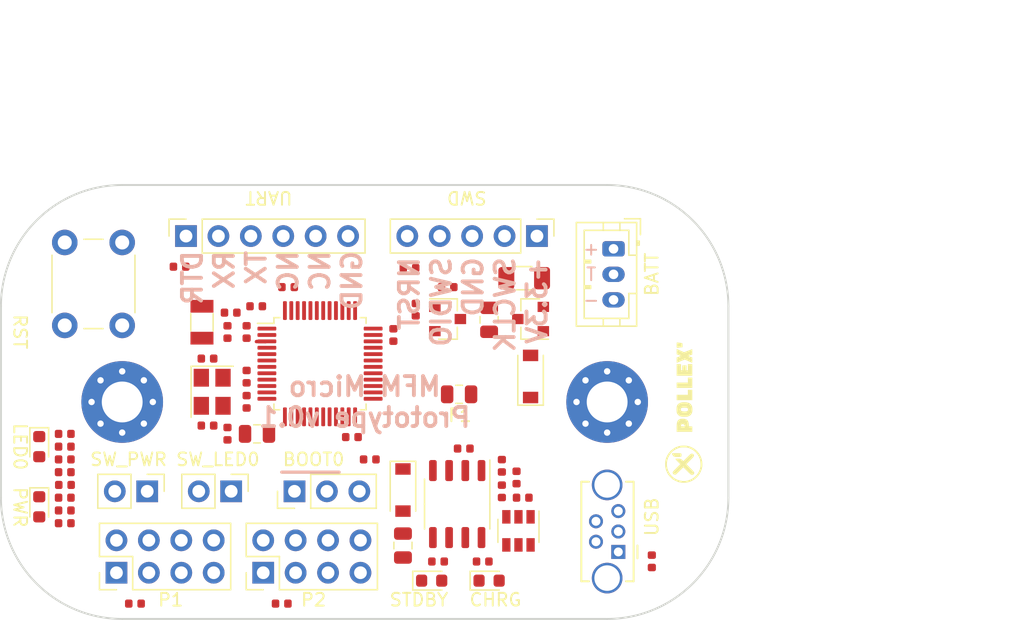
<source format=kicad_pcb>
(kicad_pcb (version 20171130) (host pcbnew "(5.1.6)-1")

  (general
    (thickness 1.6)
    (drawings 26)
    (tracks 4)
    (zones 0)
    (modules 66)
    (nets 70)
  )

  (page A4)
  (layers
    (0 F.Cu signal)
    (31 B.Cu signal)
    (32 B.Adhes user)
    (33 F.Adhes user)
    (34 B.Paste user)
    (35 F.Paste user)
    (36 B.SilkS user)
    (37 F.SilkS user)
    (38 B.Mask user)
    (39 F.Mask user)
    (40 Dwgs.User user)
    (41 Cmts.User user)
    (42 Eco1.User user)
    (43 Eco2.User user)
    (44 Edge.Cuts user)
    (45 Margin user)
    (46 B.CrtYd user)
    (47 F.CrtYd user)
    (48 B.Fab user hide)
    (49 F.Fab user hide)
  )

  (setup
    (last_trace_width 0.25)
    (trace_clearance 0.2)
    (zone_clearance 0.508)
    (zone_45_only no)
    (trace_min 0.2)
    (via_size 0.8)
    (via_drill 0.4)
    (via_min_size 0.4)
    (via_min_drill 0.3)
    (uvia_size 0.3)
    (uvia_drill 0.1)
    (uvias_allowed no)
    (uvia_min_size 0.2)
    (uvia_min_drill 0.1)
    (edge_width 0.05)
    (segment_width 0.2)
    (pcb_text_width 0.3)
    (pcb_text_size 1.5 1.5)
    (mod_edge_width 0.12)
    (mod_text_size 1 1)
    (mod_text_width 0.15)
    (pad_size 1.524 1.524)
    (pad_drill 0.762)
    (pad_to_mask_clearance 0.05)
    (aux_axis_origin 0 0)
    (visible_elements 7FFFFFFF)
    (pcbplotparams
      (layerselection 0x010fc_ffffffff)
      (usegerberextensions false)
      (usegerberattributes true)
      (usegerberadvancedattributes true)
      (creategerberjobfile true)
      (excludeedgelayer true)
      (linewidth 0.100000)
      (plotframeref false)
      (viasonmask false)
      (mode 1)
      (useauxorigin false)
      (hpglpennumber 1)
      (hpglpenspeed 20)
      (hpglpendiameter 15.000000)
      (psnegative false)
      (psa4output false)
      (plotreference true)
      (plotvalue true)
      (plotinvisibletext false)
      (padsonsilk false)
      (subtractmaskfromsilk false)
      (outputformat 1)
      (mirror false)
      (drillshape 1)
      (scaleselection 1)
      (outputdirectory ""))
  )

  (net 0 "")
  (net 1 "Net-(C1-Pad1)")
  (net 2 +3V3)
  (net 3 VBUS)
  (net 4 +BATT)
  (net 5 +3.3VA)
  (net 6 XOSC32_IN)
  (net 7 XOSC32_OUT)
  (net 8 XOSC_IN)
  (net 9 "Net-(C15-Pad1)")
  (net 10 "Net-(C17-Pad1)")
  (net 11 NRST)
  (net 12 VCC)
  (net 13 "Net-(D2-Pad1)")
  (net 14 "Net-(D3-Pad1)")
  (net 15 "Net-(D4-Pad2)")
  (net 16 "Net-(D5-Pad2)")
  (net 17 "Net-(D5-Pad1)")
  (net 18 "Net-(D6-Pad1)")
  (net 19 "Net-(D6-Pad2)")
  (net 20 "Net-(F1-Pad2)")
  (net 21 D-)
  (net 22 D+)
  (net 23 "Net-(J1-Pad4)")
  (net 24 BATT_T)
  (net 25 SPI_SCK)
  (net 26 SPI_SS1)
  (net 27 SPI_MISO)
  (net 28 SPI_MOSI)
  (net 29 P_EXTI)
  (net 30 "Net-(J3-Pad8)")
  (net 31 SWCLK)
  (net 32 SWDIO)
  (net 33 "Net-(J5-Pad8)")
  (net 34 SPI_SS2)
  (net 35 SPI_SS3)
  (net 36 UART1_RX)
  (net 37 UART1_TX)
  (net 38 "Net-(J8-Pad4)")
  (net 39 "Net-(J8-Pad5)")
  (net 40 "Net-(R3-Pad2)")
  (net 41 "Net-(R5-Pad2)")
  (net 42 "Net-(R6-Pad2)")
  (net 43 "Net-(R8-Pad2)")
  (net 44 "Net-(R10-Pad2)")
  (net 45 BOOT0)
  (net 46 XOSC_OUT)
  (net 47 LED0)
  (net 48 USB_DM)
  (net 49 USB_DP)
  (net 50 "Net-(U4-Pad2)")
  (net 51 "Net-(U4-Pad10)")
  (net 52 "Net-(U4-Pad11)")
  (net 53 "Net-(U4-Pad12)")
  (net 54 "Net-(U4-Pad13)")
  (net 55 "Net-(U4-Pad14)")
  (net 56 "Net-(U4-Pad21)")
  (net 57 "Net-(U4-Pad22)")
  (net 58 "Net-(U4-Pad25)")
  (net 59 "Net-(U4-Pad27)")
  (net 60 "Net-(U4-Pad28)")
  (net 61 "Net-(U4-Pad29)")
  (net 62 "Net-(U4-Pad38)")
  (net 63 "Net-(U4-Pad40)")
  (net 64 "Net-(U4-Pad41)")
  (net 65 "Net-(U4-Pad42)")
  (net 66 "Net-(U4-Pad43)")
  (net 67 "Net-(U4-Pad45)")
  (net 68 "Net-(U4-Pad46)")
  (net 69 GND)

  (net_class Default "This is the default net class."
    (clearance 0.2)
    (trace_width 0.25)
    (via_dia 0.8)
    (via_drill 0.4)
    (uvia_dia 0.3)
    (uvia_drill 0.1)
    (add_net +3.3VA)
    (add_net +3V3)
    (add_net +BATT)
    (add_net BATT_T)
    (add_net BOOT0)
    (add_net D+)
    (add_net D-)
    (add_net GND)
    (add_net LED0)
    (add_net NRST)
    (add_net "Net-(C1-Pad1)")
    (add_net "Net-(C15-Pad1)")
    (add_net "Net-(C17-Pad1)")
    (add_net "Net-(D2-Pad1)")
    (add_net "Net-(D3-Pad1)")
    (add_net "Net-(D4-Pad2)")
    (add_net "Net-(D5-Pad1)")
    (add_net "Net-(D5-Pad2)")
    (add_net "Net-(D6-Pad1)")
    (add_net "Net-(D6-Pad2)")
    (add_net "Net-(F1-Pad2)")
    (add_net "Net-(J1-Pad4)")
    (add_net "Net-(J3-Pad8)")
    (add_net "Net-(J5-Pad8)")
    (add_net "Net-(J8-Pad4)")
    (add_net "Net-(J8-Pad5)")
    (add_net "Net-(R10-Pad2)")
    (add_net "Net-(R3-Pad2)")
    (add_net "Net-(R5-Pad2)")
    (add_net "Net-(R6-Pad2)")
    (add_net "Net-(R8-Pad2)")
    (add_net "Net-(U4-Pad10)")
    (add_net "Net-(U4-Pad11)")
    (add_net "Net-(U4-Pad12)")
    (add_net "Net-(U4-Pad13)")
    (add_net "Net-(U4-Pad14)")
    (add_net "Net-(U4-Pad2)")
    (add_net "Net-(U4-Pad21)")
    (add_net "Net-(U4-Pad22)")
    (add_net "Net-(U4-Pad25)")
    (add_net "Net-(U4-Pad27)")
    (add_net "Net-(U4-Pad28)")
    (add_net "Net-(U4-Pad29)")
    (add_net "Net-(U4-Pad38)")
    (add_net "Net-(U4-Pad40)")
    (add_net "Net-(U4-Pad41)")
    (add_net "Net-(U4-Pad42)")
    (add_net "Net-(U4-Pad43)")
    (add_net "Net-(U4-Pad45)")
    (add_net "Net-(U4-Pad46)")
    (add_net P_EXTI)
    (add_net SPI_MISO)
    (add_net SPI_MOSI)
    (add_net SPI_SCK)
    (add_net SPI_SS1)
    (add_net SPI_SS2)
    (add_net SPI_SS3)
    (add_net SWCLK)
    (add_net SWDIO)
    (add_net UART1_RX)
    (add_net UART1_TX)
    (add_net USB_DM)
    (add_net USB_DP)
    (add_net VBUS)
    (add_net VCC)
    (add_net XOSC32_IN)
    (add_net XOSC32_OUT)
    (add_net XOSC_IN)
    (add_net XOSC_OUT)
  )

  (module lib:pollex-logo (layer F.Cu) (tedit 0) (tstamp 5F626315)
    (at 99 66 90)
    (fp_text reference G*** (at 0 2.5 90) (layer F.Fab) hide
      (effects (font (size 1.524 1.524) (thickness 0.3)))
    )
    (fp_text value LOGO (at 1 2 90) (layer F.Fab) hide
      (effects (font (size 1.524 1.524) (thickness 0.3)))
    )
    (fp_poly (pts (xy -5.188923 -1.443335) (xy -5.024983 -1.415591) (xy -4.865675 -1.364914) (xy -4.718538 -1.299255)
      (xy -4.524915 -1.182288) (xy -4.349288 -1.033608) (xy -4.196817 -0.858413) (xy -4.072663 -0.661899)
      (xy -4.058844 -0.635) (xy -3.980047 -0.435824) (xy -3.932819 -0.221303) (xy -3.917159 0.000876)
      (xy -3.933067 0.223024) (xy -3.980542 0.437454) (xy -4.058844 0.635) (xy -4.182507 0.840475)
      (xy -4.333394 1.020203) (xy -4.508162 1.172013) (xy -4.703472 1.293734) (xy -4.915981 1.383194)
      (xy -5.142349 1.438223) (xy -5.321813 1.455689) (xy -5.408905 1.45759) (xy -5.487616 1.457129)
      (xy -5.545075 1.45446) (xy -5.558692 1.452893) (xy -5.791962 1.397718) (xy -6.010403 1.309231)
      (xy -6.210316 1.190085) (xy -6.388001 1.042934) (xy -6.539756 0.870428) (xy -6.661883 0.675222)
      (xy -6.672332 0.654539) (xy -6.745943 0.486568) (xy -6.793458 0.327538) (xy -6.818508 0.161866)
      (xy -6.824853 0) (xy -6.821024 -0.088238) (xy -6.696361 -0.088238) (xy -6.693114 0.127789)
      (xy -6.655302 0.336888) (xy -6.58518 0.535545) (xy -6.485004 0.720246) (xy -6.357029 0.887475)
      (xy -6.203512 1.033718) (xy -6.026707 1.155461) (xy -5.828871 1.249188) (xy -5.625453 1.308668)
      (xy -5.529294 1.320659) (xy -5.409158 1.323555) (xy -5.278518 1.31817) (xy -5.150848 1.305316)
      (xy -5.039623 1.285807) (xy -4.982308 1.269866) (xy -4.762227 1.176002) (xy -4.570281 1.055318)
      (xy -4.405682 0.907029) (xy -4.267641 0.730348) (xy -4.155371 0.524487) (xy -4.101523 0.390769)
      (xy -4.082241 0.331497) (xy -4.069223 0.274523) (xy -4.061304 0.209845) (xy -4.057323 0.12746)
      (xy -4.056118 0.017366) (xy -4.056105 0) (xy -4.05701 -0.114273) (xy -4.060505 -0.199482)
      (xy -4.067759 -0.265616) (xy -4.07994 -0.322661) (xy -4.098218 -0.380604) (xy -4.101838 -0.390769)
      (xy -4.185556 -0.589508) (xy -4.284347 -0.758198) (xy -4.403399 -0.904596) (xy -4.516127 -1.010381)
      (xy -4.697918 -1.140057) (xy -4.89035 -1.23464) (xy -5.089769 -1.295326) (xy -5.292522 -1.323309)
      (xy -5.494953 -1.319787) (xy -5.69341 -1.285956) (xy -5.884238 -1.223012) (xy -6.063783 -1.13215)
      (xy -6.228392 -1.014568) (xy -6.37441 -0.871461) (xy -6.498184 -0.704024) (xy -6.596059 -0.513455)
      (xy -6.662787 -0.307677) (xy -6.696361 -0.088238) (xy -6.821024 -0.088238) (xy -6.817178 -0.176864)
      (xy -6.791797 -0.334502) (xy -6.745174 -0.487856) (xy -6.673773 -0.651872) (xy -6.667672 -0.664308)
      (xy -6.620869 -0.753989) (xy -6.575045 -0.82763) (xy -6.521671 -0.896746) (xy -6.452219 -0.972854)
      (xy -6.399513 -1.026436) (xy -6.313728 -1.109568) (xy -6.241818 -1.171525) (xy -6.172266 -1.220836)
      (xy -6.093555 -1.266028) (xy -6.037385 -1.294595) (xy -5.872045 -1.367889) (xy -5.718426 -1.416154)
      (xy -5.561585 -1.442925) (xy -5.386578 -1.45174) (xy -5.373077 -1.451776) (xy -5.188923 -1.443335)) (layer F.SilkS) (width 0.01))
    (fp_poly (pts (xy -0.95348 -0.551962) (xy -0.844129 -0.536096) (xy -0.759323 -0.506281) (xy -0.692287 -0.459889)
      (xy -0.636246 -0.394292) (xy -0.622533 -0.3736) (xy -0.578945 -0.29558) (xy -0.549981 -0.217369)
      (xy -0.533099 -0.127946) (xy -0.525758 -0.016289) (xy -0.524874 0.049836) (xy -0.534966 0.224396)
      (xy -0.566665 0.367812) (xy -0.620934 0.482118) (xy -0.698732 0.569349) (xy -0.799476 0.630857)
      (xy -0.890896 0.658405) (xy -1.005147 0.67414) (xy -1.12761 0.677398) (xy -1.243664 0.667514)
      (xy -1.307978 0.653943) (xy -1.427287 0.606356) (xy -1.518088 0.536148) (xy -1.586984 0.43785)
      (xy -1.59963 0.412398) (xy -1.621454 0.362561) (xy -1.636072 0.317001) (xy -1.644905 0.265935)
      (xy -1.649373 0.19958) (xy -1.650721 0.118646) (xy -1.248966 0.118646) (xy -1.238158 0.215982)
      (xy -1.212968 0.284653) (xy -1.190756 0.313705) (xy -1.133823 0.345437) (xy -1.065658 0.347356)
      (xy -1.000348 0.319415) (xy -0.993741 0.314354) (xy -0.97144 0.292458) (xy -0.957078 0.264391)
      (xy -0.948396 0.220957) (xy -0.943133 0.152961) (xy -0.940764 0.098827) (xy -0.939238 -0.025192)
      (xy -0.947044 -0.115511) (xy -0.966326 -0.176838) (xy -0.999228 -0.213882) (xy -1.047894 -0.231355)
      (xy -1.092521 -0.234461) (xy -1.155233 -0.226381) (xy -1.198536 -0.198527) (xy -1.226164 -0.145477)
      (xy -1.241849 -0.061812) (xy -1.246088 -0.01145) (xy -1.248966 0.118646) (xy -1.650721 0.118646)
      (xy -1.650896 0.108153) (xy -1.651 0.058616) (xy -1.648592 -0.074774) (xy -1.640072 -0.177296)
      (xy -1.623492 -0.256937) (xy -1.596908 -0.321686) (xy -1.558373 -0.379528) (xy -1.538435 -0.403365)
      (xy -1.476908 -0.465225) (xy -1.413269 -0.508458) (xy -1.338832 -0.536057) (xy -1.244907 -0.551019)
      (xy -1.122806 -0.556337) (xy -1.094154 -0.556507) (xy -0.95348 -0.551962)) (layer F.SilkS) (width 0.01))
    (fp_poly (pts (xy -2.369762 -0.544962) (xy -2.241522 -0.538045) (xy -2.140788 -0.525469) (xy -2.061872 -0.506376)
      (xy -1.999088 -0.47991) (xy -1.970271 -0.462506) (xy -1.903758 -0.404764) (xy -1.858905 -0.332146)
      (xy -1.832225 -0.236852) (xy -1.821042 -0.128679) (xy -1.821637 0.012711) (xy -1.840834 0.125238)
      (xy -1.880068 0.215145) (xy -1.909486 0.255768) (xy -1.969435 0.311399) (xy -2.045119 0.350301)
      (xy -2.144359 0.375466) (xy -2.256692 0.388569) (xy -2.413 0.400539) (xy -2.418777 0.532423)
      (xy -2.424555 0.664308) (xy -2.833077 0.664308) (xy -2.833077 0.078154) (xy -2.424413 0.078154)
      (xy -2.364976 0.078154) (xy -2.30648 0.064796) (xy -2.266461 0.039077) (xy -2.238056 -0.012378)
      (xy -2.227307 -0.080715) (xy -2.23545 -0.147355) (xy -2.251808 -0.181431) (xy -2.287076 -0.205155)
      (xy -2.339937 -0.218923) (xy -2.344615 -0.219358) (xy -2.413 -0.224692) (xy -2.418706 -0.073269)
      (xy -2.424413 0.078154) (xy -2.833077 0.078154) (xy -2.833077 -0.547077) (xy -2.531192 -0.547077)
      (xy -2.369762 -0.544962)) (layer F.SilkS) (width 0.01))
    (fp_poly (pts (xy 0.058615 0.332154) (xy 0.449385 0.332154) (xy 0.449385 0.664308) (xy -0.351692 0.664308)
      (xy -0.351692 -0.547077) (xy 0.058615 -0.547077) (xy 0.058615 0.332154)) (layer F.SilkS) (width 0.01))
    (fp_poly (pts (xy 1.016 0.332154) (xy 1.406769 0.332154) (xy 1.406769 0.664308) (xy 0.605692 0.664308)
      (xy 0.605692 -0.547077) (xy 1.016 -0.547077) (xy 1.016 0.332154)) (layer F.SilkS) (width 0.01))
    (fp_poly (pts (xy 2.461846 -0.214923) (xy 1.970789 -0.214923) (xy 1.976971 -0.161192) (xy 1.983154 -0.107461)
      (xy 2.364154 -0.096277) (xy 2.364154 0.214923) (xy 1.973385 0.214923) (xy 1.973385 0.332154)
      (xy 2.461846 0.332154) (xy 2.461846 0.664308) (xy 1.563077 0.664308) (xy 1.563077 -0.547077)
      (xy 2.461846 -0.547077) (xy 2.461846 -0.214923)) (layer F.SilkS) (width 0.01))
    (fp_poly (pts (xy 3.038231 -0.390769) (xy 3.063488 -0.31968) (xy 3.085751 -0.265502) (xy 3.101353 -0.236861)
      (xy 3.10466 -0.234461) (xy 3.118062 -0.251265) (xy 3.141546 -0.296139) (xy 3.170918 -0.360776)
      (xy 3.183569 -0.390769) (xy 3.248104 -0.547077) (xy 3.651497 -0.547077) (xy 3.525595 -0.271133)
      (xy 3.482164 -0.17452) (xy 3.445214 -0.089611) (xy 3.417567 -0.023103) (xy 3.402042 0.018303)
      (xy 3.399692 0.02789) (xy 3.406497 0.053075) (xy 3.425317 0.107983) (xy 3.453763 0.18601)
      (xy 3.489443 0.280554) (xy 3.516923 0.351692) (xy 3.555986 0.452241) (xy 3.589533 0.53924)
      (xy 3.615211 0.60654) (xy 3.63067 0.64799) (xy 3.634154 0.658363) (xy 3.615946 0.660769)
      (xy 3.566639 0.662688) (xy 3.494212 0.6639) (xy 3.424115 0.66421) (xy 3.214077 0.664112)
      (xy 3.167271 0.507902) (xy 3.144415 0.436559) (xy 3.124221 0.382315) (xy 3.110053 0.353912)
      (xy 3.107152 0.351692) (xy 3.095147 0.368824) (xy 3.074633 0.414512) (xy 3.04932 0.480194)
      (xy 3.039428 0.508) (xy 2.985016 0.664308) (xy 2.782046 0.664308) (xy 2.698314 0.66346)
      (xy 2.63138 0.661167) (xy 2.589361 0.65781) (xy 2.579077 0.654841) (xy 2.586605 0.634663)
      (xy 2.607396 0.585072) (xy 2.638761 0.512329) (xy 2.678012 0.422693) (xy 2.704876 0.361949)
      (xy 2.830676 0.078525) (xy 2.704876 -0.226863) (xy 2.663393 -0.327983) (xy 2.627673 -0.41585)
      (xy 2.600156 -0.484398) (xy 2.583282 -0.527558) (xy 2.579077 -0.539663) (xy 2.597264 -0.542718)
      (xy 2.646423 -0.545161) (xy 2.718449 -0.546697) (xy 2.782626 -0.547077) (xy 2.986176 -0.547077)
      (xy 3.038231 -0.390769)) (layer F.SilkS) (width 0.01))
    (fp_poly (pts (xy 4.040754 -0.54562) (xy 4.108216 -0.54168) (xy 4.150855 -0.535904) (xy 4.161692 -0.530645)
      (xy 4.159191 -0.500116) (xy 4.152654 -0.44219) (xy 4.143539 -0.368157) (xy 4.133297 -0.289311)
      (xy 4.123383 -0.216942) (xy 4.115253 -0.162344) (xy 4.111596 -0.141654) (xy 4.104088 -0.119535)
      (xy 4.087405 -0.106411) (xy 4.052994 -0.099956) (xy 3.992301 -0.097845) (xy 3.949915 -0.097692)
      (xy 3.797497 -0.097692) (xy 3.77433 -0.297961) (xy 3.764633 -0.384131) (xy 3.756954 -0.456849)
      (xy 3.752263 -0.506663) (xy 3.751274 -0.522654) (xy 3.762959 -0.53439) (xy 3.800863 -0.542015)
      (xy 3.86945 -0.546058) (xy 3.956539 -0.547077) (xy 4.040754 -0.54562)) (layer F.SilkS) (width 0.01))
    (fp_poly (pts (xy -6.010796 -0.856775) (xy -5.983855 -0.845773) (xy -5.949868 -0.823309) (xy -5.904719 -0.786005)
      (xy -5.844289 -0.730485) (xy -5.764461 -0.653372) (xy -5.672232 -0.562324) (xy -5.372622 -0.264956)
      (xy -5.182 -0.454862) (xy -5.110843 -0.524093) (xy -5.048124 -0.582027) (xy -4.999587 -0.623583)
      (xy -4.970976 -0.643679) (xy -4.967304 -0.644769) (xy -4.95486 -0.631609) (xy -4.947141 -0.589442)
      (xy -4.943604 -0.514242) (xy -4.943231 -0.466991) (xy -4.947138 -0.352451) (xy -4.961295 -0.265862)
      (xy -4.989351 -0.196659) (xy -5.034955 -0.134277) (xy -5.071118 -0.096832) (xy -5.138882 -0.031153)
      (xy -4.845672 0.264268) (xy -4.748517 0.362464) (xy -4.675578 0.437514) (xy -4.623391 0.493855)
      (xy -4.588492 0.535922) (xy -4.567417 0.568155) (xy -4.556703 0.59499) (xy -4.552885 0.620864)
      (xy -4.552461 0.639888) (xy -4.559074 0.701231) (xy -4.58401 0.742913) (xy -4.603943 0.760582)
      (xy -4.640641 0.786402) (xy -4.675067 0.800705) (xy -4.711249 0.801202) (xy -4.753213 0.785607)
      (xy -4.804988 0.751634) (xy -4.870601 0.696994) (xy -4.954081 0.619402) (xy -5.059455 0.516569)
      (xy -5.094126 0.482253) (xy -5.372021 0.206713) (xy -5.682765 0.513664) (xy -5.786025 0.615052)
      (xy -5.86599 0.691768) (xy -5.926662 0.747109) (xy -5.97204 0.784369) (xy -6.006124 0.806843)
      (xy -6.032914 0.817825) (xy -6.055412 0.820616) (xy -6.126373 0.801941) (xy -6.165273 0.772657)
      (xy -6.204403 0.712061) (xy -6.213231 0.651921) (xy -6.21155 0.626329) (xy -6.204233 0.600936)
      (xy -6.18787 0.571484) (xy -6.159049 0.533717) (xy -6.11436 0.483378) (xy -6.050392 0.416212)
      (xy -5.963734 0.327962) (xy -5.911021 0.274793) (xy -5.608812 -0.029557) (xy -5.901252 -0.323798)
      (xy -5.998712 -0.422284) (xy -6.071818 -0.497693) (xy -6.124039 -0.554382) (xy -6.158848 -0.596708)
      (xy -6.179716 -0.629031) (xy -6.190114 -0.655706) (xy -6.193513 -0.681092) (xy -6.193692 -0.690908)
      (xy -6.177139 -0.767079) (xy -6.132505 -0.824876) (xy -6.067327 -0.85629) (xy -6.034809 -0.859692)
      (xy -6.010796 -0.856775)) (layer F.SilkS) (width 0.01))
    (fp_poly (pts (xy -4.5436 -0.91159) (xy -4.53224 -0.902003) (xy -4.524062 -0.879686) (xy -4.518576 -0.839212)
      (xy -4.515295 -0.775154) (xy -4.51373 -0.682083) (xy -4.513385 -0.575713) (xy -4.514593 -0.457715)
      (xy -4.517974 -0.355711) (xy -4.523161 -0.276274) (xy -4.529787 -0.225973) (xy -4.53361 -0.213638)
      (xy -4.554916 -0.190251) (xy -4.593523 -0.178776) (xy -4.656703 -0.175846) (xy -4.719598 -0.180063)
      (xy -4.767626 -0.190846) (xy -4.783015 -0.199292) (xy -4.792853 -0.228367) (xy -4.800093 -0.287169)
      (xy -4.804689 -0.366433) (xy -4.806596 -0.456892) (xy -4.805771 -0.549282) (xy -4.802167 -0.634336)
      (xy -4.79574 -0.702787) (xy -4.786445 -0.745372) (xy -4.785672 -0.747173) (xy -4.75719 -0.78524)
      (xy -4.709177 -0.828107) (xy -4.652348 -0.868497) (xy -4.597419 -0.899133) (xy -4.555106 -0.912735)
      (xy -4.5436 -0.91159)) (layer F.SilkS) (width 0.01))
  )

  (module Connector_PinSocket_2.54mm:PinSocket_1x06_P2.54mm_Vertical (layer F.Cu) (tedit 5A19A430) (tstamp 5F5FF1E3)
    (at 60 53.5 90)
    (descr "Through hole straight socket strip, 1x06, 2.54mm pitch, single row (from Kicad 4.0.7), script generated")
    (tags "Through hole socket strip THT 1x06 2.54mm single row")
    (path /5FBEBA6B)
    (fp_text reference UART (at 3 6.5 180 unlocked) (layer F.SilkS)
      (effects (font (size 1 1) (thickness 0.15)))
    )
    (fp_text value UART_Connector (at 0 15.03 90) (layer F.Fab)
      (effects (font (size 1 1) (thickness 0.15)))
    )
    (fp_text user %R (at 0 6.35) (layer F.Fab)
      (effects (font (size 1 1) (thickness 0.15)))
    )
    (fp_line (start -1.27 -1.27) (end 0.635 -1.27) (layer F.Fab) (width 0.1))
    (fp_line (start 0.635 -1.27) (end 1.27 -0.635) (layer F.Fab) (width 0.1))
    (fp_line (start 1.27 -0.635) (end 1.27 13.97) (layer F.Fab) (width 0.1))
    (fp_line (start 1.27 13.97) (end -1.27 13.97) (layer F.Fab) (width 0.1))
    (fp_line (start -1.27 13.97) (end -1.27 -1.27) (layer F.Fab) (width 0.1))
    (fp_line (start -1.33 1.27) (end 1.33 1.27) (layer F.SilkS) (width 0.12))
    (fp_line (start -1.33 1.27) (end -1.33 14.03) (layer F.SilkS) (width 0.12))
    (fp_line (start -1.33 14.03) (end 1.33 14.03) (layer F.SilkS) (width 0.12))
    (fp_line (start 1.33 1.27) (end 1.33 14.03) (layer F.SilkS) (width 0.12))
    (fp_line (start 1.33 -1.33) (end 1.33 0) (layer F.SilkS) (width 0.12))
    (fp_line (start 0 -1.33) (end 1.33 -1.33) (layer F.SilkS) (width 0.12))
    (fp_line (start -1.8 -1.8) (end 1.75 -1.8) (layer F.CrtYd) (width 0.05))
    (fp_line (start 1.75 -1.8) (end 1.75 14.45) (layer F.CrtYd) (width 0.05))
    (fp_line (start 1.75 14.45) (end -1.8 14.45) (layer F.CrtYd) (width 0.05))
    (fp_line (start -1.8 14.45) (end -1.8 -1.8) (layer F.CrtYd) (width 0.05))
    (pad 6 thru_hole oval (at 0 12.7 90) (size 1.7 1.7) (drill 1) (layers *.Cu *.Mask)
      (net 69 GND))
    (pad 5 thru_hole oval (at 0 10.16 90) (size 1.7 1.7) (drill 1) (layers *.Cu *.Mask)
      (net 39 "Net-(J8-Pad5)"))
    (pad 4 thru_hole oval (at 0 7.62 90) (size 1.7 1.7) (drill 1) (layers *.Cu *.Mask)
      (net 38 "Net-(J8-Pad4)"))
    (pad 3 thru_hole oval (at 0 5.08 90) (size 1.7 1.7) (drill 1) (layers *.Cu *.Mask)
      (net 37 UART1_TX))
    (pad 2 thru_hole oval (at 0 2.54 90) (size 1.7 1.7) (drill 1) (layers *.Cu *.Mask)
      (net 36 UART1_RX))
    (pad 1 thru_hole rect (at 0 0 90) (size 1.7 1.7) (drill 1) (layers *.Cu *.Mask)
      (net 10 "Net-(C17-Pad1)"))
    (model ${KISYS3DMOD}/Connector_PinSocket_2.54mm.3dshapes/PinSocket_1x06_P2.54mm_Vertical.wrl
      (at (xyz 0 0 0))
      (scale (xyz 1 1 1))
      (rotate (xyz 0 0 0))
    )
  )

  (module Connector_PinHeader_2.54mm:PinHeader_1x05_P2.54mm_Vertical (layer F.Cu) (tedit 59FED5CC) (tstamp 5F5FF18D)
    (at 87.5 53.5 270)
    (descr "Through hole straight pin header, 1x05, 2.54mm pitch, single row")
    (tags "Through hole pin header THT 1x05 2.54mm single row")
    (path /5F80F4FB)
    (fp_text reference SWD (at -3 5.5 180 unlocked) (layer F.SilkS)
      (effects (font (size 1 1) (thickness 0.15)))
    )
    (fp_text value SWD_connector (at 0 12.49 90) (layer F.Fab)
      (effects (font (size 1 1) (thickness 0.15)))
    )
    (fp_line (start 1.8 -1.8) (end -1.8 -1.8) (layer F.CrtYd) (width 0.05))
    (fp_line (start 1.8 11.95) (end 1.8 -1.8) (layer F.CrtYd) (width 0.05))
    (fp_line (start -1.8 11.95) (end 1.8 11.95) (layer F.CrtYd) (width 0.05))
    (fp_line (start -1.8 -1.8) (end -1.8 11.95) (layer F.CrtYd) (width 0.05))
    (fp_line (start -1.33 -1.33) (end 0 -1.33) (layer F.SilkS) (width 0.12))
    (fp_line (start -1.33 0) (end -1.33 -1.33) (layer F.SilkS) (width 0.12))
    (fp_line (start -1.33 1.27) (end 1.33 1.27) (layer F.SilkS) (width 0.12))
    (fp_line (start 1.33 1.27) (end 1.33 11.49) (layer F.SilkS) (width 0.12))
    (fp_line (start -1.33 1.27) (end -1.33 11.49) (layer F.SilkS) (width 0.12))
    (fp_line (start -1.33 11.49) (end 1.33 11.49) (layer F.SilkS) (width 0.12))
    (fp_line (start -1.27 -0.635) (end -0.635 -1.27) (layer F.Fab) (width 0.1))
    (fp_line (start -1.27 11.43) (end -1.27 -0.635) (layer F.Fab) (width 0.1))
    (fp_line (start 1.27 11.43) (end -1.27 11.43) (layer F.Fab) (width 0.1))
    (fp_line (start 1.27 -1.27) (end 1.27 11.43) (layer F.Fab) (width 0.1))
    (fp_line (start -0.635 -1.27) (end 1.27 -1.27) (layer F.Fab) (width 0.1))
    (fp_text user %R (at 0 5.08) (layer F.Fab)
      (effects (font (size 1 1) (thickness 0.15)))
    )
    (pad 1 thru_hole rect (at 0 0 270) (size 1.7 1.7) (drill 1) (layers *.Cu *.Mask)
      (net 2 +3V3))
    (pad 2 thru_hole oval (at 0 2.54 270) (size 1.7 1.7) (drill 1) (layers *.Cu *.Mask)
      (net 31 SWCLK))
    (pad 3 thru_hole oval (at 0 5.08 270) (size 1.7 1.7) (drill 1) (layers *.Cu *.Mask)
      (net 69 GND))
    (pad 4 thru_hole oval (at 0 7.62 270) (size 1.7 1.7) (drill 1) (layers *.Cu *.Mask)
      (net 32 SWDIO))
    (pad 5 thru_hole oval (at 0 10.16 270) (size 1.7 1.7) (drill 1) (layers *.Cu *.Mask)
      (net 11 NRST))
    (model ${KISYS3DMOD}/Connector_PinHeader_2.54mm.3dshapes/PinHeader_1x05_P2.54mm_Vertical.wrl
      (at (xyz 0 0 0))
      (scale (xyz 1 1 1))
      (rotate (xyz 0 0 0))
    )
  )

  (module Capacitor_SMD:C_0402_1005Metric (layer F.Cu) (tedit 5B301BBE) (tstamp 5F5FEF46)
    (at 80.5 57.5 180)
    (descr "Capacitor SMD 0402 (1005 Metric), square (rectangular) end terminal, IPC_7351 nominal, (Body size source: http://www.tortai-tech.com/upload/download/2011102023233369053.pdf), generated with kicad-footprint-generator")
    (tags capacitor)
    (path /5F54E76E)
    (attr smd)
    (fp_text reference C1 (at 0 -1.17) (layer F.Fab)
      (effects (font (size 1 1) (thickness 0.15)))
    )
    (fp_text value 1u (at 0 1.17) (layer F.Fab)
      (effects (font (size 1 1) (thickness 0.15)))
    )
    (fp_text user %R (at 0 0) (layer F.Fab)
      (effects (font (size 0.25 0.25) (thickness 0.04)))
    )
    (fp_line (start -0.5 0.25) (end -0.5 -0.25) (layer F.Fab) (width 0.1))
    (fp_line (start -0.5 -0.25) (end 0.5 -0.25) (layer F.Fab) (width 0.1))
    (fp_line (start 0.5 -0.25) (end 0.5 0.25) (layer F.Fab) (width 0.1))
    (fp_line (start 0.5 0.25) (end -0.5 0.25) (layer F.Fab) (width 0.1))
    (fp_line (start -0.93 0.47) (end -0.93 -0.47) (layer F.CrtYd) (width 0.05))
    (fp_line (start -0.93 -0.47) (end 0.93 -0.47) (layer F.CrtYd) (width 0.05))
    (fp_line (start 0.93 -0.47) (end 0.93 0.47) (layer F.CrtYd) (width 0.05))
    (fp_line (start 0.93 0.47) (end -0.93 0.47) (layer F.CrtYd) (width 0.05))
    (pad 2 smd roundrect (at 0.485 0 180) (size 0.59 0.64) (layers F.Cu F.Paste F.Mask) (roundrect_rratio 0.25)
      (net 69 GND))
    (pad 1 smd roundrect (at -0.485 0 180) (size 0.59 0.64) (layers F.Cu F.Paste F.Mask) (roundrect_rratio 0.25)
      (net 1 "Net-(C1-Pad1)"))
    (model ${KISYS3DMOD}/Capacitor_SMD.3dshapes/C_0402_1005Metric.wrl
      (at (xyz 0 0 0))
      (scale (xyz 1 1 1))
      (rotate (xyz 0 0 0))
    )
  )

  (module Capacitor_SMD:C_0402_1005Metric (layer F.Cu) (tedit 5B301BBE) (tstamp 5F5FEF55)
    (at 78 59.265 90)
    (descr "Capacitor SMD 0402 (1005 Metric), square (rectangular) end terminal, IPC_7351 nominal, (Body size source: http://www.tortai-tech.com/upload/download/2011102023233369053.pdf), generated with kicad-footprint-generator")
    (tags capacitor)
    (path /5F55022E)
    (attr smd)
    (fp_text reference C2 (at 0 -1.17 90) (layer F.Fab)
      (effects (font (size 1 1) (thickness 0.15)))
    )
    (fp_text value 1u (at 0 1.17 90) (layer F.Fab)
      (effects (font (size 1 1) (thickness 0.15)))
    )
    (fp_line (start 0.93 0.47) (end -0.93 0.47) (layer F.CrtYd) (width 0.05))
    (fp_line (start 0.93 -0.47) (end 0.93 0.47) (layer F.CrtYd) (width 0.05))
    (fp_line (start -0.93 -0.47) (end 0.93 -0.47) (layer F.CrtYd) (width 0.05))
    (fp_line (start -0.93 0.47) (end -0.93 -0.47) (layer F.CrtYd) (width 0.05))
    (fp_line (start 0.5 0.25) (end -0.5 0.25) (layer F.Fab) (width 0.1))
    (fp_line (start 0.5 -0.25) (end 0.5 0.25) (layer F.Fab) (width 0.1))
    (fp_line (start -0.5 -0.25) (end 0.5 -0.25) (layer F.Fab) (width 0.1))
    (fp_line (start -0.5 0.25) (end -0.5 -0.25) (layer F.Fab) (width 0.1))
    (fp_text user %R (at 0 0 90) (layer F.Fab)
      (effects (font (size 0.25 0.25) (thickness 0.04)))
    )
    (pad 1 smd roundrect (at -0.485 0 90) (size 0.59 0.64) (layers F.Cu F.Paste F.Mask) (roundrect_rratio 0.25)
      (net 2 +3V3))
    (pad 2 smd roundrect (at 0.485 0 90) (size 0.59 0.64) (layers F.Cu F.Paste F.Mask) (roundrect_rratio 0.25)
      (net 69 GND))
    (model ${KISYS3DMOD}/Capacitor_SMD.3dshapes/C_0402_1005Metric.wrl
      (at (xyz 0 0 0))
      (scale (xyz 1 1 1))
      (rotate (xyz 0 0 0))
    )
  )

  (module Capacitor_SMD:C_0402_1005Metric (layer F.Cu) (tedit 5B301BBE) (tstamp 5F5FEF64)
    (at 96.5 78.985 270)
    (descr "Capacitor SMD 0402 (1005 Metric), square (rectangular) end terminal, IPC_7351 nominal, (Body size source: http://www.tortai-tech.com/upload/download/2011102023233369053.pdf), generated with kicad-footprint-generator")
    (tags capacitor)
    (path /5F6735C8)
    (attr smd)
    (fp_text reference C3 (at 0 -1.17 90) (layer F.Fab)
      (effects (font (size 1 1) (thickness 0.15)))
    )
    (fp_text value 4.7u (at 0 1.17 90) (layer F.Fab)
      (effects (font (size 1 1) (thickness 0.15)))
    )
    (fp_text user %R (at 0 0 90) (layer F.Fab)
      (effects (font (size 0.25 0.25) (thickness 0.04)))
    )
    (fp_line (start -0.5 0.25) (end -0.5 -0.25) (layer F.Fab) (width 0.1))
    (fp_line (start -0.5 -0.25) (end 0.5 -0.25) (layer F.Fab) (width 0.1))
    (fp_line (start 0.5 -0.25) (end 0.5 0.25) (layer F.Fab) (width 0.1))
    (fp_line (start 0.5 0.25) (end -0.5 0.25) (layer F.Fab) (width 0.1))
    (fp_line (start -0.93 0.47) (end -0.93 -0.47) (layer F.CrtYd) (width 0.05))
    (fp_line (start -0.93 -0.47) (end 0.93 -0.47) (layer F.CrtYd) (width 0.05))
    (fp_line (start 0.93 -0.47) (end 0.93 0.47) (layer F.CrtYd) (width 0.05))
    (fp_line (start 0.93 0.47) (end -0.93 0.47) (layer F.CrtYd) (width 0.05))
    (pad 2 smd roundrect (at 0.485 0 270) (size 0.59 0.64) (layers F.Cu F.Paste F.Mask) (roundrect_rratio 0.25)
      (net 69 GND))
    (pad 1 smd roundrect (at -0.485 0 270) (size 0.59 0.64) (layers F.Cu F.Paste F.Mask) (roundrect_rratio 0.25)
      (net 3 VBUS))
    (model ${KISYS3DMOD}/Capacitor_SMD.3dshapes/C_0402_1005Metric.wrl
      (at (xyz 0 0 0))
      (scale (xyz 1 1 1))
      (rotate (xyz 0 0 0))
    )
  )

  (module Capacitor_SMD:C_0805_2012Metric (layer F.Cu) (tedit 5B36C52B) (tstamp 5F5FEF75)
    (at 77 77.75 90)
    (descr "Capacitor SMD 0805 (2012 Metric), square (rectangular) end terminal, IPC_7351 nominal, (Body size source: https://docs.google.com/spreadsheets/d/1BsfQQcO9C6DZCsRaXUlFlo91Tg2WpOkGARC1WS5S8t0/edit?usp=sharing), generated with kicad-footprint-generator")
    (tags capacitor)
    (path /5F5A935C)
    (attr smd)
    (fp_text reference C4 (at 0 -1.65 90) (layer F.Fab)
      (effects (font (size 1 1) (thickness 0.15)))
    )
    (fp_text value 10u (at 0 1.65 90) (layer F.Fab)
      (effects (font (size 1 1) (thickness 0.15)))
    )
    (fp_line (start 1.68 0.95) (end -1.68 0.95) (layer F.CrtYd) (width 0.05))
    (fp_line (start 1.68 -0.95) (end 1.68 0.95) (layer F.CrtYd) (width 0.05))
    (fp_line (start -1.68 -0.95) (end 1.68 -0.95) (layer F.CrtYd) (width 0.05))
    (fp_line (start -1.68 0.95) (end -1.68 -0.95) (layer F.CrtYd) (width 0.05))
    (fp_line (start -0.258578 0.71) (end 0.258578 0.71) (layer F.SilkS) (width 0.12))
    (fp_line (start -0.258578 -0.71) (end 0.258578 -0.71) (layer F.SilkS) (width 0.12))
    (fp_line (start 1 0.6) (end -1 0.6) (layer F.Fab) (width 0.1))
    (fp_line (start 1 -0.6) (end 1 0.6) (layer F.Fab) (width 0.1))
    (fp_line (start -1 -0.6) (end 1 -0.6) (layer F.Fab) (width 0.1))
    (fp_line (start -1 0.6) (end -1 -0.6) (layer F.Fab) (width 0.1))
    (fp_text user %R (at 0 0 90) (layer F.Fab)
      (effects (font (size 0.5 0.5) (thickness 0.08)))
    )
    (pad 1 smd roundrect (at -0.9375 0 90) (size 0.975 1.4) (layers F.Cu F.Paste F.Mask) (roundrect_rratio 0.25)
      (net 4 +BATT))
    (pad 2 smd roundrect (at 0.9375 0 90) (size 0.975 1.4) (layers F.Cu F.Paste F.Mask) (roundrect_rratio 0.25)
      (net 69 GND))
    (model ${KISYS3DMOD}/Capacitor_SMD.3dshapes/C_0805_2012Metric.wrl
      (at (xyz 0 0 0))
      (scale (xyz 1 1 1))
      (rotate (xyz 0 0 0))
    )
  )

  (module Capacitor_SMD:C_0402_1005Metric (layer F.Cu) (tedit 5B301BBE) (tstamp 5F5FEF84)
    (at 65.5 59)
    (descr "Capacitor SMD 0402 (1005 Metric), square (rectangular) end terminal, IPC_7351 nominal, (Body size source: http://www.tortai-tech.com/upload/download/2011102023233369053.pdf), generated with kicad-footprint-generator")
    (tags capacitor)
    (path /5F5B7309)
    (attr smd)
    (fp_text reference C5 (at 0 -1.17) (layer F.Fab)
      (effects (font (size 1 1) (thickness 0.15)))
    )
    (fp_text value 10u (at 0 1.17) (layer F.Fab)
      (effects (font (size 1 1) (thickness 0.15)))
    )
    (fp_line (start 0.93 0.47) (end -0.93 0.47) (layer F.CrtYd) (width 0.05))
    (fp_line (start 0.93 -0.47) (end 0.93 0.47) (layer F.CrtYd) (width 0.05))
    (fp_line (start -0.93 -0.47) (end 0.93 -0.47) (layer F.CrtYd) (width 0.05))
    (fp_line (start -0.93 0.47) (end -0.93 -0.47) (layer F.CrtYd) (width 0.05))
    (fp_line (start 0.5 0.25) (end -0.5 0.25) (layer F.Fab) (width 0.1))
    (fp_line (start 0.5 -0.25) (end 0.5 0.25) (layer F.Fab) (width 0.1))
    (fp_line (start -0.5 -0.25) (end 0.5 -0.25) (layer F.Fab) (width 0.1))
    (fp_line (start -0.5 0.25) (end -0.5 -0.25) (layer F.Fab) (width 0.1))
    (fp_text user %R (at 0 0) (layer F.Fab)
      (effects (font (size 0.25 0.25) (thickness 0.04)))
    )
    (pad 1 smd roundrect (at -0.485 0) (size 0.59 0.64) (layers F.Cu F.Paste F.Mask) (roundrect_rratio 0.25)
      (net 2 +3V3))
    (pad 2 smd roundrect (at 0.485 0) (size 0.59 0.64) (layers F.Cu F.Paste F.Mask) (roundrect_rratio 0.25)
      (net 69 GND))
    (model ${KISYS3DMOD}/Capacitor_SMD.3dshapes/C_0402_1005Metric.wrl
      (at (xyz 0 0 0))
      (scale (xyz 1 1 1))
      (rotate (xyz 0 0 0))
    )
  )

  (module Capacitor_SMD:C_0402_1005Metric (layer F.Cu) (tedit 5B301BBE) (tstamp 5F5FEF93)
    (at 68 57.5)
    (descr "Capacitor SMD 0402 (1005 Metric), square (rectangular) end terminal, IPC_7351 nominal, (Body size source: http://www.tortai-tech.com/upload/download/2011102023233369053.pdf), generated with kicad-footprint-generator")
    (tags capacitor)
    (path /5F5B7EA2)
    (attr smd)
    (fp_text reference C6 (at 0 -1.17) (layer F.Fab)
      (effects (font (size 1 1) (thickness 0.15)))
    )
    (fp_text value 100n (at 0 1.17) (layer F.Fab)
      (effects (font (size 1 1) (thickness 0.15)))
    )
    (fp_line (start 0.93 0.47) (end -0.93 0.47) (layer F.CrtYd) (width 0.05))
    (fp_line (start 0.93 -0.47) (end 0.93 0.47) (layer F.CrtYd) (width 0.05))
    (fp_line (start -0.93 -0.47) (end 0.93 -0.47) (layer F.CrtYd) (width 0.05))
    (fp_line (start -0.93 0.47) (end -0.93 -0.47) (layer F.CrtYd) (width 0.05))
    (fp_line (start 0.5 0.25) (end -0.5 0.25) (layer F.Fab) (width 0.1))
    (fp_line (start 0.5 -0.25) (end 0.5 0.25) (layer F.Fab) (width 0.1))
    (fp_line (start -0.5 -0.25) (end 0.5 -0.25) (layer F.Fab) (width 0.1))
    (fp_line (start -0.5 0.25) (end -0.5 -0.25) (layer F.Fab) (width 0.1))
    (fp_text user %R (at 0 0) (layer F.Fab)
      (effects (font (size 0.25 0.25) (thickness 0.04)))
    )
    (pad 1 smd roundrect (at -0.485 0) (size 0.59 0.64) (layers F.Cu F.Paste F.Mask) (roundrect_rratio 0.25)
      (net 2 +3V3))
    (pad 2 smd roundrect (at 0.485 0) (size 0.59 0.64) (layers F.Cu F.Paste F.Mask) (roundrect_rratio 0.25)
      (net 69 GND))
    (model ${KISYS3DMOD}/Capacitor_SMD.3dshapes/C_0402_1005Metric.wrl
      (at (xyz 0 0 0))
      (scale (xyz 1 1 1))
      (rotate (xyz 0 0 0))
    )
  )

  (module Capacitor_SMD:C_0402_1005Metric (layer F.Cu) (tedit 5B301BBE) (tstamp 5F5FEFA2)
    (at 64.75 61.015 270)
    (descr "Capacitor SMD 0402 (1005 Metric), square (rectangular) end terminal, IPC_7351 nominal, (Body size source: http://www.tortai-tech.com/upload/download/2011102023233369053.pdf), generated with kicad-footprint-generator")
    (tags capacitor)
    (path /5F5B80FD)
    (attr smd)
    (fp_text reference C7 (at 0 -1.17 90) (layer F.Fab)
      (effects (font (size 1 1) (thickness 0.15)))
    )
    (fp_text value 100n (at 0 1.17 90) (layer F.Fab)
      (effects (font (size 1 1) (thickness 0.15)))
    )
    (fp_text user %R (at 0 0 90) (layer F.Fab)
      (effects (font (size 0.25 0.25) (thickness 0.04)))
    )
    (fp_line (start -0.5 0.25) (end -0.5 -0.25) (layer F.Fab) (width 0.1))
    (fp_line (start -0.5 -0.25) (end 0.5 -0.25) (layer F.Fab) (width 0.1))
    (fp_line (start 0.5 -0.25) (end 0.5 0.25) (layer F.Fab) (width 0.1))
    (fp_line (start 0.5 0.25) (end -0.5 0.25) (layer F.Fab) (width 0.1))
    (fp_line (start -0.93 0.47) (end -0.93 -0.47) (layer F.CrtYd) (width 0.05))
    (fp_line (start -0.93 -0.47) (end 0.93 -0.47) (layer F.CrtYd) (width 0.05))
    (fp_line (start 0.93 -0.47) (end 0.93 0.47) (layer F.CrtYd) (width 0.05))
    (fp_line (start 0.93 0.47) (end -0.93 0.47) (layer F.CrtYd) (width 0.05))
    (pad 2 smd roundrect (at 0.485 0 270) (size 0.59 0.64) (layers F.Cu F.Paste F.Mask) (roundrect_rratio 0.25)
      (net 69 GND))
    (pad 1 smd roundrect (at -0.485 0 270) (size 0.59 0.64) (layers F.Cu F.Paste F.Mask) (roundrect_rratio 0.25)
      (net 2 +3V3))
    (model ${KISYS3DMOD}/Capacitor_SMD.3dshapes/C_0402_1005Metric.wrl
      (at (xyz 0 0 0))
      (scale (xyz 1 1 1))
      (rotate (xyz 0 0 0))
    )
  )

  (module Capacitor_SMD:C_0402_1005Metric (layer F.Cu) (tedit 5B301BBE) (tstamp 5F5FEFB1)
    (at 73 69.25 180)
    (descr "Capacitor SMD 0402 (1005 Metric), square (rectangular) end terminal, IPC_7351 nominal, (Body size source: http://www.tortai-tech.com/upload/download/2011102023233369053.pdf), generated with kicad-footprint-generator")
    (tags capacitor)
    (path /5F5B83C4)
    (attr smd)
    (fp_text reference C8 (at 0 -1.17) (layer F.Fab)
      (effects (font (size 1 1) (thickness 0.15)))
    )
    (fp_text value 100n (at 0 1.17) (layer F.Fab)
      (effects (font (size 1 1) (thickness 0.15)))
    )
    (fp_line (start 0.93 0.47) (end -0.93 0.47) (layer F.CrtYd) (width 0.05))
    (fp_line (start 0.93 -0.47) (end 0.93 0.47) (layer F.CrtYd) (width 0.05))
    (fp_line (start -0.93 -0.47) (end 0.93 -0.47) (layer F.CrtYd) (width 0.05))
    (fp_line (start -0.93 0.47) (end -0.93 -0.47) (layer F.CrtYd) (width 0.05))
    (fp_line (start 0.5 0.25) (end -0.5 0.25) (layer F.Fab) (width 0.1))
    (fp_line (start 0.5 -0.25) (end 0.5 0.25) (layer F.Fab) (width 0.1))
    (fp_line (start -0.5 -0.25) (end 0.5 -0.25) (layer F.Fab) (width 0.1))
    (fp_line (start -0.5 0.25) (end -0.5 -0.25) (layer F.Fab) (width 0.1))
    (fp_text user %R (at 0 0) (layer F.Fab)
      (effects (font (size 0.25 0.25) (thickness 0.04)))
    )
    (pad 1 smd roundrect (at -0.485 0 180) (size 0.59 0.64) (layers F.Cu F.Paste F.Mask) (roundrect_rratio 0.25)
      (net 2 +3V3))
    (pad 2 smd roundrect (at 0.485 0 180) (size 0.59 0.64) (layers F.Cu F.Paste F.Mask) (roundrect_rratio 0.25)
      (net 69 GND))
    (model ${KISYS3DMOD}/Capacitor_SMD.3dshapes/C_0402_1005Metric.wrl
      (at (xyz 0 0 0))
      (scale (xyz 1 1 1))
      (rotate (xyz 0 0 0))
    )
  )

  (module Capacitor_SMD:C_0402_1005Metric (layer F.Cu) (tedit 5B301BBE) (tstamp 5F5FEFC0)
    (at 76.25 61.25 270)
    (descr "Capacitor SMD 0402 (1005 Metric), square (rectangular) end terminal, IPC_7351 nominal, (Body size source: http://www.tortai-tech.com/upload/download/2011102023233369053.pdf), generated with kicad-footprint-generator")
    (tags capacitor)
    (path /5F5B8606)
    (attr smd)
    (fp_text reference C9 (at 0 -1.17 90) (layer F.Fab)
      (effects (font (size 1 1) (thickness 0.15)))
    )
    (fp_text value 100n (at 0 1.17 90) (layer F.Fab)
      (effects (font (size 1 1) (thickness 0.15)))
    )
    (fp_text user %R (at 0 0 90) (layer F.Fab)
      (effects (font (size 0.25 0.25) (thickness 0.04)))
    )
    (fp_line (start -0.5 0.25) (end -0.5 -0.25) (layer F.Fab) (width 0.1))
    (fp_line (start -0.5 -0.25) (end 0.5 -0.25) (layer F.Fab) (width 0.1))
    (fp_line (start 0.5 -0.25) (end 0.5 0.25) (layer F.Fab) (width 0.1))
    (fp_line (start 0.5 0.25) (end -0.5 0.25) (layer F.Fab) (width 0.1))
    (fp_line (start -0.93 0.47) (end -0.93 -0.47) (layer F.CrtYd) (width 0.05))
    (fp_line (start -0.93 -0.47) (end 0.93 -0.47) (layer F.CrtYd) (width 0.05))
    (fp_line (start 0.93 -0.47) (end 0.93 0.47) (layer F.CrtYd) (width 0.05))
    (fp_line (start 0.93 0.47) (end -0.93 0.47) (layer F.CrtYd) (width 0.05))
    (pad 2 smd roundrect (at 0.485 0 270) (size 0.59 0.64) (layers F.Cu F.Paste F.Mask) (roundrect_rratio 0.25)
      (net 69 GND))
    (pad 1 smd roundrect (at -0.485 0 270) (size 0.59 0.64) (layers F.Cu F.Paste F.Mask) (roundrect_rratio 0.25)
      (net 2 +3V3))
    (model ${KISYS3DMOD}/Capacitor_SMD.3dshapes/C_0402_1005Metric.wrl
      (at (xyz 0 0 0))
      (scale (xyz 1 1 1))
      (rotate (xyz 0 0 0))
    )
  )

  (module Capacitor_SMD:C_0402_1005Metric (layer F.Cu) (tedit 5B301BBE) (tstamp 5F5FEFCF)
    (at 64.75 64.515 90)
    (descr "Capacitor SMD 0402 (1005 Metric), square (rectangular) end terminal, IPC_7351 nominal, (Body size source: http://www.tortai-tech.com/upload/download/2011102023233369053.pdf), generated with kicad-footprint-generator")
    (tags capacitor)
    (path /5F574D09)
    (attr smd)
    (fp_text reference C10 (at 0 -1.17 90) (layer F.Fab)
      (effects (font (size 1 1) (thickness 0.15)))
    )
    (fp_text value 100n (at 0 1.17 90) (layer F.Fab)
      (effects (font (size 1 1) (thickness 0.15)))
    )
    (fp_text user %R (at 0 0 90) (layer F.Fab)
      (effects (font (size 0.25 0.25) (thickness 0.04)))
    )
    (fp_line (start -0.5 0.25) (end -0.5 -0.25) (layer F.Fab) (width 0.1))
    (fp_line (start -0.5 -0.25) (end 0.5 -0.25) (layer F.Fab) (width 0.1))
    (fp_line (start 0.5 -0.25) (end 0.5 0.25) (layer F.Fab) (width 0.1))
    (fp_line (start 0.5 0.25) (end -0.5 0.25) (layer F.Fab) (width 0.1))
    (fp_line (start -0.93 0.47) (end -0.93 -0.47) (layer F.CrtYd) (width 0.05))
    (fp_line (start -0.93 -0.47) (end 0.93 -0.47) (layer F.CrtYd) (width 0.05))
    (fp_line (start 0.93 -0.47) (end 0.93 0.47) (layer F.CrtYd) (width 0.05))
    (fp_line (start 0.93 0.47) (end -0.93 0.47) (layer F.CrtYd) (width 0.05))
    (pad 2 smd roundrect (at 0.485 0 90) (size 0.59 0.64) (layers F.Cu F.Paste F.Mask) (roundrect_rratio 0.25)
      (net 69 GND))
    (pad 1 smd roundrect (at -0.485 0 90) (size 0.59 0.64) (layers F.Cu F.Paste F.Mask) (roundrect_rratio 0.25)
      (net 5 +3.3VA))
    (model ${KISYS3DMOD}/Capacitor_SMD.3dshapes/C_0402_1005Metric.wrl
      (at (xyz 0 0 0))
      (scale (xyz 1 1 1))
      (rotate (xyz 0 0 0))
    )
  )

  (module Capacitor_SMD:C_0402_1005Metric (layer F.Cu) (tedit 5B301BBE) (tstamp 5F5FEFDE)
    (at 63.25 68.985 90)
    (descr "Capacitor SMD 0402 (1005 Metric), square (rectangular) end terminal, IPC_7351 nominal, (Body size source: http://www.tortai-tech.com/upload/download/2011102023233369053.pdf), generated with kicad-footprint-generator")
    (tags capacitor)
    (path /5F574363)
    (attr smd)
    (fp_text reference C11 (at 0 -1.17 90) (layer F.Fab)
      (effects (font (size 1 1) (thickness 0.15)))
    )
    (fp_text value 1u (at 0 1.17 90) (layer F.Fab)
      (effects (font (size 1 1) (thickness 0.15)))
    )
    (fp_line (start 0.93 0.47) (end -0.93 0.47) (layer F.CrtYd) (width 0.05))
    (fp_line (start 0.93 -0.47) (end 0.93 0.47) (layer F.CrtYd) (width 0.05))
    (fp_line (start -0.93 -0.47) (end 0.93 -0.47) (layer F.CrtYd) (width 0.05))
    (fp_line (start -0.93 0.47) (end -0.93 -0.47) (layer F.CrtYd) (width 0.05))
    (fp_line (start 0.5 0.25) (end -0.5 0.25) (layer F.Fab) (width 0.1))
    (fp_line (start 0.5 -0.25) (end 0.5 0.25) (layer F.Fab) (width 0.1))
    (fp_line (start -0.5 -0.25) (end 0.5 -0.25) (layer F.Fab) (width 0.1))
    (fp_line (start -0.5 0.25) (end -0.5 -0.25) (layer F.Fab) (width 0.1))
    (fp_text user %R (at 0 0 90) (layer F.Fab)
      (effects (font (size 0.25 0.25) (thickness 0.04)))
    )
    (pad 1 smd roundrect (at -0.485 0 90) (size 0.59 0.64) (layers F.Cu F.Paste F.Mask) (roundrect_rratio 0.25)
      (net 5 +3.3VA))
    (pad 2 smd roundrect (at 0.485 0 90) (size 0.59 0.64) (layers F.Cu F.Paste F.Mask) (roundrect_rratio 0.25)
      (net 69 GND))
    (model ${KISYS3DMOD}/Capacitor_SMD.3dshapes/C_0402_1005Metric.wrl
      (at (xyz 0 0 0))
      (scale (xyz 1 1 1))
      (rotate (xyz 0 0 0))
    )
  )

  (module Capacitor_SMD:C_0402_1005Metric (layer F.Cu) (tedit 5B301BBE) (tstamp 5F5FEFED)
    (at 63.5 59.5 180)
    (descr "Capacitor SMD 0402 (1005 Metric), square (rectangular) end terminal, IPC_7351 nominal, (Body size source: http://www.tortai-tech.com/upload/download/2011102023233369053.pdf), generated with kicad-footprint-generator")
    (tags capacitor)
    (path /5F5DC066)
    (attr smd)
    (fp_text reference C12 (at 0 -1.17) (layer F.Fab)
      (effects (font (size 1 1) (thickness 0.15)))
    )
    (fp_text value 20p (at 0 1.17) (layer F.Fab)
      (effects (font (size 1 1) (thickness 0.15)))
    )
    (fp_line (start 0.93 0.47) (end -0.93 0.47) (layer F.CrtYd) (width 0.05))
    (fp_line (start 0.93 -0.47) (end 0.93 0.47) (layer F.CrtYd) (width 0.05))
    (fp_line (start -0.93 -0.47) (end 0.93 -0.47) (layer F.CrtYd) (width 0.05))
    (fp_line (start -0.93 0.47) (end -0.93 -0.47) (layer F.CrtYd) (width 0.05))
    (fp_line (start 0.5 0.25) (end -0.5 0.25) (layer F.Fab) (width 0.1))
    (fp_line (start 0.5 -0.25) (end 0.5 0.25) (layer F.Fab) (width 0.1))
    (fp_line (start -0.5 -0.25) (end 0.5 -0.25) (layer F.Fab) (width 0.1))
    (fp_line (start -0.5 0.25) (end -0.5 -0.25) (layer F.Fab) (width 0.1))
    (fp_text user %R (at 0 0) (layer F.Fab)
      (effects (font (size 0.25 0.25) (thickness 0.04)))
    )
    (pad 1 smd roundrect (at -0.485 0 180) (size 0.59 0.64) (layers F.Cu F.Paste F.Mask) (roundrect_rratio 0.25)
      (net 6 XOSC32_IN))
    (pad 2 smd roundrect (at 0.485 0 180) (size 0.59 0.64) (layers F.Cu F.Paste F.Mask) (roundrect_rratio 0.25)
      (net 69 GND))
    (model ${KISYS3DMOD}/Capacitor_SMD.3dshapes/C_0402_1005Metric.wrl
      (at (xyz 0 0 0))
      (scale (xyz 1 1 1))
      (rotate (xyz 0 0 0))
    )
  )

  (module Capacitor_SMD:C_0402_1005Metric (layer F.Cu) (tedit 5B301BBE) (tstamp 5F61904D)
    (at 63.25 61.015 90)
    (descr "Capacitor SMD 0402 (1005 Metric), square (rectangular) end terminal, IPC_7351 nominal, (Body size source: http://www.tortai-tech.com/upload/download/2011102023233369053.pdf), generated with kicad-footprint-generator")
    (tags capacitor)
    (path /5F5DD7D4)
    (attr smd)
    (fp_text reference C13 (at 0 -1.17 90) (layer F.Fab)
      (effects (font (size 1 1) (thickness 0.15)))
    )
    (fp_text value 20p (at 0 1.17 90) (layer F.Fab)
      (effects (font (size 1 1) (thickness 0.15)))
    )
    (fp_text user %R (at 0 0 90) (layer F.Fab)
      (effects (font (size 0.25 0.25) (thickness 0.04)))
    )
    (fp_line (start -0.5 0.25) (end -0.5 -0.25) (layer F.Fab) (width 0.1))
    (fp_line (start -0.5 -0.25) (end 0.5 -0.25) (layer F.Fab) (width 0.1))
    (fp_line (start 0.5 -0.25) (end 0.5 0.25) (layer F.Fab) (width 0.1))
    (fp_line (start 0.5 0.25) (end -0.5 0.25) (layer F.Fab) (width 0.1))
    (fp_line (start -0.93 0.47) (end -0.93 -0.47) (layer F.CrtYd) (width 0.05))
    (fp_line (start -0.93 -0.47) (end 0.93 -0.47) (layer F.CrtYd) (width 0.05))
    (fp_line (start 0.93 -0.47) (end 0.93 0.47) (layer F.CrtYd) (width 0.05))
    (fp_line (start 0.93 0.47) (end -0.93 0.47) (layer F.CrtYd) (width 0.05))
    (pad 2 smd roundrect (at 0.485 0 90) (size 0.59 0.64) (layers F.Cu F.Paste F.Mask) (roundrect_rratio 0.25)
      (net 69 GND))
    (pad 1 smd roundrect (at -0.485 0 90) (size 0.59 0.64) (layers F.Cu F.Paste F.Mask) (roundrect_rratio 0.25)
      (net 7 XOSC32_OUT))
    (model ${KISYS3DMOD}/Capacitor_SMD.3dshapes/C_0402_1005Metric.wrl
      (at (xyz 0 0 0))
      (scale (xyz 1 1 1))
      (rotate (xyz 0 0 0))
    )
  )

  (module Capacitor_SMD:C_0402_1005Metric (layer F.Cu) (tedit 5B301BBE) (tstamp 5F628CA5)
    (at 61.685 63.1)
    (descr "Capacitor SMD 0402 (1005 Metric), square (rectangular) end terminal, IPC_7351 nominal, (Body size source: http://www.tortai-tech.com/upload/download/2011102023233369053.pdf), generated with kicad-footprint-generator")
    (tags capacitor)
    (path /5F629959)
    (attr smd)
    (fp_text reference C14 (at 0 -1.17) (layer F.Fab)
      (effects (font (size 1 1) (thickness 0.15)))
    )
    (fp_text value 12p (at 0 1.17) (layer F.Fab)
      (effects (font (size 1 1) (thickness 0.15)))
    )
    (fp_line (start 0.93 0.47) (end -0.93 0.47) (layer F.CrtYd) (width 0.05))
    (fp_line (start 0.93 -0.47) (end 0.93 0.47) (layer F.CrtYd) (width 0.05))
    (fp_line (start -0.93 -0.47) (end 0.93 -0.47) (layer F.CrtYd) (width 0.05))
    (fp_line (start -0.93 0.47) (end -0.93 -0.47) (layer F.CrtYd) (width 0.05))
    (fp_line (start 0.5 0.25) (end -0.5 0.25) (layer F.Fab) (width 0.1))
    (fp_line (start 0.5 -0.25) (end 0.5 0.25) (layer F.Fab) (width 0.1))
    (fp_line (start -0.5 -0.25) (end 0.5 -0.25) (layer F.Fab) (width 0.1))
    (fp_line (start -0.5 0.25) (end -0.5 -0.25) (layer F.Fab) (width 0.1))
    (fp_text user %R (at 0 0) (layer F.Fab)
      (effects (font (size 0.25 0.25) (thickness 0.04)))
    )
    (pad 1 smd roundrect (at -0.485 0) (size 0.59 0.64) (layers F.Cu F.Paste F.Mask) (roundrect_rratio 0.25)
      (net 8 XOSC_IN))
    (pad 2 smd roundrect (at 0.485 0) (size 0.59 0.64) (layers F.Cu F.Paste F.Mask) (roundrect_rratio 0.25)
      (net 69 GND))
    (model ${KISYS3DMOD}/Capacitor_SMD.3dshapes/C_0402_1005Metric.wrl
      (at (xyz 0 0 0))
      (scale (xyz 1 1 1))
      (rotate (xyz 0 0 0))
    )
  )

  (module Capacitor_SMD:C_0402_1005Metric (layer F.Cu) (tedit 5B301BBE) (tstamp 5F628CCF)
    (at 61.685 68.35 180)
    (descr "Capacitor SMD 0402 (1005 Metric), square (rectangular) end terminal, IPC_7351 nominal, (Body size source: http://www.tortai-tech.com/upload/download/2011102023233369053.pdf), generated with kicad-footprint-generator")
    (tags capacitor)
    (path /5F62995F)
    (attr smd)
    (fp_text reference C15 (at 0 -1.17) (layer F.Fab)
      (effects (font (size 1 1) (thickness 0.15)))
    )
    (fp_text value 12p (at 0 1.17) (layer F.Fab)
      (effects (font (size 1 1) (thickness 0.15)))
    )
    (fp_text user %R (at 0 0) (layer F.Fab)
      (effects (font (size 0.25 0.25) (thickness 0.04)))
    )
    (fp_line (start -0.5 0.25) (end -0.5 -0.25) (layer F.Fab) (width 0.1))
    (fp_line (start -0.5 -0.25) (end 0.5 -0.25) (layer F.Fab) (width 0.1))
    (fp_line (start 0.5 -0.25) (end 0.5 0.25) (layer F.Fab) (width 0.1))
    (fp_line (start 0.5 0.25) (end -0.5 0.25) (layer F.Fab) (width 0.1))
    (fp_line (start -0.93 0.47) (end -0.93 -0.47) (layer F.CrtYd) (width 0.05))
    (fp_line (start -0.93 -0.47) (end 0.93 -0.47) (layer F.CrtYd) (width 0.05))
    (fp_line (start 0.93 -0.47) (end 0.93 0.47) (layer F.CrtYd) (width 0.05))
    (fp_line (start 0.93 0.47) (end -0.93 0.47) (layer F.CrtYd) (width 0.05))
    (pad 2 smd roundrect (at 0.485 0 180) (size 0.59 0.64) (layers F.Cu F.Paste F.Mask) (roundrect_rratio 0.25)
      (net 69 GND))
    (pad 1 smd roundrect (at -0.485 0 180) (size 0.59 0.64) (layers F.Cu F.Paste F.Mask) (roundrect_rratio 0.25)
      (net 9 "Net-(C15-Pad1)"))
    (model ${KISYS3DMOD}/Capacitor_SMD.3dshapes/C_0402_1005Metric.wrl
      (at (xyz 0 0 0))
      (scale (xyz 1 1 1))
      (rotate (xyz 0 0 0))
    )
  )

  (module Capacitor_SMD:C_0402_1005Metric (layer F.Cu) (tedit 5B301BBE) (tstamp 5F5FF038)
    (at 59.5 55.9 180)
    (descr "Capacitor SMD 0402 (1005 Metric), square (rectangular) end terminal, IPC_7351 nominal, (Body size source: http://www.tortai-tech.com/upload/download/2011102023233369053.pdf), generated with kicad-footprint-generator")
    (tags capacitor)
    (path /5FC1DDB4)
    (attr smd)
    (fp_text reference C17 (at 0 -1.17) (layer F.Fab)
      (effects (font (size 1 1) (thickness 0.15)))
    )
    (fp_text value 100n (at 0 1.17) (layer F.Fab)
      (effects (font (size 1 1) (thickness 0.15)))
    )
    (fp_line (start 0.93 0.47) (end -0.93 0.47) (layer F.CrtYd) (width 0.05))
    (fp_line (start 0.93 -0.47) (end 0.93 0.47) (layer F.CrtYd) (width 0.05))
    (fp_line (start -0.93 -0.47) (end 0.93 -0.47) (layer F.CrtYd) (width 0.05))
    (fp_line (start -0.93 0.47) (end -0.93 -0.47) (layer F.CrtYd) (width 0.05))
    (fp_line (start 0.5 0.25) (end -0.5 0.25) (layer F.Fab) (width 0.1))
    (fp_line (start 0.5 -0.25) (end 0.5 0.25) (layer F.Fab) (width 0.1))
    (fp_line (start -0.5 -0.25) (end 0.5 -0.25) (layer F.Fab) (width 0.1))
    (fp_line (start -0.5 0.25) (end -0.5 -0.25) (layer F.Fab) (width 0.1))
    (fp_text user %R (at 0 0) (layer F.Fab)
      (effects (font (size 0.25 0.25) (thickness 0.04)))
    )
    (pad 1 smd roundrect (at -0.485 0 180) (size 0.59 0.64) (layers F.Cu F.Paste F.Mask) (roundrect_rratio 0.25)
      (net 10 "Net-(C17-Pad1)"))
    (pad 2 smd roundrect (at 0.485 0 180) (size 0.59 0.64) (layers F.Cu F.Paste F.Mask) (roundrect_rratio 0.25)
      (net 11 NRST))
    (model ${KISYS3DMOD}/Capacitor_SMD.3dshapes/C_0402_1005Metric.wrl
      (at (xyz 0 0 0))
      (scale (xyz 1 1 1))
      (rotate (xyz 0 0 0))
    )
  )

  (module Diode_SMD:D_SOD-123 (layer F.Cu) (tedit 58645DC7) (tstamp 5F5FF051)
    (at 77 73.4 270)
    (descr SOD-123)
    (tags SOD-123)
    (path /5F5A15C4)
    (attr smd)
    (fp_text reference D1 (at 0 -2 90) (layer F.Fab)
      (effects (font (size 1 1) (thickness 0.15)))
    )
    (fp_text value B5819W (at 0 2.1 90) (layer F.Fab)
      (effects (font (size 1 1) (thickness 0.15)))
    )
    (fp_text user %R (at 0 -2 90) (layer F.Fab)
      (effects (font (size 1 1) (thickness 0.15)))
    )
    (fp_line (start -2.25 -1) (end -2.25 1) (layer F.SilkS) (width 0.12))
    (fp_line (start 0.25 0) (end 0.75 0) (layer F.Fab) (width 0.1))
    (fp_line (start 0.25 0.4) (end -0.35 0) (layer F.Fab) (width 0.1))
    (fp_line (start 0.25 -0.4) (end 0.25 0.4) (layer F.Fab) (width 0.1))
    (fp_line (start -0.35 0) (end 0.25 -0.4) (layer F.Fab) (width 0.1))
    (fp_line (start -0.35 0) (end -0.35 0.55) (layer F.Fab) (width 0.1))
    (fp_line (start -0.35 0) (end -0.35 -0.55) (layer F.Fab) (width 0.1))
    (fp_line (start -0.75 0) (end -0.35 0) (layer F.Fab) (width 0.1))
    (fp_line (start -1.4 0.9) (end -1.4 -0.9) (layer F.Fab) (width 0.1))
    (fp_line (start 1.4 0.9) (end -1.4 0.9) (layer F.Fab) (width 0.1))
    (fp_line (start 1.4 -0.9) (end 1.4 0.9) (layer F.Fab) (width 0.1))
    (fp_line (start -1.4 -0.9) (end 1.4 -0.9) (layer F.Fab) (width 0.1))
    (fp_line (start -2.35 -1.15) (end 2.35 -1.15) (layer F.CrtYd) (width 0.05))
    (fp_line (start 2.35 -1.15) (end 2.35 1.15) (layer F.CrtYd) (width 0.05))
    (fp_line (start 2.35 1.15) (end -2.35 1.15) (layer F.CrtYd) (width 0.05))
    (fp_line (start -2.35 -1.15) (end -2.35 1.15) (layer F.CrtYd) (width 0.05))
    (fp_line (start -2.25 1) (end 1.65 1) (layer F.SilkS) (width 0.12))
    (fp_line (start -2.25 -1) (end 1.65 -1) (layer F.SilkS) (width 0.12))
    (pad 2 smd rect (at 1.65 0 270) (size 0.9 1.2) (layers F.Cu F.Paste F.Mask)
      (net 3 VBUS))
    (pad 1 smd rect (at -1.65 0 270) (size 0.9 1.2) (layers F.Cu F.Paste F.Mask)
      (net 12 VCC))
    (model ${KISYS3DMOD}/Diode_SMD.3dshapes/D_SOD-123.wrl
      (at (xyz 0 0 0))
      (scale (xyz 1 1 1))
      (rotate (xyz 0 0 0))
    )
  )

  (module LED_SMD:LED_0603_1608Metric (layer F.Cu) (tedit 5B301BBE) (tstamp 5F5FF064)
    (at 79.25 80.5)
    (descr "LED SMD 0603 (1608 Metric), square (rectangular) end terminal, IPC_7351 nominal, (Body size source: http://www.tortai-tech.com/upload/download/2011102023233369053.pdf), generated with kicad-footprint-generator")
    (tags diode)
    (path /5F5BA671)
    (attr smd)
    (fp_text reference STDBY (at -1 1.5) (layer F.SilkS)
      (effects (font (size 1 1) (thickness 0.15)))
    )
    (fp_text value Green (at 0 1.43) (layer F.Fab)
      (effects (font (size 1 1) (thickness 0.15)))
    )
    (fp_text user %R (at 0 0) (layer F.Fab)
      (effects (font (size 0.4 0.4) (thickness 0.06)))
    )
    (fp_line (start 0.8 -0.4) (end -0.5 -0.4) (layer F.Fab) (width 0.1))
    (fp_line (start -0.5 -0.4) (end -0.8 -0.1) (layer F.Fab) (width 0.1))
    (fp_line (start -0.8 -0.1) (end -0.8 0.4) (layer F.Fab) (width 0.1))
    (fp_line (start -0.8 0.4) (end 0.8 0.4) (layer F.Fab) (width 0.1))
    (fp_line (start 0.8 0.4) (end 0.8 -0.4) (layer F.Fab) (width 0.1))
    (fp_line (start 0.8 -0.735) (end -1.485 -0.735) (layer F.SilkS) (width 0.12))
    (fp_line (start -1.485 -0.735) (end -1.485 0.735) (layer F.SilkS) (width 0.12))
    (fp_line (start -1.485 0.735) (end 0.8 0.735) (layer F.SilkS) (width 0.12))
    (fp_line (start -1.48 0.73) (end -1.48 -0.73) (layer F.CrtYd) (width 0.05))
    (fp_line (start -1.48 -0.73) (end 1.48 -0.73) (layer F.CrtYd) (width 0.05))
    (fp_line (start 1.48 -0.73) (end 1.48 0.73) (layer F.CrtYd) (width 0.05))
    (fp_line (start 1.48 0.73) (end -1.48 0.73) (layer F.CrtYd) (width 0.05))
    (pad 2 smd roundrect (at 0.7875 0) (size 0.875 0.95) (layers F.Cu F.Paste F.Mask) (roundrect_rratio 0.25)
      (net 3 VBUS))
    (pad 1 smd roundrect (at -0.7875 0) (size 0.875 0.95) (layers F.Cu F.Paste F.Mask) (roundrect_rratio 0.25)
      (net 13 "Net-(D2-Pad1)"))
    (model ${KISYS3DMOD}/LED_SMD.3dshapes/LED_0603_1608Metric.wrl
      (at (xyz 0 0 0))
      (scale (xyz 1 1 1))
      (rotate (xyz 0 0 0))
    )
  )

  (module LED_SMD:LED_0603_1608Metric (layer F.Cu) (tedit 5B301BBE) (tstamp 5F60915C)
    (at 83.75 80.5)
    (descr "LED SMD 0603 (1608 Metric), square (rectangular) end terminal, IPC_7351 nominal, (Body size source: http://www.tortai-tech.com/upload/download/2011102023233369053.pdf), generated with kicad-footprint-generator")
    (tags diode)
    (path /5F5B9B92)
    (attr smd)
    (fp_text reference CHRG (at 0.5 1.5) (layer F.SilkS)
      (effects (font (size 1 1) (thickness 0.15)))
    )
    (fp_text value Red (at 0 1.43) (layer F.Fab)
      (effects (font (size 1 1) (thickness 0.15)))
    )
    (fp_line (start 1.48 0.73) (end -1.48 0.73) (layer F.CrtYd) (width 0.05))
    (fp_line (start 1.48 -0.73) (end 1.48 0.73) (layer F.CrtYd) (width 0.05))
    (fp_line (start -1.48 -0.73) (end 1.48 -0.73) (layer F.CrtYd) (width 0.05))
    (fp_line (start -1.48 0.73) (end -1.48 -0.73) (layer F.CrtYd) (width 0.05))
    (fp_line (start -1.485 0.735) (end 0.8 0.735) (layer F.SilkS) (width 0.12))
    (fp_line (start -1.485 -0.735) (end -1.485 0.735) (layer F.SilkS) (width 0.12))
    (fp_line (start 0.8 -0.735) (end -1.485 -0.735) (layer F.SilkS) (width 0.12))
    (fp_line (start 0.8 0.4) (end 0.8 -0.4) (layer F.Fab) (width 0.1))
    (fp_line (start -0.8 0.4) (end 0.8 0.4) (layer F.Fab) (width 0.1))
    (fp_line (start -0.8 -0.1) (end -0.8 0.4) (layer F.Fab) (width 0.1))
    (fp_line (start -0.5 -0.4) (end -0.8 -0.1) (layer F.Fab) (width 0.1))
    (fp_line (start 0.8 -0.4) (end -0.5 -0.4) (layer F.Fab) (width 0.1))
    (fp_text user %R (at 0 0) (layer F.Fab)
      (effects (font (size 0.4 0.4) (thickness 0.06)))
    )
    (pad 1 smd roundrect (at -0.7875 0) (size 0.875 0.95) (layers F.Cu F.Paste F.Mask) (roundrect_rratio 0.25)
      (net 14 "Net-(D3-Pad1)"))
    (pad 2 smd roundrect (at 0.7875 0) (size 0.875 0.95) (layers F.Cu F.Paste F.Mask) (roundrect_rratio 0.25)
      (net 3 VBUS))
    (model ${KISYS3DMOD}/LED_SMD.3dshapes/LED_0603_1608Metric.wrl
      (at (xyz 0 0 0))
      (scale (xyz 1 1 1))
      (rotate (xyz 0 0 0))
    )
  )

  (module Diode_SMD:D_SOD-123 (layer F.Cu) (tedit 58645DC7) (tstamp 5F5FF090)
    (at 87 64.5 90)
    (descr SOD-123)
    (tags SOD-123)
    (path /5F545D14)
    (attr smd)
    (fp_text reference D4 (at 0 -2 90) (layer F.Fab)
      (effects (font (size 1 1) (thickness 0.15)))
    )
    (fp_text value B5819W (at 0 2.1 90) (layer F.Fab)
      (effects (font (size 1 1) (thickness 0.15)))
    )
    (fp_line (start -2.25 -1) (end 1.65 -1) (layer F.SilkS) (width 0.12))
    (fp_line (start -2.25 1) (end 1.65 1) (layer F.SilkS) (width 0.12))
    (fp_line (start -2.35 -1.15) (end -2.35 1.15) (layer F.CrtYd) (width 0.05))
    (fp_line (start 2.35 1.15) (end -2.35 1.15) (layer F.CrtYd) (width 0.05))
    (fp_line (start 2.35 -1.15) (end 2.35 1.15) (layer F.CrtYd) (width 0.05))
    (fp_line (start -2.35 -1.15) (end 2.35 -1.15) (layer F.CrtYd) (width 0.05))
    (fp_line (start -1.4 -0.9) (end 1.4 -0.9) (layer F.Fab) (width 0.1))
    (fp_line (start 1.4 -0.9) (end 1.4 0.9) (layer F.Fab) (width 0.1))
    (fp_line (start 1.4 0.9) (end -1.4 0.9) (layer F.Fab) (width 0.1))
    (fp_line (start -1.4 0.9) (end -1.4 -0.9) (layer F.Fab) (width 0.1))
    (fp_line (start -0.75 0) (end -0.35 0) (layer F.Fab) (width 0.1))
    (fp_line (start -0.35 0) (end -0.35 -0.55) (layer F.Fab) (width 0.1))
    (fp_line (start -0.35 0) (end -0.35 0.55) (layer F.Fab) (width 0.1))
    (fp_line (start -0.35 0) (end 0.25 -0.4) (layer F.Fab) (width 0.1))
    (fp_line (start 0.25 -0.4) (end 0.25 0.4) (layer F.Fab) (width 0.1))
    (fp_line (start 0.25 0.4) (end -0.35 0) (layer F.Fab) (width 0.1))
    (fp_line (start 0.25 0) (end 0.75 0) (layer F.Fab) (width 0.1))
    (fp_line (start -2.25 -1) (end -2.25 1) (layer F.SilkS) (width 0.12))
    (fp_text user %R (at 0 -2 90) (layer F.Fab)
      (effects (font (size 1 1) (thickness 0.15)))
    )
    (pad 1 smd rect (at -1.65 0 90) (size 0.9 1.2) (layers F.Cu F.Paste F.Mask)
      (net 12 VCC))
    (pad 2 smd rect (at 1.65 0 90) (size 0.9 1.2) (layers F.Cu F.Paste F.Mask)
      (net 15 "Net-(D4-Pad2)"))
    (model ${KISYS3DMOD}/Diode_SMD.3dshapes/D_SOD-123.wrl
      (at (xyz 0 0 0))
      (scale (xyz 1 1 1))
      (rotate (xyz 0 0 0))
    )
  )

  (module LED_SMD:LED_0603_1608Metric (layer F.Cu) (tedit 5B301BBE) (tstamp 5F5FF0A3)
    (at 48.5 70 270)
    (descr "LED SMD 0603 (1608 Metric), square (rectangular) end terminal, IPC_7351 nominal, (Body size source: http://www.tortai-tech.com/upload/download/2011102023233369053.pdf), generated with kicad-footprint-generator")
    (tags diode)
    (path /5F7CE97D)
    (attr smd)
    (fp_text reference LED0 (at 0 1.5 270 unlocked) (layer F.SilkS)
      (effects (font (size 1 1) (thickness 0.15)))
    )
    (fp_text value Green (at 0 1.43 90) (layer F.Fab)
      (effects (font (size 1 1) (thickness 0.15)))
    )
    (fp_text user %R (at 0 0 90) (layer F.Fab)
      (effects (font (size 0.4 0.4) (thickness 0.06)))
    )
    (fp_line (start 0.8 -0.4) (end -0.5 -0.4) (layer F.Fab) (width 0.1))
    (fp_line (start -0.5 -0.4) (end -0.8 -0.1) (layer F.Fab) (width 0.1))
    (fp_line (start -0.8 -0.1) (end -0.8 0.4) (layer F.Fab) (width 0.1))
    (fp_line (start -0.8 0.4) (end 0.8 0.4) (layer F.Fab) (width 0.1))
    (fp_line (start 0.8 0.4) (end 0.8 -0.4) (layer F.Fab) (width 0.1))
    (fp_line (start 0.8 -0.735) (end -1.485 -0.735) (layer F.SilkS) (width 0.12))
    (fp_line (start -1.485 -0.735) (end -1.485 0.735) (layer F.SilkS) (width 0.12))
    (fp_line (start -1.485 0.735) (end 0.8 0.735) (layer F.SilkS) (width 0.12))
    (fp_line (start -1.48 0.73) (end -1.48 -0.73) (layer F.CrtYd) (width 0.05))
    (fp_line (start -1.48 -0.73) (end 1.48 -0.73) (layer F.CrtYd) (width 0.05))
    (fp_line (start 1.48 -0.73) (end 1.48 0.73) (layer F.CrtYd) (width 0.05))
    (fp_line (start 1.48 0.73) (end -1.48 0.73) (layer F.CrtYd) (width 0.05))
    (pad 2 smd roundrect (at 0.7875 0 270) (size 0.875 0.95) (layers F.Cu F.Paste F.Mask) (roundrect_rratio 0.25)
      (net 16 "Net-(D5-Pad2)"))
    (pad 1 smd roundrect (at -0.7875 0 270) (size 0.875 0.95) (layers F.Cu F.Paste F.Mask) (roundrect_rratio 0.25)
      (net 17 "Net-(D5-Pad1)"))
    (model ${KISYS3DMOD}/LED_SMD.3dshapes/LED_0603_1608Metric.wrl
      (at (xyz 0 0 0))
      (scale (xyz 1 1 1))
      (rotate (xyz 0 0 0))
    )
  )

  (module LED_SMD:LED_0603_1608Metric (layer F.Cu) (tedit 5B301BBE) (tstamp 5F5FF0B6)
    (at 48.5 74.7125 270)
    (descr "LED SMD 0603 (1608 Metric), square (rectangular) end terminal, IPC_7351 nominal, (Body size source: http://www.tortai-tech.com/upload/download/2011102023233369053.pdf), generated with kicad-footprint-generator")
    (tags diode)
    (path /5F7FD158)
    (attr smd)
    (fp_text reference PWR (at 0.0375 1.5 270 unlocked) (layer F.SilkS)
      (effects (font (size 1 1) (thickness 0.15)))
    )
    (fp_text value Red (at 0 1.43 90) (layer F.Fab)
      (effects (font (size 1 1) (thickness 0.15)))
    )
    (fp_line (start 1.48 0.73) (end -1.48 0.73) (layer F.CrtYd) (width 0.05))
    (fp_line (start 1.48 -0.73) (end 1.48 0.73) (layer F.CrtYd) (width 0.05))
    (fp_line (start -1.48 -0.73) (end 1.48 -0.73) (layer F.CrtYd) (width 0.05))
    (fp_line (start -1.48 0.73) (end -1.48 -0.73) (layer F.CrtYd) (width 0.05))
    (fp_line (start -1.485 0.735) (end 0.8 0.735) (layer F.SilkS) (width 0.12))
    (fp_line (start -1.485 -0.735) (end -1.485 0.735) (layer F.SilkS) (width 0.12))
    (fp_line (start 0.8 -0.735) (end -1.485 -0.735) (layer F.SilkS) (width 0.12))
    (fp_line (start 0.8 0.4) (end 0.8 -0.4) (layer F.Fab) (width 0.1))
    (fp_line (start -0.8 0.4) (end 0.8 0.4) (layer F.Fab) (width 0.1))
    (fp_line (start -0.8 -0.1) (end -0.8 0.4) (layer F.Fab) (width 0.1))
    (fp_line (start -0.5 -0.4) (end -0.8 -0.1) (layer F.Fab) (width 0.1))
    (fp_line (start 0.8 -0.4) (end -0.5 -0.4) (layer F.Fab) (width 0.1))
    (fp_text user %R (at 0 0 90) (layer F.Fab)
      (effects (font (size 0.4 0.4) (thickness 0.06)))
    )
    (pad 1 smd roundrect (at -0.7875 0 270) (size 0.875 0.95) (layers F.Cu F.Paste F.Mask) (roundrect_rratio 0.25)
      (net 18 "Net-(D6-Pad1)"))
    (pad 2 smd roundrect (at 0.7875 0 270) (size 0.875 0.95) (layers F.Cu F.Paste F.Mask) (roundrect_rratio 0.25)
      (net 19 "Net-(D6-Pad2)"))
    (model ${KISYS3DMOD}/LED_SMD.3dshapes/LED_0603_1608Metric.wrl
      (at (xyz 0 0 0))
      (scale (xyz 1 1 1))
      (rotate (xyz 0 0 0))
    )
  )

  (module Fuse:Fuse_0805_2012Metric (layer F.Cu) (tedit 5B36C52C) (tstamp 5F5FF0C7)
    (at 81.4 65.9 180)
    (descr "Fuse SMD 0805 (2012 Metric), square (rectangular) end terminal, IPC_7351 nominal, (Body size source: https://docs.google.com/spreadsheets/d/1BsfQQcO9C6DZCsRaXUlFlo91Tg2WpOkGARC1WS5S8t0/edit?usp=sharing), generated with kicad-footprint-generator")
    (tags resistor)
    (path /5F8D6EBB)
    (attr smd)
    (fp_text reference F1 (at -0.0625 -1.65) (layer F.SilkS)
      (effects (font (size 1 1) (thickness 0.15)))
    )
    (fp_text value Fuse_Small (at 0 1.65) (layer F.Fab)
      (effects (font (size 1 1) (thickness 0.15)))
    )
    (fp_line (start 1.68 0.95) (end -1.68 0.95) (layer F.CrtYd) (width 0.05))
    (fp_line (start 1.68 -0.95) (end 1.68 0.95) (layer F.CrtYd) (width 0.05))
    (fp_line (start -1.68 -0.95) (end 1.68 -0.95) (layer F.CrtYd) (width 0.05))
    (fp_line (start -1.68 0.95) (end -1.68 -0.95) (layer F.CrtYd) (width 0.05))
    (fp_line (start -0.258578 0.71) (end 0.258578 0.71) (layer F.SilkS) (width 0.12))
    (fp_line (start -0.258578 -0.71) (end 0.258578 -0.71) (layer F.SilkS) (width 0.12))
    (fp_line (start 1 0.6) (end -1 0.6) (layer F.Fab) (width 0.1))
    (fp_line (start 1 -0.6) (end 1 0.6) (layer F.Fab) (width 0.1))
    (fp_line (start -1 -0.6) (end 1 -0.6) (layer F.Fab) (width 0.1))
    (fp_line (start -1 0.6) (end -1 -0.6) (layer F.Fab) (width 0.1))
    (fp_text user %R (at 0 0) (layer F.Fab)
      (effects (font (size 0.5 0.5) (thickness 0.08)))
    )
    (pad 1 smd roundrect (at -0.9375 0 180) (size 0.975 1.4) (layers F.Cu F.Paste F.Mask) (roundrect_rratio 0.25)
      (net 12 VCC))
    (pad 2 smd roundrect (at 0.9375 0 180) (size 0.975 1.4) (layers F.Cu F.Paste F.Mask) (roundrect_rratio 0.25)
      (net 20 "Net-(F1-Pad2)"))
    (model ${KISYS3DMOD}/Fuse.3dshapes/Fuse_0805_2012Metric.wrl
      (at (xyz 0 0 0))
      (scale (xyz 1 1 1))
      (rotate (xyz 0 0 0))
    )
  )

  (module Inductor_SMD:L_0805_2012Metric (layer F.Cu) (tedit 5B36C52B) (tstamp 5F5FF0D8)
    (at 83.75 60.0625 90)
    (descr "Inductor SMD 0805 (2012 Metric), square (rectangular) end terminal, IPC_7351 nominal, (Body size source: https://docs.google.com/spreadsheets/d/1BsfQQcO9C6DZCsRaXUlFlo91Tg2WpOkGARC1WS5S8t0/edit?usp=sharing), generated with kicad-footprint-generator")
    (tags inductor)
    (path /5F545030)
    (attr smd)
    (fp_text reference FB1 (at 0 -1.65 90) (layer F.Fab)
      (effects (font (size 1 1) (thickness 0.15)))
    )
    (fp_text value 100/100MHz (at 0 1.65 90) (layer F.Fab)
      (effects (font (size 1 1) (thickness 0.15)))
    )
    (fp_text user %R (at 0 0 90) (layer F.Fab)
      (effects (font (size 0.5 0.5) (thickness 0.08)))
    )
    (fp_line (start -1 0.6) (end -1 -0.6) (layer F.Fab) (width 0.1))
    (fp_line (start -1 -0.6) (end 1 -0.6) (layer F.Fab) (width 0.1))
    (fp_line (start 1 -0.6) (end 1 0.6) (layer F.Fab) (width 0.1))
    (fp_line (start 1 0.6) (end -1 0.6) (layer F.Fab) (width 0.1))
    (fp_line (start -0.258578 -0.71) (end 0.258578 -0.71) (layer F.SilkS) (width 0.12))
    (fp_line (start -0.258578 0.71) (end 0.258578 0.71) (layer F.SilkS) (width 0.12))
    (fp_line (start -1.68 0.95) (end -1.68 -0.95) (layer F.CrtYd) (width 0.05))
    (fp_line (start -1.68 -0.95) (end 1.68 -0.95) (layer F.CrtYd) (width 0.05))
    (fp_line (start 1.68 -0.95) (end 1.68 0.95) (layer F.CrtYd) (width 0.05))
    (fp_line (start 1.68 0.95) (end -1.68 0.95) (layer F.CrtYd) (width 0.05))
    (pad 2 smd roundrect (at 0.9375 0 90) (size 0.975 1.4) (layers F.Cu F.Paste F.Mask) (roundrect_rratio 0.25)
      (net 1 "Net-(C1-Pad1)"))
    (pad 1 smd roundrect (at -0.9375 0 90) (size 0.975 1.4) (layers F.Cu F.Paste F.Mask) (roundrect_rratio 0.25)
      (net 20 "Net-(F1-Pad2)"))
    (model ${KISYS3DMOD}/Inductor_SMD.3dshapes/L_0805_2012Metric.wrl
      (at (xyz 0 0 0))
      (scale (xyz 1 1 1))
      (rotate (xyz 0 0 0))
    )
  )

  (module Inductor_SMD:L_0805_2012Metric (layer F.Cu) (tedit 5B36C52B) (tstamp 5F5FF0E9)
    (at 65.5625 69 180)
    (descr "Inductor SMD 0805 (2012 Metric), square (rectangular) end terminal, IPC_7351 nominal, (Body size source: https://docs.google.com/spreadsheets/d/1BsfQQcO9C6DZCsRaXUlFlo91Tg2WpOkGARC1WS5S8t0/edit?usp=sharing), generated with kicad-footprint-generator")
    (tags inductor)
    (path /5F573678)
    (attr smd)
    (fp_text reference FB2 (at 0 -1.65) (layer F.Fab)
      (effects (font (size 1 1) (thickness 0.15)))
    )
    (fp_text value "100 @ 100MHz" (at 0 1.65) (layer F.Fab)
      (effects (font (size 1 1) (thickness 0.15)))
    )
    (fp_line (start 1.68 0.95) (end -1.68 0.95) (layer F.CrtYd) (width 0.05))
    (fp_line (start 1.68 -0.95) (end 1.68 0.95) (layer F.CrtYd) (width 0.05))
    (fp_line (start -1.68 -0.95) (end 1.68 -0.95) (layer F.CrtYd) (width 0.05))
    (fp_line (start -1.68 0.95) (end -1.68 -0.95) (layer F.CrtYd) (width 0.05))
    (fp_line (start -0.258578 0.71) (end 0.258578 0.71) (layer F.SilkS) (width 0.12))
    (fp_line (start -0.258578 -0.71) (end 0.258578 -0.71) (layer F.SilkS) (width 0.12))
    (fp_line (start 1 0.6) (end -1 0.6) (layer F.Fab) (width 0.1))
    (fp_line (start 1 -0.6) (end 1 0.6) (layer F.Fab) (width 0.1))
    (fp_line (start -1 -0.6) (end 1 -0.6) (layer F.Fab) (width 0.1))
    (fp_line (start -1 0.6) (end -1 -0.6) (layer F.Fab) (width 0.1))
    (fp_text user %R (at 0 0) (layer F.Fab)
      (effects (font (size 0.5 0.5) (thickness 0.08)))
    )
    (pad 1 smd roundrect (at -0.9375 0 180) (size 0.975 1.4) (layers F.Cu F.Paste F.Mask) (roundrect_rratio 0.25)
      (net 2 +3V3))
    (pad 2 smd roundrect (at 0.9375 0 180) (size 0.975 1.4) (layers F.Cu F.Paste F.Mask) (roundrect_rratio 0.25)
      (net 5 +3.3VA))
    (model ${KISYS3DMOD}/Inductor_SMD.3dshapes/L_0805_2012Metric.wrl
      (at (xyz 0 0 0))
      (scale (xyz 1 1 1))
      (rotate (xyz 0 0 0))
    )
  )

  (module MountingHole:MountingHole_3.2mm_M3_Pad_Via (layer F.Cu) (tedit 56DDBCCA) (tstamp 5F600CA6)
    (at 93 66.5)
    (descr "Mounting Hole 3.2mm, M3")
    (tags "mounting hole 3.2mm m3")
    (path /5F9853C4)
    (attr virtual)
    (fp_text reference H1 (at 0 -4.2) (layer F.Fab)
      (effects (font (size 1 1) (thickness 0.15)))
    )
    (fp_text value MountingHole_Pad (at 0 4.2) (layer F.Fab)
      (effects (font (size 1 1) (thickness 0.15)))
    )
    (fp_text user %R (at 0.3 0) (layer F.Fab)
      (effects (font (size 1 1) (thickness 0.15)))
    )
    (fp_circle (center 0 0) (end 3.2 0) (layer Cmts.User) (width 0.15))
    (fp_circle (center 0 0) (end 3.45 0) (layer F.CrtYd) (width 0.05))
    (pad 1 thru_hole circle (at 1.697056 -1.697056) (size 0.8 0.8) (drill 0.5) (layers *.Cu *.Mask)
      (net 69 GND))
    (pad 1 thru_hole circle (at 0 -2.4) (size 0.8 0.8) (drill 0.5) (layers *.Cu *.Mask)
      (net 69 GND))
    (pad 1 thru_hole circle (at -1.697056 -1.697056) (size 0.8 0.8) (drill 0.5) (layers *.Cu *.Mask)
      (net 69 GND))
    (pad 1 thru_hole circle (at -2.4 0) (size 0.8 0.8) (drill 0.5) (layers *.Cu *.Mask)
      (net 69 GND))
    (pad 1 thru_hole circle (at -1.697056 1.697056) (size 0.8 0.8) (drill 0.5) (layers *.Cu *.Mask)
      (net 69 GND))
    (pad 1 thru_hole circle (at 0 2.4) (size 0.8 0.8) (drill 0.5) (layers *.Cu *.Mask)
      (net 69 GND))
    (pad 1 thru_hole circle (at 1.697056 1.697056) (size 0.8 0.8) (drill 0.5) (layers *.Cu *.Mask)
      (net 69 GND))
    (pad 1 thru_hole circle (at 2.4 0) (size 0.8 0.8) (drill 0.5) (layers *.Cu *.Mask)
      (net 69 GND))
    (pad 1 thru_hole circle (at 0 0) (size 6.4 6.4) (drill 3.2) (layers *.Cu *.Mask)
      (net 69 GND))
  )

  (module MountingHole:MountingHole_3.2mm_M3_Pad_Via (layer F.Cu) (tedit 56DDBCCA) (tstamp 5F5FF109)
    (at 55 66.5)
    (descr "Mounting Hole 3.2mm, M3")
    (tags "mounting hole 3.2mm m3")
    (path /5F985CC1)
    (attr virtual)
    (fp_text reference H2 (at 0 -4.2) (layer F.Fab)
      (effects (font (size 1 1) (thickness 0.15)))
    )
    (fp_text value MountingHole_Pad (at 0 4.2) (layer F.Fab)
      (effects (font (size 1 1) (thickness 0.15)))
    )
    (fp_circle (center 0 0) (end 3.45 0) (layer F.CrtYd) (width 0.05))
    (fp_circle (center 0 0) (end 3.2 0) (layer Cmts.User) (width 0.15))
    (fp_text user %R (at 0.3 0) (layer F.Fab)
      (effects (font (size 1 1) (thickness 0.15)))
    )
    (pad 1 thru_hole circle (at 0 0) (size 6.4 6.4) (drill 3.2) (layers *.Cu *.Mask)
      (net 69 GND))
    (pad 1 thru_hole circle (at 2.4 0) (size 0.8 0.8) (drill 0.5) (layers *.Cu *.Mask)
      (net 69 GND))
    (pad 1 thru_hole circle (at 1.697056 1.697056) (size 0.8 0.8) (drill 0.5) (layers *.Cu *.Mask)
      (net 69 GND))
    (pad 1 thru_hole circle (at 0 2.4) (size 0.8 0.8) (drill 0.5) (layers *.Cu *.Mask)
      (net 69 GND))
    (pad 1 thru_hole circle (at -1.697056 1.697056) (size 0.8 0.8) (drill 0.5) (layers *.Cu *.Mask)
      (net 69 GND))
    (pad 1 thru_hole circle (at -2.4 0) (size 0.8 0.8) (drill 0.5) (layers *.Cu *.Mask)
      (net 69 GND))
    (pad 1 thru_hole circle (at -1.697056 -1.697056) (size 0.8 0.8) (drill 0.5) (layers *.Cu *.Mask)
      (net 69 GND))
    (pad 1 thru_hole circle (at 0 -2.4) (size 0.8 0.8) (drill 0.5) (layers *.Cu *.Mask)
      (net 69 GND))
    (pad 1 thru_hole circle (at 1.697056 -1.697056) (size 0.8 0.8) (drill 0.5) (layers *.Cu *.Mask)
      (net 69 GND))
  )

  (module Connector_USB:USB_Mini-B_Tensility_54-00023_Vertical_CircularHoles (layer F.Cu) (tedit 5A24F127) (tstamp 5F60EF11)
    (at 93.875 78.25 90)
    (descr http://www.tensility.com/pdffiles/54-00023.pdf)
    (tags "usb mini receptacle vertical")
    (path /5F55AD22)
    (fp_text reference J1 (at 1.6 -3.7 90) (layer F.Fab)
      (effects (font (size 1 1) (thickness 0.15)))
    )
    (fp_text value USB (at 2.75 2.625 90) (layer F.SilkS)
      (effects (font (size 1 1) (thickness 0.15)))
    )
    (fp_line (start 5.5 -2.9) (end 5.5 -2.3) (layer F.SilkS) (width 0.15))
    (fp_line (start 6.7 -3.2) (end -3.5 -3.2) (layer F.CrtYd) (width 0.05))
    (fp_line (start 6.7 1.5) (end 6.7 -3.2) (layer F.CrtYd) (width 0.05))
    (fp_line (start -3.5 1.5) (end 6.7 1.5) (layer F.CrtYd) (width 0.05))
    (fp_line (start -3.5 -3.2) (end -3.5 1.5) (layer F.CrtYd) (width 0.05))
    (fp_line (start -2.3 -2.3) (end -2.3 -2.9) (layer F.SilkS) (width 0.15))
    (fp_line (start 5.5 1.2) (end 5.5 0.6) (layer F.SilkS) (width 0.15))
    (fp_line (start -2.3 1.2) (end 5.5 1.2) (layer F.SilkS) (width 0.15))
    (fp_line (start -2.3 0.6) (end -2.3 1.2) (layer F.SilkS) (width 0.15))
    (fp_line (start -2.3 -2.9) (end 5.5 -2.9) (layer F.SilkS) (width 0.15))
    (fp_line (start -2 0.9) (end -2 -2.6) (layer F.Fab) (width 0.15))
    (fp_line (start 5.2 -2.6) (end -2 -2.6) (layer F.Fab) (width 0.15))
    (fp_line (start 5.2 -2.6) (end 5.2 0.9) (layer F.Fab) (width 0.15))
    (fp_line (start 0.7 0.9) (end 5.2 0.9) (layer F.Fab) (width 0.15))
    (fp_line (start 0 0.2) (end 0.7 0.9) (layer F.Fab) (width 0.15))
    (fp_line (start -0.7 0.9) (end 0 0.2) (layer F.Fab) (width 0.15))
    (fp_line (start -2 0.9) (end -0.7 0.9) (layer F.Fab) (width 0.15))
    (fp_line (start -0.5 1.5) (end 0.5 1.5) (layer F.SilkS) (width 0.15))
    (fp_text user %R (at 1.5 -1 90) (layer F.Fab)
      (effects (font (size 1 1) (thickness 0.15)))
    )
    (pad 1 thru_hole rect (at 0 0 90) (size 1.1 1.1) (drill 0.7) (layers *.Cu *.Mask)
      (net 3 VBUS))
    (pad 2 thru_hole circle (at 0.8 -1.75 90) (size 1.1 1.1) (drill 0.7) (layers *.Cu *.Mask)
      (net 21 D-))
    (pad 3 thru_hole circle (at 1.6 0 90) (size 1.1 1.1) (drill 0.7) (layers *.Cu *.Mask)
      (net 22 D+))
    (pad 4 thru_hole circle (at 2.4 -1.75 90) (size 1.1 1.1) (drill 0.7) (layers *.Cu *.Mask)
      (net 23 "Net-(J1-Pad4)"))
    (pad 5 thru_hole circle (at 3.2 0 90) (size 1.1 1.1) (drill 0.7) (layers *.Cu *.Mask)
      (net 69 GND))
    (pad 6 thru_hole circle (at -2.05 -0.875 90) (size 2.4 2.4) (drill 2) (layers *.Cu *.Mask)
      (net 69 GND))
    (pad 6 thru_hole circle (at 5.25 -0.875 90) (size 2.4 2.4) (drill 2) (layers *.Cu *.Mask)
      (net 69 GND))
    (model ${KISYS3DMOD}/Connector_USB.3dshapes/USB_Mini-B_Tensility_54-00023_Vertical.wrl
      (at (xyz 0 0 0))
      (scale (xyz 1 1 1))
      (rotate (xyz 0 0 0))
    )
  )

  (module Connector_JST:JST_PH_B3B-PH-K_1x03_P2.00mm_Vertical (layer F.Cu) (tedit 5B7745C2) (tstamp 5F5FF156)
    (at 93.5 54.5 270)
    (descr "JST PH series connector, B3B-PH-K (http://www.jst-mfg.com/product/pdf/eng/ePH.pdf), generated with kicad-footprint-generator")
    (tags "connector JST PH side entry")
    (path /5F9FB40F)
    (fp_text reference BATT (at 2 -3 90) (layer F.SilkS)
      (effects (font (size 1 1) (thickness 0.15)))
    )
    (fp_text value "JST PH 3" (at 2 4 90) (layer F.Fab)
      (effects (font (size 1 1) (thickness 0.15)))
    )
    (fp_line (start 6.45 -2.2) (end -2.45 -2.2) (layer F.CrtYd) (width 0.05))
    (fp_line (start 6.45 3.3) (end 6.45 -2.2) (layer F.CrtYd) (width 0.05))
    (fp_line (start -2.45 3.3) (end 6.45 3.3) (layer F.CrtYd) (width 0.05))
    (fp_line (start -2.45 -2.2) (end -2.45 3.3) (layer F.CrtYd) (width 0.05))
    (fp_line (start 5.95 -1.7) (end -1.95 -1.7) (layer F.Fab) (width 0.1))
    (fp_line (start 5.95 2.8) (end 5.95 -1.7) (layer F.Fab) (width 0.1))
    (fp_line (start -1.95 2.8) (end 5.95 2.8) (layer F.Fab) (width 0.1))
    (fp_line (start -1.95 -1.7) (end -1.95 2.8) (layer F.Fab) (width 0.1))
    (fp_line (start -2.36 -2.11) (end -2.36 -0.86) (layer F.Fab) (width 0.1))
    (fp_line (start -1.11 -2.11) (end -2.36 -2.11) (layer F.Fab) (width 0.1))
    (fp_line (start -2.36 -2.11) (end -2.36 -0.86) (layer F.SilkS) (width 0.12))
    (fp_line (start -1.11 -2.11) (end -2.36 -2.11) (layer F.SilkS) (width 0.12))
    (fp_line (start 3 2.3) (end 3 1.8) (layer F.SilkS) (width 0.12))
    (fp_line (start 3.1 1.8) (end 3.1 2.3) (layer F.SilkS) (width 0.12))
    (fp_line (start 2.9 1.8) (end 3.1 1.8) (layer F.SilkS) (width 0.12))
    (fp_line (start 2.9 2.3) (end 2.9 1.8) (layer F.SilkS) (width 0.12))
    (fp_line (start 1 2.3) (end 1 1.8) (layer F.SilkS) (width 0.12))
    (fp_line (start 1.1 1.8) (end 1.1 2.3) (layer F.SilkS) (width 0.12))
    (fp_line (start 0.9 1.8) (end 1.1 1.8) (layer F.SilkS) (width 0.12))
    (fp_line (start 0.9 2.3) (end 0.9 1.8) (layer F.SilkS) (width 0.12))
    (fp_line (start 6.06 0.8) (end 5.45 0.8) (layer F.SilkS) (width 0.12))
    (fp_line (start 6.06 -0.5) (end 5.45 -0.5) (layer F.SilkS) (width 0.12))
    (fp_line (start -2.06 0.8) (end -1.45 0.8) (layer F.SilkS) (width 0.12))
    (fp_line (start -2.06 -0.5) (end -1.45 -0.5) (layer F.SilkS) (width 0.12))
    (fp_line (start 3.5 -1.2) (end 3.5 -1.81) (layer F.SilkS) (width 0.12))
    (fp_line (start 5.45 -1.2) (end 3.5 -1.2) (layer F.SilkS) (width 0.12))
    (fp_line (start 5.45 2.3) (end 5.45 -1.2) (layer F.SilkS) (width 0.12))
    (fp_line (start -1.45 2.3) (end 5.45 2.3) (layer F.SilkS) (width 0.12))
    (fp_line (start -1.45 -1.2) (end -1.45 2.3) (layer F.SilkS) (width 0.12))
    (fp_line (start 0.5 -1.2) (end -1.45 -1.2) (layer F.SilkS) (width 0.12))
    (fp_line (start 0.5 -1.81) (end 0.5 -1.2) (layer F.SilkS) (width 0.12))
    (fp_line (start -0.3 -1.91) (end -0.6 -1.91) (layer F.SilkS) (width 0.12))
    (fp_line (start -0.6 -2.01) (end -0.6 -1.81) (layer F.SilkS) (width 0.12))
    (fp_line (start -0.3 -2.01) (end -0.6 -2.01) (layer F.SilkS) (width 0.12))
    (fp_line (start -0.3 -1.81) (end -0.3 -2.01) (layer F.SilkS) (width 0.12))
    (fp_line (start 6.06 -1.81) (end -2.06 -1.81) (layer F.SilkS) (width 0.12))
    (fp_line (start 6.06 2.91) (end 6.06 -1.81) (layer F.SilkS) (width 0.12))
    (fp_line (start -2.06 2.91) (end 6.06 2.91) (layer F.SilkS) (width 0.12))
    (fp_line (start -2.06 -1.81) (end -2.06 2.91) (layer F.SilkS) (width 0.12))
    (fp_text user %R (at 2 1.5 90) (layer F.Fab)
      (effects (font (size 1 1) (thickness 0.15)))
    )
    (pad 1 thru_hole roundrect (at 0 0 270) (size 1.2 1.75) (drill 0.75) (layers *.Cu *.Mask) (roundrect_rratio 0.208333)
      (net 4 +BATT))
    (pad 2 thru_hole oval (at 2 0 270) (size 1.2 1.75) (drill 0.75) (layers *.Cu *.Mask)
      (net 24 BATT_T))
    (pad 3 thru_hole oval (at 4 0 270) (size 1.2 1.75) (drill 0.75) (layers *.Cu *.Mask)
      (net 69 GND))
    (model ${KISYS3DMOD}/Connector_JST.3dshapes/JST_PH_B3B-PH-K_1x03_P2.00mm_Vertical.wrl
      (at (xyz 0 0 0))
      (scale (xyz 1 1 1))
      (rotate (xyz 0 0 0))
    )
  )

  (module Connector_PinHeader_2.54mm:PinHeader_2x04_P2.54mm_Vertical (layer F.Cu) (tedit 59FED5CC) (tstamp 5F5FF174)
    (at 54.55 79.88 90)
    (descr "Through hole straight pin header, 2x04, 2.54mm pitch, double rows")
    (tags "Through hole pin header THT 2x04 2.54mm double row")
    (path /5FA6DBA0)
    (fp_text reference P1 (at -2.12 4.25 180) (layer F.SilkS)
      (effects (font (size 1 1) (thickness 0.15)))
    )
    (fp_text value Peripheral1_connector (at 1.27 9.95 90) (layer F.Fab)
      (effects (font (size 1 1) (thickness 0.15)))
    )
    (fp_line (start 4.35 -1.8) (end -1.8 -1.8) (layer F.CrtYd) (width 0.05))
    (fp_line (start 4.35 9.4) (end 4.35 -1.8) (layer F.CrtYd) (width 0.05))
    (fp_line (start -1.8 9.4) (end 4.35 9.4) (layer F.CrtYd) (width 0.05))
    (fp_line (start -1.8 -1.8) (end -1.8 9.4) (layer F.CrtYd) (width 0.05))
    (fp_line (start -1.33 -1.33) (end 0 -1.33) (layer F.SilkS) (width 0.12))
    (fp_line (start -1.33 0) (end -1.33 -1.33) (layer F.SilkS) (width 0.12))
    (fp_line (start 1.27 -1.33) (end 3.87 -1.33) (layer F.SilkS) (width 0.12))
    (fp_line (start 1.27 1.27) (end 1.27 -1.33) (layer F.SilkS) (width 0.12))
    (fp_line (start -1.33 1.27) (end 1.27 1.27) (layer F.SilkS) (width 0.12))
    (fp_line (start 3.87 -1.33) (end 3.87 8.95) (layer F.SilkS) (width 0.12))
    (fp_line (start -1.33 1.27) (end -1.33 8.95) (layer F.SilkS) (width 0.12))
    (fp_line (start -1.33 8.95) (end 3.87 8.95) (layer F.SilkS) (width 0.12))
    (fp_line (start -1.27 0) (end 0 -1.27) (layer F.Fab) (width 0.1))
    (fp_line (start -1.27 8.89) (end -1.27 0) (layer F.Fab) (width 0.1))
    (fp_line (start 3.81 8.89) (end -1.27 8.89) (layer F.Fab) (width 0.1))
    (fp_line (start 3.81 -1.27) (end 3.81 8.89) (layer F.Fab) (width 0.1))
    (fp_line (start 0 -1.27) (end 3.81 -1.27) (layer F.Fab) (width 0.1))
    (fp_text user %R (at 1.27 3.81) (layer F.Fab)
      (effects (font (size 1 1) (thickness 0.15)))
    )
    (pad 1 thru_hole rect (at 0 0 90) (size 1.7 1.7) (drill 1) (layers *.Cu *.Mask)
      (net 2 +3V3))
    (pad 2 thru_hole oval (at 2.54 0 90) (size 1.7 1.7) (drill 1) (layers *.Cu *.Mask)
      (net 25 SPI_SCK))
    (pad 3 thru_hole oval (at 0 2.54 90) (size 1.7 1.7) (drill 1) (layers *.Cu *.Mask)
      (net 26 SPI_SS1))
    (pad 4 thru_hole oval (at 2.54 2.54 90) (size 1.7 1.7) (drill 1) (layers *.Cu *.Mask)
      (net 27 SPI_MISO))
    (pad 5 thru_hole oval (at 0 5.08 90) (size 1.7 1.7) (drill 1) (layers *.Cu *.Mask)
      (net 69 GND))
    (pad 6 thru_hole oval (at 2.54 5.08 90) (size 1.7 1.7) (drill 1) (layers *.Cu *.Mask)
      (net 28 SPI_MOSI))
    (pad 7 thru_hole oval (at 0 7.62 90) (size 1.7 1.7) (drill 1) (layers *.Cu *.Mask)
      (net 29 P_EXTI))
    (pad 8 thru_hole oval (at 2.54 7.62 90) (size 1.7 1.7) (drill 1) (layers *.Cu *.Mask)
      (net 30 "Net-(J3-Pad8)"))
    (model ${KISYS3DMOD}/Connector_PinHeader_2.54mm.3dshapes/PinHeader_2x04_P2.54mm_Vertical.wrl
      (at (xyz 0 0 0))
      (scale (xyz 1 1 1))
      (rotate (xyz 0 0 0))
    )
  )

  (module Connector_PinHeader_2.54mm:PinHeader_2x04_P2.54mm_Vertical (layer F.Cu) (tedit 59FED5CC) (tstamp 5F5FF1AB)
    (at 66.05 79.88 90)
    (descr "Through hole straight pin header, 2x04, 2.54mm pitch, double rows")
    (tags "Through hole pin header THT 2x04 2.54mm double row")
    (path /5FAB24E5)
    (fp_text reference P2 (at -2.12 3.95 180) (layer F.SilkS)
      (effects (font (size 1 1) (thickness 0.15)))
    )
    (fp_text value Peripheral2_connector (at 1.27 9.95 90) (layer F.Fab)
      (effects (font (size 1 1) (thickness 0.15)))
    )
    (fp_text user %R (at 1.27 3.81) (layer F.Fab)
      (effects (font (size 1 1) (thickness 0.15)))
    )
    (fp_line (start 0 -1.27) (end 3.81 -1.27) (layer F.Fab) (width 0.1))
    (fp_line (start 3.81 -1.27) (end 3.81 8.89) (layer F.Fab) (width 0.1))
    (fp_line (start 3.81 8.89) (end -1.27 8.89) (layer F.Fab) (width 0.1))
    (fp_line (start -1.27 8.89) (end -1.27 0) (layer F.Fab) (width 0.1))
    (fp_line (start -1.27 0) (end 0 -1.27) (layer F.Fab) (width 0.1))
    (fp_line (start -1.33 8.95) (end 3.87 8.95) (layer F.SilkS) (width 0.12))
    (fp_line (start -1.33 1.27) (end -1.33 8.95) (layer F.SilkS) (width 0.12))
    (fp_line (start 3.87 -1.33) (end 3.87 8.95) (layer F.SilkS) (width 0.12))
    (fp_line (start -1.33 1.27) (end 1.27 1.27) (layer F.SilkS) (width 0.12))
    (fp_line (start 1.27 1.27) (end 1.27 -1.33) (layer F.SilkS) (width 0.12))
    (fp_line (start 1.27 -1.33) (end 3.87 -1.33) (layer F.SilkS) (width 0.12))
    (fp_line (start -1.33 0) (end -1.33 -1.33) (layer F.SilkS) (width 0.12))
    (fp_line (start -1.33 -1.33) (end 0 -1.33) (layer F.SilkS) (width 0.12))
    (fp_line (start -1.8 -1.8) (end -1.8 9.4) (layer F.CrtYd) (width 0.05))
    (fp_line (start -1.8 9.4) (end 4.35 9.4) (layer F.CrtYd) (width 0.05))
    (fp_line (start 4.35 9.4) (end 4.35 -1.8) (layer F.CrtYd) (width 0.05))
    (fp_line (start 4.35 -1.8) (end -1.8 -1.8) (layer F.CrtYd) (width 0.05))
    (pad 8 thru_hole oval (at 2.54 7.62 90) (size 1.7 1.7) (drill 1) (layers *.Cu *.Mask)
      (net 33 "Net-(J5-Pad8)"))
    (pad 7 thru_hole oval (at 0 7.62 90) (size 1.7 1.7) (drill 1) (layers *.Cu *.Mask)
      (net 29 P_EXTI))
    (pad 6 thru_hole oval (at 2.54 5.08 90) (size 1.7 1.7) (drill 1) (layers *.Cu *.Mask)
      (net 28 SPI_MOSI))
    (pad 5 thru_hole oval (at 0 5.08 90) (size 1.7 1.7) (drill 1) (layers *.Cu *.Mask)
      (net 69 GND))
    (pad 4 thru_hole oval (at 2.54 2.54 90) (size 1.7 1.7) (drill 1) (layers *.Cu *.Mask)
      (net 27 SPI_MISO))
    (pad 3 thru_hole oval (at 0 2.54 90) (size 1.7 1.7) (drill 1) (layers *.Cu *.Mask)
      (net 34 SPI_SS2))
    (pad 2 thru_hole oval (at 2.54 0 90) (size 1.7 1.7) (drill 1) (layers *.Cu *.Mask)
      (net 25 SPI_SCK))
    (pad 1 thru_hole rect (at 0 0 90) (size 1.7 1.7) (drill 1) (layers *.Cu *.Mask)
      (net 2 +3V3))
    (model ${KISYS3DMOD}/Connector_PinHeader_2.54mm.3dshapes/PinHeader_2x04_P2.54mm_Vertical.wrl
      (at (xyz 0 0 0))
      (scale (xyz 1 1 1))
      (rotate (xyz 0 0 0))
    )
  )

  (module Package_TO_SOT_SMD:SOT-23 (layer F.Cu) (tedit 5A02FF57) (tstamp 5F5FF1F8)
    (at 87 60 180)
    (descr "SOT-23, Standard")
    (tags SOT-23)
    (path /5F8C709D)
    (attr smd)
    (fp_text reference Q1 (at 0 -2.5) (layer F.Fab)
      (effects (font (size 1 1) (thickness 0.15)))
    )
    (fp_text value AO3401A (at 0 2.5) (layer F.Fab)
      (effects (font (size 1 1) (thickness 0.15)))
    )
    (fp_line (start 0.76 1.58) (end -0.7 1.58) (layer F.SilkS) (width 0.12))
    (fp_line (start 0.76 -1.58) (end -1.4 -1.58) (layer F.SilkS) (width 0.12))
    (fp_line (start -1.7 1.75) (end -1.7 -1.75) (layer F.CrtYd) (width 0.05))
    (fp_line (start 1.7 1.75) (end -1.7 1.75) (layer F.CrtYd) (width 0.05))
    (fp_line (start 1.7 -1.75) (end 1.7 1.75) (layer F.CrtYd) (width 0.05))
    (fp_line (start -1.7 -1.75) (end 1.7 -1.75) (layer F.CrtYd) (width 0.05))
    (fp_line (start 0.76 -1.58) (end 0.76 -0.65) (layer F.SilkS) (width 0.12))
    (fp_line (start 0.76 1.58) (end 0.76 0.65) (layer F.SilkS) (width 0.12))
    (fp_line (start -0.7 1.52) (end 0.7 1.52) (layer F.Fab) (width 0.1))
    (fp_line (start 0.7 -1.52) (end 0.7 1.52) (layer F.Fab) (width 0.1))
    (fp_line (start -0.7 -0.95) (end -0.15 -1.52) (layer F.Fab) (width 0.1))
    (fp_line (start -0.15 -1.52) (end 0.7 -1.52) (layer F.Fab) (width 0.1))
    (fp_line (start -0.7 -0.95) (end -0.7 1.5) (layer F.Fab) (width 0.1))
    (fp_text user %R (at 0 0 90) (layer F.Fab)
      (effects (font (size 0.5 0.5) (thickness 0.075)))
    )
    (pad 1 smd rect (at -1 -0.95 180) (size 0.9 0.8) (layers F.Cu F.Paste F.Mask)
      (net 3 VBUS))
    (pad 2 smd rect (at -1 0.95 180) (size 0.9 0.8) (layers F.Cu F.Paste F.Mask)
      (net 4 +BATT))
    (pad 3 smd rect (at 1 0 180) (size 0.9 0.8) (layers F.Cu F.Paste F.Mask)
      (net 15 "Net-(D4-Pad2)"))
    (model ${KISYS3DMOD}/Package_TO_SOT_SMD.3dshapes/SOT-23.wrl
      (at (xyz 0 0 0))
      (scale (xyz 1 1 1))
      (rotate (xyz 0 0 0))
    )
  )

  (module Resistor_SMD:R_1206_3216Metric (layer F.Cu) (tedit 5B301BBD) (tstamp 5F5FF209)
    (at 86.5 56.8 180)
    (descr "Resistor SMD 1206 (3216 Metric), square (rectangular) end terminal, IPC_7351 nominal, (Body size source: http://www.tortai-tech.com/upload/download/2011102023233369053.pdf), generated with kicad-footprint-generator")
    (tags resistor)
    (path /5F5FD7DC)
    (attr smd)
    (fp_text reference R1 (at 0 -1.82) (layer F.Fab)
      (effects (font (size 1 1) (thickness 0.15)))
    )
    (fp_text value 10k (at 0 1.82) (layer F.Fab)
      (effects (font (size 1 1) (thickness 0.15)))
    )
    (fp_line (start 2.28 1.12) (end -2.28 1.12) (layer F.CrtYd) (width 0.05))
    (fp_line (start 2.28 -1.12) (end 2.28 1.12) (layer F.CrtYd) (width 0.05))
    (fp_line (start -2.28 -1.12) (end 2.28 -1.12) (layer F.CrtYd) (width 0.05))
    (fp_line (start -2.28 1.12) (end -2.28 -1.12) (layer F.CrtYd) (width 0.05))
    (fp_line (start -0.602064 0.91) (end 0.602064 0.91) (layer F.SilkS) (width 0.12))
    (fp_line (start -0.602064 -0.91) (end 0.602064 -0.91) (layer F.SilkS) (width 0.12))
    (fp_line (start 1.6 0.8) (end -1.6 0.8) (layer F.Fab) (width 0.1))
    (fp_line (start 1.6 -0.8) (end 1.6 0.8) (layer F.Fab) (width 0.1))
    (fp_line (start -1.6 -0.8) (end 1.6 -0.8) (layer F.Fab) (width 0.1))
    (fp_line (start -1.6 0.8) (end -1.6 -0.8) (layer F.Fab) (width 0.1))
    (fp_text user %R (at 0 0) (layer F.Fab)
      (effects (font (size 0.8 0.8) (thickness 0.12)))
    )
    (pad 1 smd roundrect (at -1.4 0 180) (size 1.25 1.75) (layers F.Cu F.Paste F.Mask) (roundrect_rratio 0.2)
      (net 3 VBUS))
    (pad 2 smd roundrect (at 1.4 0 180) (size 1.25 1.75) (layers F.Cu F.Paste F.Mask) (roundrect_rratio 0.2)
      (net 69 GND))
    (model ${KISYS3DMOD}/Resistor_SMD.3dshapes/R_1206_3216Metric.wrl
      (at (xyz 0 0 0))
      (scale (xyz 1 1 1))
      (rotate (xyz 0 0 0))
    )
  )

  (module Resistor_SMD:R_0402_1005Metric (layer F.Cu) (tedit 5B301BBD) (tstamp 5F5FF218)
    (at 84.75 73.5 90)
    (descr "Resistor SMD 0402 (1005 Metric), square (rectangular) end terminal, IPC_7351 nominal, (Body size source: http://www.tortai-tech.com/upload/download/2011102023233369053.pdf), generated with kicad-footprint-generator")
    (tags resistor)
    (path /5FB1A551)
    (attr smd)
    (fp_text reference R2 (at 0 -1.17 90) (layer F.Fab)
      (effects (font (size 1 1) (thickness 0.15)))
    )
    (fp_text value 5.1k (at 0 1.17 90) (layer F.Fab)
      (effects (font (size 1 1) (thickness 0.15)))
    )
    (fp_line (start 0.93 0.47) (end -0.93 0.47) (layer F.CrtYd) (width 0.05))
    (fp_line (start 0.93 -0.47) (end 0.93 0.47) (layer F.CrtYd) (width 0.05))
    (fp_line (start -0.93 -0.47) (end 0.93 -0.47) (layer F.CrtYd) (width 0.05))
    (fp_line (start -0.93 0.47) (end -0.93 -0.47) (layer F.CrtYd) (width 0.05))
    (fp_line (start 0.5 0.25) (end -0.5 0.25) (layer F.Fab) (width 0.1))
    (fp_line (start 0.5 -0.25) (end 0.5 0.25) (layer F.Fab) (width 0.1))
    (fp_line (start -0.5 -0.25) (end 0.5 -0.25) (layer F.Fab) (width 0.1))
    (fp_line (start -0.5 0.25) (end -0.5 -0.25) (layer F.Fab) (width 0.1))
    (fp_text user %R (at 0 0 90) (layer F.Fab)
      (effects (font (size 0.25 0.25) (thickness 0.04)))
    )
    (pad 1 smd roundrect (at -0.485 0 90) (size 0.59 0.64) (layers F.Cu F.Paste F.Mask) (roundrect_rratio 0.25)
      (net 3 VBUS))
    (pad 2 smd roundrect (at 0.485 0 90) (size 0.59 0.64) (layers F.Cu F.Paste F.Mask) (roundrect_rratio 0.25)
      (net 24 BATT_T))
    (model ${KISYS3DMOD}/Resistor_SMD.3dshapes/R_0402_1005Metric.wrl
      (at (xyz 0 0 0))
      (scale (xyz 1 1 1))
      (rotate (xyz 0 0 0))
    )
  )

  (module Resistor_SMD:R_0402_1005Metric (layer F.Cu) (tedit 5B301BBD) (tstamp 5F5FF227)
    (at 83.25 79 180)
    (descr "Resistor SMD 0402 (1005 Metric), square (rectangular) end terminal, IPC_7351 nominal, (Body size source: http://www.tortai-tech.com/upload/download/2011102023233369053.pdf), generated with kicad-footprint-generator")
    (tags resistor)
    (path /5F5CFAB2)
    (attr smd)
    (fp_text reference R3 (at 0 -1.17) (layer F.Fab)
      (effects (font (size 1 1) (thickness 0.15)))
    )
    (fp_text value 100 (at 0 1.17) (layer F.Fab)
      (effects (font (size 1 1) (thickness 0.15)))
    )
    (fp_line (start 0.93 0.47) (end -0.93 0.47) (layer F.CrtYd) (width 0.05))
    (fp_line (start 0.93 -0.47) (end 0.93 0.47) (layer F.CrtYd) (width 0.05))
    (fp_line (start -0.93 -0.47) (end 0.93 -0.47) (layer F.CrtYd) (width 0.05))
    (fp_line (start -0.93 0.47) (end -0.93 -0.47) (layer F.CrtYd) (width 0.05))
    (fp_line (start 0.5 0.25) (end -0.5 0.25) (layer F.Fab) (width 0.1))
    (fp_line (start 0.5 -0.25) (end 0.5 0.25) (layer F.Fab) (width 0.1))
    (fp_line (start -0.5 -0.25) (end 0.5 -0.25) (layer F.Fab) (width 0.1))
    (fp_line (start -0.5 0.25) (end -0.5 -0.25) (layer F.Fab) (width 0.1))
    (fp_text user %R (at 0 0) (layer F.Fab)
      (effects (font (size 0.25 0.25) (thickness 0.04)))
    )
    (pad 1 smd roundrect (at -0.485 0 180) (size 0.59 0.64) (layers F.Cu F.Paste F.Mask) (roundrect_rratio 0.25)
      (net 14 "Net-(D3-Pad1)"))
    (pad 2 smd roundrect (at 0.485 0 180) (size 0.59 0.64) (layers F.Cu F.Paste F.Mask) (roundrect_rratio 0.25)
      (net 40 "Net-(R3-Pad2)"))
    (model ${KISYS3DMOD}/Resistor_SMD.3dshapes/R_0402_1005Metric.wrl
      (at (xyz 0 0 0))
      (scale (xyz 1 1 1))
      (rotate (xyz 0 0 0))
    )
  )

  (module Resistor_SMD:R_0402_1005Metric (layer F.Cu) (tedit 5B301BBD) (tstamp 5F5FF236)
    (at 86.385 74 180)
    (descr "Resistor SMD 0402 (1005 Metric), square (rectangular) end terminal, IPC_7351 nominal, (Body size source: http://www.tortai-tech.com/upload/download/2011102023233369053.pdf), generated with kicad-footprint-generator")
    (tags resistor)
    (path /5F7725CB)
    (attr smd)
    (fp_text reference R4 (at 0 -1.17) (layer F.Fab)
      (effects (font (size 1 1) (thickness 0.15)))
    )
    (fp_text value 10k (at 0 1.17) (layer F.Fab)
      (effects (font (size 1 1) (thickness 0.15)))
    )
    (fp_text user %R (at 0 0) (layer F.Fab)
      (effects (font (size 0.25 0.25) (thickness 0.04)))
    )
    (fp_line (start -0.5 0.25) (end -0.5 -0.25) (layer F.Fab) (width 0.1))
    (fp_line (start -0.5 -0.25) (end 0.5 -0.25) (layer F.Fab) (width 0.1))
    (fp_line (start 0.5 -0.25) (end 0.5 0.25) (layer F.Fab) (width 0.1))
    (fp_line (start 0.5 0.25) (end -0.5 0.25) (layer F.Fab) (width 0.1))
    (fp_line (start -0.93 0.47) (end -0.93 -0.47) (layer F.CrtYd) (width 0.05))
    (fp_line (start -0.93 -0.47) (end 0.93 -0.47) (layer F.CrtYd) (width 0.05))
    (fp_line (start 0.93 -0.47) (end 0.93 0.47) (layer F.CrtYd) (width 0.05))
    (fp_line (start 0.93 0.47) (end -0.93 0.47) (layer F.CrtYd) (width 0.05))
    (pad 2 smd roundrect (at 0.485 0 180) (size 0.59 0.64) (layers F.Cu F.Paste F.Mask) (roundrect_rratio 0.25)
      (net 69 GND))
    (pad 1 smd roundrect (at -0.485 0 180) (size 0.59 0.64) (layers F.Cu F.Paste F.Mask) (roundrect_rratio 0.25)
      (net 23 "Net-(J1-Pad4)"))
    (model ${KISYS3DMOD}/Resistor_SMD.3dshapes/R_0402_1005Metric.wrl
      (at (xyz 0 0 0))
      (scale (xyz 1 1 1))
      (rotate (xyz 0 0 0))
    )
  )

  (module Resistor_SMD:R_0402_1005Metric (layer F.Cu) (tedit 5B301BBD) (tstamp 5F5FF245)
    (at 79.75 79)
    (descr "Resistor SMD 0402 (1005 Metric), square (rectangular) end terminal, IPC_7351 nominal, (Body size source: http://www.tortai-tech.com/upload/download/2011102023233369053.pdf), generated with kicad-footprint-generator")
    (tags resistor)
    (path /5F5D00A0)
    (attr smd)
    (fp_text reference R5 (at 0 -1.17) (layer F.Fab)
      (effects (font (size 1 1) (thickness 0.15)))
    )
    (fp_text value 100 (at 0 1.17) (layer F.Fab)
      (effects (font (size 1 1) (thickness 0.15)))
    )
    (fp_text user %R (at 0 0) (layer F.Fab)
      (effects (font (size 0.25 0.25) (thickness 0.04)))
    )
    (fp_line (start -0.5 0.25) (end -0.5 -0.25) (layer F.Fab) (width 0.1))
    (fp_line (start -0.5 -0.25) (end 0.5 -0.25) (layer F.Fab) (width 0.1))
    (fp_line (start 0.5 -0.25) (end 0.5 0.25) (layer F.Fab) (width 0.1))
    (fp_line (start 0.5 0.25) (end -0.5 0.25) (layer F.Fab) (width 0.1))
    (fp_line (start -0.93 0.47) (end -0.93 -0.47) (layer F.CrtYd) (width 0.05))
    (fp_line (start -0.93 -0.47) (end 0.93 -0.47) (layer F.CrtYd) (width 0.05))
    (fp_line (start 0.93 -0.47) (end 0.93 0.47) (layer F.CrtYd) (width 0.05))
    (fp_line (start 0.93 0.47) (end -0.93 0.47) (layer F.CrtYd) (width 0.05))
    (pad 2 smd roundrect (at 0.485 0) (size 0.59 0.64) (layers F.Cu F.Paste F.Mask) (roundrect_rratio 0.25)
      (net 41 "Net-(R5-Pad2)"))
    (pad 1 smd roundrect (at -0.485 0) (size 0.59 0.64) (layers F.Cu F.Paste F.Mask) (roundrect_rratio 0.25)
      (net 13 "Net-(D2-Pad1)"))
    (model ${KISYS3DMOD}/Resistor_SMD.3dshapes/R_0402_1005Metric.wrl
      (at (xyz 0 0 0))
      (scale (xyz 1 1 1))
      (rotate (xyz 0 0 0))
    )
  )

  (module Resistor_SMD:R_0402_1005Metric (layer F.Cu) (tedit 5B301BBD) (tstamp 5F5FF254)
    (at 84.75 71.5 90)
    (descr "Resistor SMD 0402 (1005 Metric), square (rectangular) end terminal, IPC_7351 nominal, (Body size source: http://www.tortai-tech.com/upload/download/2011102023233369053.pdf), generated with kicad-footprint-generator")
    (tags resistor)
    (path /5FB6C63F)
    (attr smd)
    (fp_text reference R6 (at 0 -1.17 90) (layer F.Fab)
      (effects (font (size 1 1) (thickness 0.15)))
    )
    (fp_text value 56k (at 0 1.17 90) (layer F.Fab)
      (effects (font (size 1 1) (thickness 0.15)))
    )
    (fp_line (start 0.93 0.47) (end -0.93 0.47) (layer F.CrtYd) (width 0.05))
    (fp_line (start 0.93 -0.47) (end 0.93 0.47) (layer F.CrtYd) (width 0.05))
    (fp_line (start -0.93 -0.47) (end 0.93 -0.47) (layer F.CrtYd) (width 0.05))
    (fp_line (start -0.93 0.47) (end -0.93 -0.47) (layer F.CrtYd) (width 0.05))
    (fp_line (start 0.5 0.25) (end -0.5 0.25) (layer F.Fab) (width 0.1))
    (fp_line (start 0.5 -0.25) (end 0.5 0.25) (layer F.Fab) (width 0.1))
    (fp_line (start -0.5 -0.25) (end 0.5 -0.25) (layer F.Fab) (width 0.1))
    (fp_line (start -0.5 0.25) (end -0.5 -0.25) (layer F.Fab) (width 0.1))
    (fp_text user %R (at 0 0 90) (layer F.Fab)
      (effects (font (size 0.25 0.25) (thickness 0.04)))
    )
    (pad 1 smd roundrect (at -0.485 0 90) (size 0.59 0.64) (layers F.Cu F.Paste F.Mask) (roundrect_rratio 0.25)
      (net 24 BATT_T))
    (pad 2 smd roundrect (at 0.485 0 90) (size 0.59 0.64) (layers F.Cu F.Paste F.Mask) (roundrect_rratio 0.25)
      (net 42 "Net-(R6-Pad2)"))
    (model ${KISYS3DMOD}/Resistor_SMD.3dshapes/R_0402_1005Metric.wrl
      (at (xyz 0 0 0))
      (scale (xyz 1 1 1))
      (rotate (xyz 0 0 0))
    )
  )

  (module Resistor_SMD:R_0402_1005Metric (layer F.Cu) (tedit 5B301BBD) (tstamp 5F5FF263)
    (at 85.9 72.415 270)
    (descr "Resistor SMD 0402 (1005 Metric), square (rectangular) end terminal, IPC_7351 nominal, (Body size source: http://www.tortai-tech.com/upload/download/2011102023233369053.pdf), generated with kicad-footprint-generator")
    (tags resistor)
    (path /5FBC0D04)
    (attr smd)
    (fp_text reference R7 (at 0 -1.17 90) (layer F.Fab)
      (effects (font (size 1 1) (thickness 0.15)))
    )
    (fp_text value 22k (at 0 1.17 90) (layer F.Fab)
      (effects (font (size 1 1) (thickness 0.15)))
    )
    (fp_text user %R (at 0 0 90) (layer F.Fab)
      (effects (font (size 0.25 0.25) (thickness 0.04)))
    )
    (fp_line (start -0.5 0.25) (end -0.5 -0.25) (layer F.Fab) (width 0.1))
    (fp_line (start -0.5 -0.25) (end 0.5 -0.25) (layer F.Fab) (width 0.1))
    (fp_line (start 0.5 -0.25) (end 0.5 0.25) (layer F.Fab) (width 0.1))
    (fp_line (start 0.5 0.25) (end -0.5 0.25) (layer F.Fab) (width 0.1))
    (fp_line (start -0.93 0.47) (end -0.93 -0.47) (layer F.CrtYd) (width 0.05))
    (fp_line (start -0.93 -0.47) (end 0.93 -0.47) (layer F.CrtYd) (width 0.05))
    (fp_line (start 0.93 -0.47) (end 0.93 0.47) (layer F.CrtYd) (width 0.05))
    (fp_line (start 0.93 0.47) (end -0.93 0.47) (layer F.CrtYd) (width 0.05))
    (pad 2 smd roundrect (at 0.485 0 270) (size 0.59 0.64) (layers F.Cu F.Paste F.Mask) (roundrect_rratio 0.25)
      (net 69 GND))
    (pad 1 smd roundrect (at -0.485 0 270) (size 0.59 0.64) (layers F.Cu F.Paste F.Mask) (roundrect_rratio 0.25)
      (net 42 "Net-(R6-Pad2)"))
    (model ${KISYS3DMOD}/Resistor_SMD.3dshapes/R_0402_1005Metric.wrl
      (at (xyz 0 0 0))
      (scale (xyz 1 1 1))
      (rotate (xyz 0 0 0))
    )
  )

  (module Resistor_SMD:R_0402_1005Metric (layer F.Cu) (tedit 5B301BBD) (tstamp 5F5FF272)
    (at 81.765 70.15)
    (descr "Resistor SMD 0402 (1005 Metric), square (rectangular) end terminal, IPC_7351 nominal, (Body size source: http://www.tortai-tech.com/upload/download/2011102023233369053.pdf), generated with kicad-footprint-generator")
    (tags resistor)
    (path /5F5AC53B)
    (attr smd)
    (fp_text reference R8 (at 0 -1.17) (layer F.Fab)
      (effects (font (size 1 1) (thickness 0.15)))
    )
    (fp_text value 1.5k (at 0 1.17) (layer F.Fab)
      (effects (font (size 1 1) (thickness 0.15)))
    )
    (fp_text user %R (at 0 0) (layer F.Fab)
      (effects (font (size 0.25 0.25) (thickness 0.04)))
    )
    (fp_line (start -0.5 0.25) (end -0.5 -0.25) (layer F.Fab) (width 0.1))
    (fp_line (start -0.5 -0.25) (end 0.5 -0.25) (layer F.Fab) (width 0.1))
    (fp_line (start 0.5 -0.25) (end 0.5 0.25) (layer F.Fab) (width 0.1))
    (fp_line (start 0.5 0.25) (end -0.5 0.25) (layer F.Fab) (width 0.1))
    (fp_line (start -0.93 0.47) (end -0.93 -0.47) (layer F.CrtYd) (width 0.05))
    (fp_line (start -0.93 -0.47) (end 0.93 -0.47) (layer F.CrtYd) (width 0.05))
    (fp_line (start 0.93 -0.47) (end 0.93 0.47) (layer F.CrtYd) (width 0.05))
    (fp_line (start 0.93 0.47) (end -0.93 0.47) (layer F.CrtYd) (width 0.05))
    (pad 2 smd roundrect (at 0.485 0) (size 0.59 0.64) (layers F.Cu F.Paste F.Mask) (roundrect_rratio 0.25)
      (net 43 "Net-(R8-Pad2)"))
    (pad 1 smd roundrect (at -0.485 0) (size 0.59 0.64) (layers F.Cu F.Paste F.Mask) (roundrect_rratio 0.25)
      (net 69 GND))
    (model ${KISYS3DMOD}/Resistor_SMD.3dshapes/R_0402_1005Metric.wrl
      (at (xyz 0 0 0))
      (scale (xyz 1 1 1))
      (rotate (xyz 0 0 0))
    )
  )

  (module Resistor_SMD:R_0402_1005Metric (layer F.Cu) (tedit 5B301BBD) (tstamp 5F5FF281)
    (at 77.515 56 180)
    (descr "Resistor SMD 0402 (1005 Metric), square (rectangular) end terminal, IPC_7351 nominal, (Body size source: http://www.tortai-tech.com/upload/download/2011102023233369053.pdf), generated with kicad-footprint-generator")
    (tags resistor)
    (path /5F85EFF1)
    (attr smd)
    (fp_text reference R9 (at 0 -1.17) (layer F.Fab)
      (effects (font (size 1 1) (thickness 0.15)))
    )
    (fp_text value 10k (at 0 1.17) (layer F.Fab)
      (effects (font (size 1 1) (thickness 0.15)))
    )
    (fp_line (start 0.93 0.47) (end -0.93 0.47) (layer F.CrtYd) (width 0.05))
    (fp_line (start 0.93 -0.47) (end 0.93 0.47) (layer F.CrtYd) (width 0.05))
    (fp_line (start -0.93 -0.47) (end 0.93 -0.47) (layer F.CrtYd) (width 0.05))
    (fp_line (start -0.93 0.47) (end -0.93 -0.47) (layer F.CrtYd) (width 0.05))
    (fp_line (start 0.5 0.25) (end -0.5 0.25) (layer F.Fab) (width 0.1))
    (fp_line (start 0.5 -0.25) (end 0.5 0.25) (layer F.Fab) (width 0.1))
    (fp_line (start -0.5 -0.25) (end 0.5 -0.25) (layer F.Fab) (width 0.1))
    (fp_line (start -0.5 0.25) (end -0.5 -0.25) (layer F.Fab) (width 0.1))
    (fp_text user %R (at 0 0) (layer F.Fab)
      (effects (font (size 0.25 0.25) (thickness 0.04)))
    )
    (pad 1 smd roundrect (at -0.485 0 180) (size 0.59 0.64) (layers F.Cu F.Paste F.Mask) (roundrect_rratio 0.25)
      (net 2 +3V3))
    (pad 2 smd roundrect (at 0.485 0 180) (size 0.59 0.64) (layers F.Cu F.Paste F.Mask) (roundrect_rratio 0.25)
      (net 11 NRST))
    (model ${KISYS3DMOD}/Resistor_SMD.3dshapes/R_0402_1005Metric.wrl
      (at (xyz 0 0 0))
      (scale (xyz 1 1 1))
      (rotate (xyz 0 0 0))
    )
  )

  (module Resistor_SMD:R_0402_1005Metric (layer F.Cu) (tedit 5B301BBD) (tstamp 5F5FF290)
    (at 74.4 71 180)
    (descr "Resistor SMD 0402 (1005 Metric), square (rectangular) end terminal, IPC_7351 nominal, (Body size source: http://www.tortai-tech.com/upload/download/2011102023233369053.pdf), generated with kicad-footprint-generator")
    (tags resistor)
    (path /5F6BDCF4)
    (attr smd)
    (fp_text reference R10 (at 0 -1.17) (layer F.Fab)
      (effects (font (size 1 1) (thickness 0.15)))
    )
    (fp_text value 10k (at 0 1.17) (layer F.Fab)
      (effects (font (size 1 1) (thickness 0.15)))
    )
    (fp_text user %R (at 0 0) (layer F.Fab)
      (effects (font (size 0.25 0.25) (thickness 0.04)))
    )
    (fp_line (start -0.5 0.25) (end -0.5 -0.25) (layer F.Fab) (width 0.1))
    (fp_line (start -0.5 -0.25) (end 0.5 -0.25) (layer F.Fab) (width 0.1))
    (fp_line (start 0.5 -0.25) (end 0.5 0.25) (layer F.Fab) (width 0.1))
    (fp_line (start 0.5 0.25) (end -0.5 0.25) (layer F.Fab) (width 0.1))
    (fp_line (start -0.93 0.47) (end -0.93 -0.47) (layer F.CrtYd) (width 0.05))
    (fp_line (start -0.93 -0.47) (end 0.93 -0.47) (layer F.CrtYd) (width 0.05))
    (fp_line (start 0.93 -0.47) (end 0.93 0.47) (layer F.CrtYd) (width 0.05))
    (fp_line (start 0.93 0.47) (end -0.93 0.47) (layer F.CrtYd) (width 0.05))
    (pad 2 smd roundrect (at 0.485 0 180) (size 0.59 0.64) (layers F.Cu F.Paste F.Mask) (roundrect_rratio 0.25)
      (net 44 "Net-(R10-Pad2)"))
    (pad 1 smd roundrect (at -0.485 0 180) (size 0.59 0.64) (layers F.Cu F.Paste F.Mask) (roundrect_rratio 0.25)
      (net 45 BOOT0))
    (model ${KISYS3DMOD}/Resistor_SMD.3dshapes/R_0402_1005Metric.wrl
      (at (xyz 0 0 0))
      (scale (xyz 1 1 1))
      (rotate (xyz 0 0 0))
    )
  )

  (module Resistor_SMD:R_0402_1005Metric (layer F.Cu) (tedit 5B301BBD) (tstamp 5F5FF29F)
    (at 56 82.3)
    (descr "Resistor SMD 0402 (1005 Metric), square (rectangular) end terminal, IPC_7351 nominal, (Body size source: http://www.tortai-tech.com/upload/download/2011102023233369053.pdf), generated with kicad-footprint-generator")
    (tags resistor)
    (path /5F6E2A7F)
    (attr smd)
    (fp_text reference R11 (at 0 -1.17) (layer F.Fab)
      (effects (font (size 1 1) (thickness 0.15)))
    )
    (fp_text value 10k (at 0 1.17) (layer F.Fab)
      (effects (font (size 1 1) (thickness 0.15)))
    )
    (fp_line (start 0.93 0.47) (end -0.93 0.47) (layer F.CrtYd) (width 0.05))
    (fp_line (start 0.93 -0.47) (end 0.93 0.47) (layer F.CrtYd) (width 0.05))
    (fp_line (start -0.93 -0.47) (end 0.93 -0.47) (layer F.CrtYd) (width 0.05))
    (fp_line (start -0.93 0.47) (end -0.93 -0.47) (layer F.CrtYd) (width 0.05))
    (fp_line (start 0.5 0.25) (end -0.5 0.25) (layer F.Fab) (width 0.1))
    (fp_line (start 0.5 -0.25) (end 0.5 0.25) (layer F.Fab) (width 0.1))
    (fp_line (start -0.5 -0.25) (end 0.5 -0.25) (layer F.Fab) (width 0.1))
    (fp_line (start -0.5 0.25) (end -0.5 -0.25) (layer F.Fab) (width 0.1))
    (fp_text user %R (at 0 0) (layer F.Fab)
      (effects (font (size 0.25 0.25) (thickness 0.04)))
    )
    (pad 1 smd roundrect (at -0.485 0) (size 0.59 0.64) (layers F.Cu F.Paste F.Mask) (roundrect_rratio 0.25)
      (net 2 +3V3))
    (pad 2 smd roundrect (at 0.485 0) (size 0.59 0.64) (layers F.Cu F.Paste F.Mask) (roundrect_rratio 0.25)
      (net 26 SPI_SS1))
    (model ${KISYS3DMOD}/Resistor_SMD.3dshapes/R_0402_1005Metric.wrl
      (at (xyz 0 0 0))
      (scale (xyz 1 1 1))
      (rotate (xyz 0 0 0))
    )
  )

  (module Resistor_SMD:R_0402_1005Metric (layer F.Cu) (tedit 5B301BBD) (tstamp 5F5FF2AE)
    (at 67.5 82.3)
    (descr "Resistor SMD 0402 (1005 Metric), square (rectangular) end terminal, IPC_7351 nominal, (Body size source: http://www.tortai-tech.com/upload/download/2011102023233369053.pdf), generated with kicad-footprint-generator")
    (tags resistor)
    (path /5F6C0A40)
    (attr smd)
    (fp_text reference R12 (at 0 -1.17) (layer F.Fab)
      (effects (font (size 1 1) (thickness 0.15)))
    )
    (fp_text value 10k (at 0 1.17) (layer F.Fab)
      (effects (font (size 1 1) (thickness 0.15)))
    )
    (fp_text user %R (at 0 0) (layer F.Fab)
      (effects (font (size 0.25 0.25) (thickness 0.04)))
    )
    (fp_line (start -0.5 0.25) (end -0.5 -0.25) (layer F.Fab) (width 0.1))
    (fp_line (start -0.5 -0.25) (end 0.5 -0.25) (layer F.Fab) (width 0.1))
    (fp_line (start 0.5 -0.25) (end 0.5 0.25) (layer F.Fab) (width 0.1))
    (fp_line (start 0.5 0.25) (end -0.5 0.25) (layer F.Fab) (width 0.1))
    (fp_line (start -0.93 0.47) (end -0.93 -0.47) (layer F.CrtYd) (width 0.05))
    (fp_line (start -0.93 -0.47) (end 0.93 -0.47) (layer F.CrtYd) (width 0.05))
    (fp_line (start 0.93 -0.47) (end 0.93 0.47) (layer F.CrtYd) (width 0.05))
    (fp_line (start 0.93 0.47) (end -0.93 0.47) (layer F.CrtYd) (width 0.05))
    (pad 2 smd roundrect (at 0.485 0) (size 0.59 0.64) (layers F.Cu F.Paste F.Mask) (roundrect_rratio 0.25)
      (net 34 SPI_SS2))
    (pad 1 smd roundrect (at -0.485 0) (size 0.59 0.64) (layers F.Cu F.Paste F.Mask) (roundrect_rratio 0.25)
      (net 2 +3V3))
    (model ${KISYS3DMOD}/Resistor_SMD.3dshapes/R_0402_1005Metric.wrl
      (at (xyz 0 0 0))
      (scale (xyz 1 1 1))
      (rotate (xyz 0 0 0))
    )
  )

  (module Resistor_SMD:R_0402_1005Metric (layer F.Cu) (tedit 5B301BBD) (tstamp 5F5FF2BD)
    (at 50.5 70 180)
    (descr "Resistor SMD 0402 (1005 Metric), square (rectangular) end terminal, IPC_7351 nominal, (Body size source: http://www.tortai-tech.com/upload/download/2011102023233369053.pdf), generated with kicad-footprint-generator")
    (tags resistor)
    (path /5F7D3759)
    (attr smd)
    (fp_text reference R13 (at 0 -1.17) (layer F.Fab)
      (effects (font (size 1 1) (thickness 0.15)))
    )
    (fp_text value 130 (at 0 1.17) (layer F.Fab)
      (effects (font (size 1 1) (thickness 0.15)))
    )
    (fp_line (start 0.93 0.47) (end -0.93 0.47) (layer F.CrtYd) (width 0.05))
    (fp_line (start 0.93 -0.47) (end 0.93 0.47) (layer F.CrtYd) (width 0.05))
    (fp_line (start -0.93 -0.47) (end 0.93 -0.47) (layer F.CrtYd) (width 0.05))
    (fp_line (start -0.93 0.47) (end -0.93 -0.47) (layer F.CrtYd) (width 0.05))
    (fp_line (start 0.5 0.25) (end -0.5 0.25) (layer F.Fab) (width 0.1))
    (fp_line (start 0.5 -0.25) (end 0.5 0.25) (layer F.Fab) (width 0.1))
    (fp_line (start -0.5 -0.25) (end 0.5 -0.25) (layer F.Fab) (width 0.1))
    (fp_line (start -0.5 0.25) (end -0.5 -0.25) (layer F.Fab) (width 0.1))
    (fp_text user %R (at 0 0) (layer F.Fab)
      (effects (font (size 0.25 0.25) (thickness 0.04)))
    )
    (pad 1 smd roundrect (at -0.485 0 180) (size 0.59 0.64) (layers F.Cu F.Paste F.Mask) (roundrect_rratio 0.25)
      (net 69 GND))
    (pad 2 smd roundrect (at 0.485 0 180) (size 0.59 0.64) (layers F.Cu F.Paste F.Mask) (roundrect_rratio 0.25)
      (net 17 "Net-(D5-Pad1)"))
    (model ${KISYS3DMOD}/Resistor_SMD.3dshapes/R_0402_1005Metric.wrl
      (at (xyz 0 0 0))
      (scale (xyz 1 1 1))
      (rotate (xyz 0 0 0))
    )
  )

  (module Resistor_SMD:R_0402_1005Metric (layer F.Cu) (tedit 5B301BBD) (tstamp 5F61110A)
    (at 50.5 76 180)
    (descr "Resistor SMD 0402 (1005 Metric), square (rectangular) end terminal, IPC_7351 nominal, (Body size source: http://www.tortai-tech.com/upload/download/2011102023233369053.pdf), generated with kicad-footprint-generator")
    (tags resistor)
    (path /5FB51D53)
    (attr smd)
    (fp_text reference R15 (at 0 -1.17) (layer F.Fab)
      (effects (font (size 1 1) (thickness 0.15)))
    )
    (fp_text value 130 (at 0 1.17) (layer F.Fab)
      (effects (font (size 1 1) (thickness 0.15)))
    )
    (fp_line (start 0.93 0.47) (end -0.93 0.47) (layer F.CrtYd) (width 0.05))
    (fp_line (start 0.93 -0.47) (end 0.93 0.47) (layer F.CrtYd) (width 0.05))
    (fp_line (start -0.93 -0.47) (end 0.93 -0.47) (layer F.CrtYd) (width 0.05))
    (fp_line (start -0.93 0.47) (end -0.93 -0.47) (layer F.CrtYd) (width 0.05))
    (fp_line (start 0.5 0.25) (end -0.5 0.25) (layer F.Fab) (width 0.1))
    (fp_line (start 0.5 -0.25) (end 0.5 0.25) (layer F.Fab) (width 0.1))
    (fp_line (start -0.5 -0.25) (end 0.5 -0.25) (layer F.Fab) (width 0.1))
    (fp_line (start -0.5 0.25) (end -0.5 -0.25) (layer F.Fab) (width 0.1))
    (fp_text user %R (at 0 0) (layer F.Fab)
      (effects (font (size 0.25 0.25) (thickness 0.04)))
    )
    (pad 1 smd roundrect (at -0.485 0 180) (size 0.59 0.64) (layers F.Cu F.Paste F.Mask) (roundrect_rratio 0.25)
      (net 69 GND))
    (pad 2 smd roundrect (at 0.485 0 180) (size 0.59 0.64) (layers F.Cu F.Paste F.Mask) (roundrect_rratio 0.25)
      (net 18 "Net-(D6-Pad1)"))
    (model ${KISYS3DMOD}/Resistor_SMD.3dshapes/R_0402_1005Metric.wrl
      (at (xyz 0 0 0))
      (scale (xyz 1 1 1))
      (rotate (xyz 0 0 0))
    )
  )

  (module Resistor_SMD:R_0402_1005Metric (layer F.Cu) (tedit 5B301BBD) (tstamp 5F5FF2EA)
    (at 64.75 66.485 90)
    (descr "Resistor SMD 0402 (1005 Metric), square (rectangular) end terminal, IPC_7351 nominal, (Body size source: http://www.tortai-tech.com/upload/download/2011102023233369053.pdf), generated with kicad-footprint-generator")
    (tags resistor)
    (path /5FA31ED3)
    (attr smd)
    (fp_text reference R16 (at 0 -1.17 90) (layer F.Fab)
      (effects (font (size 1 1) (thickness 0.15)))
    )
    (fp_text value 680 (at 0 1.17 90) (layer F.Fab)
      (effects (font (size 1 1) (thickness 0.15)))
    )
    (fp_line (start 0.93 0.47) (end -0.93 0.47) (layer F.CrtYd) (width 0.05))
    (fp_line (start 0.93 -0.47) (end 0.93 0.47) (layer F.CrtYd) (width 0.05))
    (fp_line (start -0.93 -0.47) (end 0.93 -0.47) (layer F.CrtYd) (width 0.05))
    (fp_line (start -0.93 0.47) (end -0.93 -0.47) (layer F.CrtYd) (width 0.05))
    (fp_line (start 0.5 0.25) (end -0.5 0.25) (layer F.Fab) (width 0.1))
    (fp_line (start 0.5 -0.25) (end 0.5 0.25) (layer F.Fab) (width 0.1))
    (fp_line (start -0.5 -0.25) (end 0.5 -0.25) (layer F.Fab) (width 0.1))
    (fp_line (start -0.5 0.25) (end -0.5 -0.25) (layer F.Fab) (width 0.1))
    (fp_text user %R (at 0 0 90) (layer F.Fab)
      (effects (font (size 0.25 0.25) (thickness 0.04)))
    )
    (pad 1 smd roundrect (at -0.485 0 90) (size 0.59 0.64) (layers F.Cu F.Paste F.Mask) (roundrect_rratio 0.25)
      (net 9 "Net-(C15-Pad1)"))
    (pad 2 smd roundrect (at 0.485 0 90) (size 0.59 0.64) (layers F.Cu F.Paste F.Mask) (roundrect_rratio 0.25)
      (net 46 XOSC_OUT))
    (model ${KISYS3DMOD}/Resistor_SMD.3dshapes/R_0402_1005Metric.wrl
      (at (xyz 0 0 0))
      (scale (xyz 1 1 1))
      (rotate (xyz 0 0 0))
    )
  )

  (module Resistor_SMD:R_0402_1005Metric (layer F.Cu) (tedit 5B301BBD) (tstamp 5F5FF2F9)
    (at 50.5 72 180)
    (descr "Resistor SMD 0402 (1005 Metric), square (rectangular) end terminal, IPC_7351 nominal, (Body size source: http://www.tortai-tech.com/upload/download/2011102023233369053.pdf), generated with kicad-footprint-generator")
    (tags resistor)
    (path /5FAF4D75)
    (attr smd)
    (fp_text reference R17 (at 0 -1.17) (layer F.Fab)
      (effects (font (size 1 1) (thickness 0.15)))
    )
    (fp_text value 130 (at 0 1.17) (layer F.Fab)
      (effects (font (size 1 1) (thickness 0.15)))
    )
    (fp_text user %R (at 0 0) (layer F.Fab)
      (effects (font (size 0.25 0.25) (thickness 0.04)))
    )
    (fp_line (start -0.5 0.25) (end -0.5 -0.25) (layer F.Fab) (width 0.1))
    (fp_line (start -0.5 -0.25) (end 0.5 -0.25) (layer F.Fab) (width 0.1))
    (fp_line (start 0.5 -0.25) (end 0.5 0.25) (layer F.Fab) (width 0.1))
    (fp_line (start 0.5 0.25) (end -0.5 0.25) (layer F.Fab) (width 0.1))
    (fp_line (start -0.93 0.47) (end -0.93 -0.47) (layer F.CrtYd) (width 0.05))
    (fp_line (start -0.93 -0.47) (end 0.93 -0.47) (layer F.CrtYd) (width 0.05))
    (fp_line (start 0.93 -0.47) (end 0.93 0.47) (layer F.CrtYd) (width 0.05))
    (fp_line (start 0.93 0.47) (end -0.93 0.47) (layer F.CrtYd) (width 0.05))
    (pad 2 smd roundrect (at 0.485 0 180) (size 0.59 0.64) (layers F.Cu F.Paste F.Mask) (roundrect_rratio 0.25)
      (net 17 "Net-(D5-Pad1)"))
    (pad 1 smd roundrect (at -0.485 0 180) (size 0.59 0.64) (layers F.Cu F.Paste F.Mask) (roundrect_rratio 0.25)
      (net 69 GND))
    (model ${KISYS3DMOD}/Resistor_SMD.3dshapes/R_0402_1005Metric.wrl
      (at (xyz 0 0 0))
      (scale (xyz 1 1 1))
      (rotate (xyz 0 0 0))
    )
  )

  (module Resistor_SMD:R_0402_1005Metric (layer F.Cu) (tedit 5B301BBD) (tstamp 5F5FF308)
    (at 50.5 71 180)
    (descr "Resistor SMD 0402 (1005 Metric), square (rectangular) end terminal, IPC_7351 nominal, (Body size source: http://www.tortai-tech.com/upload/download/2011102023233369053.pdf), generated with kicad-footprint-generator")
    (tags resistor)
    (path /5FAF4A2A)
    (attr smd)
    (fp_text reference R18 (at 0 -1.17) (layer F.Fab)
      (effects (font (size 1 1) (thickness 0.15)))
    )
    (fp_text value 130 (at 0 1.17) (layer F.Fab)
      (effects (font (size 1 1) (thickness 0.15)))
    )
    (fp_text user %R (at 0 0) (layer F.Fab)
      (effects (font (size 0.25 0.25) (thickness 0.04)))
    )
    (fp_line (start -0.5 0.25) (end -0.5 -0.25) (layer F.Fab) (width 0.1))
    (fp_line (start -0.5 -0.25) (end 0.5 -0.25) (layer F.Fab) (width 0.1))
    (fp_line (start 0.5 -0.25) (end 0.5 0.25) (layer F.Fab) (width 0.1))
    (fp_line (start 0.5 0.25) (end -0.5 0.25) (layer F.Fab) (width 0.1))
    (fp_line (start -0.93 0.47) (end -0.93 -0.47) (layer F.CrtYd) (width 0.05))
    (fp_line (start -0.93 -0.47) (end 0.93 -0.47) (layer F.CrtYd) (width 0.05))
    (fp_line (start 0.93 -0.47) (end 0.93 0.47) (layer F.CrtYd) (width 0.05))
    (fp_line (start 0.93 0.47) (end -0.93 0.47) (layer F.CrtYd) (width 0.05))
    (pad 2 smd roundrect (at 0.485 0 180) (size 0.59 0.64) (layers F.Cu F.Paste F.Mask) (roundrect_rratio 0.25)
      (net 17 "Net-(D5-Pad1)"))
    (pad 1 smd roundrect (at -0.485 0 180) (size 0.59 0.64) (layers F.Cu F.Paste F.Mask) (roundrect_rratio 0.25)
      (net 69 GND))
    (model ${KISYS3DMOD}/Resistor_SMD.3dshapes/R_0402_1005Metric.wrl
      (at (xyz 0 0 0))
      (scale (xyz 1 1 1))
      (rotate (xyz 0 0 0))
    )
  )

  (module Resistor_SMD:R_0402_1005Metric (layer F.Cu) (tedit 5B301BBD) (tstamp 5F5FF317)
    (at 50.5 69 180)
    (descr "Resistor SMD 0402 (1005 Metric), square (rectangular) end terminal, IPC_7351 nominal, (Body size source: http://www.tortai-tech.com/upload/download/2011102023233369053.pdf), generated with kicad-footprint-generator")
    (tags resistor)
    (path /5FAF50CD)
    (attr smd)
    (fp_text reference R19 (at 0 -1.17) (layer F.Fab)
      (effects (font (size 1 1) (thickness 0.15)))
    )
    (fp_text value 130 (at 0 1.17) (layer F.Fab)
      (effects (font (size 1 1) (thickness 0.15)))
    )
    (fp_text user %R (at 0 0) (layer F.Fab)
      (effects (font (size 0.25 0.25) (thickness 0.04)))
    )
    (fp_line (start -0.5 0.25) (end -0.5 -0.25) (layer F.Fab) (width 0.1))
    (fp_line (start -0.5 -0.25) (end 0.5 -0.25) (layer F.Fab) (width 0.1))
    (fp_line (start 0.5 -0.25) (end 0.5 0.25) (layer F.Fab) (width 0.1))
    (fp_line (start 0.5 0.25) (end -0.5 0.25) (layer F.Fab) (width 0.1))
    (fp_line (start -0.93 0.47) (end -0.93 -0.47) (layer F.CrtYd) (width 0.05))
    (fp_line (start -0.93 -0.47) (end 0.93 -0.47) (layer F.CrtYd) (width 0.05))
    (fp_line (start 0.93 -0.47) (end 0.93 0.47) (layer F.CrtYd) (width 0.05))
    (fp_line (start 0.93 0.47) (end -0.93 0.47) (layer F.CrtYd) (width 0.05))
    (pad 2 smd roundrect (at 0.485 0 180) (size 0.59 0.64) (layers F.Cu F.Paste F.Mask) (roundrect_rratio 0.25)
      (net 17 "Net-(D5-Pad1)"))
    (pad 1 smd roundrect (at -0.485 0 180) (size 0.59 0.64) (layers F.Cu F.Paste F.Mask) (roundrect_rratio 0.25)
      (net 69 GND))
    (model ${KISYS3DMOD}/Resistor_SMD.3dshapes/R_0402_1005Metric.wrl
      (at (xyz 0 0 0))
      (scale (xyz 1 1 1))
      (rotate (xyz 0 0 0))
    )
  )

  (module Resistor_SMD:R_0402_1005Metric (layer F.Cu) (tedit 5B301BBD) (tstamp 5F6110E0)
    (at 50.5 75 180)
    (descr "Resistor SMD 0402 (1005 Metric), square (rectangular) end terminal, IPC_7351 nominal, (Body size source: http://www.tortai-tech.com/upload/download/2011102023233369053.pdf), generated with kicad-footprint-generator")
    (tags resistor)
    (path /5FB51D49)
    (attr smd)
    (fp_text reference R20 (at 0 -1.17) (layer F.Fab)
      (effects (font (size 1 1) (thickness 0.15)))
    )
    (fp_text value 130 (at 0 1.17) (layer F.Fab)
      (effects (font (size 1 1) (thickness 0.15)))
    )
    (fp_line (start 0.93 0.47) (end -0.93 0.47) (layer F.CrtYd) (width 0.05))
    (fp_line (start 0.93 -0.47) (end 0.93 0.47) (layer F.CrtYd) (width 0.05))
    (fp_line (start -0.93 -0.47) (end 0.93 -0.47) (layer F.CrtYd) (width 0.05))
    (fp_line (start -0.93 0.47) (end -0.93 -0.47) (layer F.CrtYd) (width 0.05))
    (fp_line (start 0.5 0.25) (end -0.5 0.25) (layer F.Fab) (width 0.1))
    (fp_line (start 0.5 -0.25) (end 0.5 0.25) (layer F.Fab) (width 0.1))
    (fp_line (start -0.5 -0.25) (end 0.5 -0.25) (layer F.Fab) (width 0.1))
    (fp_line (start -0.5 0.25) (end -0.5 -0.25) (layer F.Fab) (width 0.1))
    (fp_text user %R (at 0 0) (layer F.Fab)
      (effects (font (size 0.25 0.25) (thickness 0.04)))
    )
    (pad 1 smd roundrect (at -0.485 0 180) (size 0.59 0.64) (layers F.Cu F.Paste F.Mask) (roundrect_rratio 0.25)
      (net 69 GND))
    (pad 2 smd roundrect (at 0.485 0 180) (size 0.59 0.64) (layers F.Cu F.Paste F.Mask) (roundrect_rratio 0.25)
      (net 18 "Net-(D6-Pad1)"))
    (model ${KISYS3DMOD}/Resistor_SMD.3dshapes/R_0402_1005Metric.wrl
      (at (xyz 0 0 0))
      (scale (xyz 1 1 1))
      (rotate (xyz 0 0 0))
    )
  )

  (module Resistor_SMD:R_0402_1005Metric (layer F.Cu) (tedit 5B301BBD) (tstamp 5F5FF335)
    (at 50.5 74 180)
    (descr "Resistor SMD 0402 (1005 Metric), square (rectangular) end terminal, IPC_7351 nominal, (Body size source: http://www.tortai-tech.com/upload/download/2011102023233369053.pdf), generated with kicad-footprint-generator")
    (tags resistor)
    (path /5FB51D3F)
    (attr smd)
    (fp_text reference R21 (at 0 -1.17) (layer F.Fab)
      (effects (font (size 1 1) (thickness 0.15)))
    )
    (fp_text value 130 (at 0 1.17) (layer F.Fab)
      (effects (font (size 1 1) (thickness 0.15)))
    )
    (fp_text user %R (at 0 0) (layer F.Fab)
      (effects (font (size 0.25 0.25) (thickness 0.04)))
    )
    (fp_line (start -0.5 0.25) (end -0.5 -0.25) (layer F.Fab) (width 0.1))
    (fp_line (start -0.5 -0.25) (end 0.5 -0.25) (layer F.Fab) (width 0.1))
    (fp_line (start 0.5 -0.25) (end 0.5 0.25) (layer F.Fab) (width 0.1))
    (fp_line (start 0.5 0.25) (end -0.5 0.25) (layer F.Fab) (width 0.1))
    (fp_line (start -0.93 0.47) (end -0.93 -0.47) (layer F.CrtYd) (width 0.05))
    (fp_line (start -0.93 -0.47) (end 0.93 -0.47) (layer F.CrtYd) (width 0.05))
    (fp_line (start 0.93 -0.47) (end 0.93 0.47) (layer F.CrtYd) (width 0.05))
    (fp_line (start 0.93 0.47) (end -0.93 0.47) (layer F.CrtYd) (width 0.05))
    (pad 2 smd roundrect (at 0.485 0 180) (size 0.59 0.64) (layers F.Cu F.Paste F.Mask) (roundrect_rratio 0.25)
      (net 18 "Net-(D6-Pad1)"))
    (pad 1 smd roundrect (at -0.485 0 180) (size 0.59 0.64) (layers F.Cu F.Paste F.Mask) (roundrect_rratio 0.25)
      (net 69 GND))
    (model ${KISYS3DMOD}/Resistor_SMD.3dshapes/R_0402_1005Metric.wrl
      (at (xyz 0 0 0))
      (scale (xyz 1 1 1))
      (rotate (xyz 0 0 0))
    )
  )

  (module Resistor_SMD:R_0402_1005Metric (layer F.Cu) (tedit 5B301BBD) (tstamp 5F5FF344)
    (at 50.515 73 180)
    (descr "Resistor SMD 0402 (1005 Metric), square (rectangular) end terminal, IPC_7351 nominal, (Body size source: http://www.tortai-tech.com/upload/download/2011102023233369053.pdf), generated with kicad-footprint-generator")
    (tags resistor)
    (path /5FB51D5D)
    (attr smd)
    (fp_text reference R22 (at 0.5 0.5) (layer F.Fab)
      (effects (font (size 1 1) (thickness 0.15)))
    )
    (fp_text value 130 (at 0 1.17) (layer F.Fab)
      (effects (font (size 1 1) (thickness 0.15)))
    )
    (fp_line (start 0.93 0.47) (end -0.93 0.47) (layer F.CrtYd) (width 0.05))
    (fp_line (start 0.93 -0.47) (end 0.93 0.47) (layer F.CrtYd) (width 0.05))
    (fp_line (start -0.93 -0.47) (end 0.93 -0.47) (layer F.CrtYd) (width 0.05))
    (fp_line (start -0.93 0.47) (end -0.93 -0.47) (layer F.CrtYd) (width 0.05))
    (fp_line (start 0.5 0.25) (end -0.5 0.25) (layer F.Fab) (width 0.1))
    (fp_line (start 0.5 -0.25) (end 0.5 0.25) (layer F.Fab) (width 0.1))
    (fp_line (start -0.5 -0.25) (end 0.5 -0.25) (layer F.Fab) (width 0.1))
    (fp_line (start -0.5 0.25) (end -0.5 -0.25) (layer F.Fab) (width 0.1))
    (fp_text user %R (at 0 0) (layer F.Fab)
      (effects (font (size 0.25 0.25) (thickness 0.04)))
    )
    (pad 1 smd roundrect (at -0.485 0 180) (size 0.59 0.64) (layers F.Cu F.Paste F.Mask) (roundrect_rratio 0.25)
      (net 69 GND))
    (pad 2 smd roundrect (at 0.485 0 180) (size 0.59 0.64) (layers F.Cu F.Paste F.Mask) (roundrect_rratio 0.25)
      (net 18 "Net-(D6-Pad1)"))
    (model ${KISYS3DMOD}/Resistor_SMD.3dshapes/R_0402_1005Metric.wrl
      (at (xyz 0 0 0))
      (scale (xyz 1 1 1))
      (rotate (xyz 0 0 0))
    )
  )

  (module Connector_PinHeader_2.54mm:PinHeader_1x03_P2.54mm_Vertical (layer F.Cu) (tedit 59FED5CC) (tstamp 5F627F7F)
    (at 68.5 73.5 90)
    (descr "Through hole straight pin header, 1x03, 2.54mm pitch, single row")
    (tags "Through hole pin header THT 1x03 2.54mm single row")
    (path /5F6B6B83)
    (fp_text reference BOOT0 (at 2.5 1.5 180) (layer F.SilkS)
      (effects (font (size 1 1) (thickness 0.15)))
    )
    (fp_text value SW_DPDT_x2 (at 0 7.41 90) (layer F.Fab)
      (effects (font (size 1 1) (thickness 0.15)))
    )
    (fp_line (start 1.8 -1.8) (end -1.8 -1.8) (layer F.CrtYd) (width 0.05))
    (fp_line (start 1.8 6.85) (end 1.8 -1.8) (layer F.CrtYd) (width 0.05))
    (fp_line (start -1.8 6.85) (end 1.8 6.85) (layer F.CrtYd) (width 0.05))
    (fp_line (start -1.8 -1.8) (end -1.8 6.85) (layer F.CrtYd) (width 0.05))
    (fp_line (start -1.33 -1.33) (end 0 -1.33) (layer F.SilkS) (width 0.12))
    (fp_line (start -1.33 0) (end -1.33 -1.33) (layer F.SilkS) (width 0.12))
    (fp_line (start -1.33 1.27) (end 1.33 1.27) (layer F.SilkS) (width 0.12))
    (fp_line (start 1.33 1.27) (end 1.33 6.41) (layer F.SilkS) (width 0.12))
    (fp_line (start -1.33 1.27) (end -1.33 6.41) (layer F.SilkS) (width 0.12))
    (fp_line (start -1.33 6.41) (end 1.33 6.41) (layer F.SilkS) (width 0.12))
    (fp_line (start -1.27 -0.635) (end -0.635 -1.27) (layer F.Fab) (width 0.1))
    (fp_line (start -1.27 6.35) (end -1.27 -0.635) (layer F.Fab) (width 0.1))
    (fp_line (start 1.27 6.35) (end -1.27 6.35) (layer F.Fab) (width 0.1))
    (fp_line (start 1.27 -1.27) (end 1.27 6.35) (layer F.Fab) (width 0.1))
    (fp_line (start -0.635 -1.27) (end 1.27 -1.27) (layer F.Fab) (width 0.1))
    (fp_text user %R (at 0 2.54) (layer F.Fab)
      (effects (font (size 1 1) (thickness 0.15)))
    )
    (pad 1 thru_hole rect (at 0 0 90) (size 1.7 1.7) (drill 1) (layers *.Cu *.Mask)
      (net 69 GND))
    (pad 2 thru_hole oval (at 0 2.54 90) (size 1.7 1.7) (drill 1) (layers *.Cu *.Mask)
      (net 44 "Net-(R10-Pad2)"))
    (pad 3 thru_hole oval (at 0 5.08 90) (size 1.7 1.7) (drill 1) (layers *.Cu *.Mask)
      (net 2 +3V3))
    (model ${KISYS3DMOD}/Connector_PinHeader_2.54mm.3dshapes/PinHeader_1x03_P2.54mm_Vertical.wrl
      (at (xyz 0 0 0))
      (scale (xyz 1 1 1))
      (rotate (xyz 0 0 0))
    )
  )

  (module Connector_PinHeader_2.54mm:PinHeader_1x02_P2.54mm_Vertical (layer F.Cu) (tedit 59FED5CC) (tstamp 5F627F3F)
    (at 56.96 73.5 270)
    (descr "Through hole straight pin header, 1x02, 2.54mm pitch, single row")
    (tags "Through hole pin header THT 1x02 2.54mm single row")
    (path /5F7FD135)
    (fp_text reference SW_PWR (at -2.5 1.46) (layer F.SilkS)
      (effects (font (size 1 1) (thickness 0.15)))
    )
    (fp_text value PWR_LED_Switch (at 0 4.87 90) (layer F.Fab)
      (effects (font (size 1 1) (thickness 0.15)))
    )
    (fp_line (start 1.8 -1.8) (end -1.8 -1.8) (layer F.CrtYd) (width 0.05))
    (fp_line (start 1.8 4.35) (end 1.8 -1.8) (layer F.CrtYd) (width 0.05))
    (fp_line (start -1.8 4.35) (end 1.8 4.35) (layer F.CrtYd) (width 0.05))
    (fp_line (start -1.8 -1.8) (end -1.8 4.35) (layer F.CrtYd) (width 0.05))
    (fp_line (start -1.33 -1.33) (end 0 -1.33) (layer F.SilkS) (width 0.12))
    (fp_line (start -1.33 0) (end -1.33 -1.33) (layer F.SilkS) (width 0.12))
    (fp_line (start -1.33 1.27) (end 1.33 1.27) (layer F.SilkS) (width 0.12))
    (fp_line (start 1.33 1.27) (end 1.33 3.87) (layer F.SilkS) (width 0.12))
    (fp_line (start -1.33 1.27) (end -1.33 3.87) (layer F.SilkS) (width 0.12))
    (fp_line (start -1.33 3.87) (end 1.33 3.87) (layer F.SilkS) (width 0.12))
    (fp_line (start -1.27 -0.635) (end -0.635 -1.27) (layer F.Fab) (width 0.1))
    (fp_line (start -1.27 3.81) (end -1.27 -0.635) (layer F.Fab) (width 0.1))
    (fp_line (start 1.27 3.81) (end -1.27 3.81) (layer F.Fab) (width 0.1))
    (fp_line (start 1.27 -1.27) (end 1.27 3.81) (layer F.Fab) (width 0.1))
    (fp_line (start -0.635 -1.27) (end 1.27 -1.27) (layer F.Fab) (width 0.1))
    (fp_text user %R (at 0 1.27) (layer F.Fab)
      (effects (font (size 1 1) (thickness 0.15)))
    )
    (pad 1 thru_hole rect (at 0 0 270) (size 1.7 1.7) (drill 1) (layers *.Cu *.Mask)
      (net 2 +3V3))
    (pad 2 thru_hole oval (at 0 2.54 270) (size 1.7 1.7) (drill 1) (layers *.Cu *.Mask)
      (net 19 "Net-(D6-Pad2)"))
    (model ${KISYS3DMOD}/Connector_PinHeader_2.54mm.3dshapes/PinHeader_1x02_P2.54mm_Vertical.wrl
      (at (xyz 0 0 0))
      (scale (xyz 1 1 1))
      (rotate (xyz 0 0 0))
    )
  )

  (module Connector_PinHeader_2.54mm:PinHeader_1x02_P2.54mm_Vertical (layer F.Cu) (tedit 59FED5CC) (tstamp 5F627F00)
    (at 63.54 73.5 270)
    (descr "Through hole straight pin header, 1x02, 2.54mm pitch, single row")
    (tags "Through hole pin header THT 1x02 2.54mm single row")
    (path /5FAE9502)
    (fp_text reference SW_LED0 (at -2.5 1.04) (layer F.SilkS)
      (effects (font (size 1 1) (thickness 0.15)))
    )
    (fp_text value STAT_LED_Switch (at 0 4.87 90) (layer F.Fab)
      (effects (font (size 1 1) (thickness 0.15)))
    )
    (fp_text user %R (at 0 1.27) (layer F.Fab)
      (effects (font (size 1 1) (thickness 0.15)))
    )
    (fp_line (start -0.635 -1.27) (end 1.27 -1.27) (layer F.Fab) (width 0.1))
    (fp_line (start 1.27 -1.27) (end 1.27 3.81) (layer F.Fab) (width 0.1))
    (fp_line (start 1.27 3.81) (end -1.27 3.81) (layer F.Fab) (width 0.1))
    (fp_line (start -1.27 3.81) (end -1.27 -0.635) (layer F.Fab) (width 0.1))
    (fp_line (start -1.27 -0.635) (end -0.635 -1.27) (layer F.Fab) (width 0.1))
    (fp_line (start -1.33 3.87) (end 1.33 3.87) (layer F.SilkS) (width 0.12))
    (fp_line (start -1.33 1.27) (end -1.33 3.87) (layer F.SilkS) (width 0.12))
    (fp_line (start 1.33 1.27) (end 1.33 3.87) (layer F.SilkS) (width 0.12))
    (fp_line (start -1.33 1.27) (end 1.33 1.27) (layer F.SilkS) (width 0.12))
    (fp_line (start -1.33 0) (end -1.33 -1.33) (layer F.SilkS) (width 0.12))
    (fp_line (start -1.33 -1.33) (end 0 -1.33) (layer F.SilkS) (width 0.12))
    (fp_line (start -1.8 -1.8) (end -1.8 4.35) (layer F.CrtYd) (width 0.05))
    (fp_line (start -1.8 4.35) (end 1.8 4.35) (layer F.CrtYd) (width 0.05))
    (fp_line (start 1.8 4.35) (end 1.8 -1.8) (layer F.CrtYd) (width 0.05))
    (fp_line (start 1.8 -1.8) (end -1.8 -1.8) (layer F.CrtYd) (width 0.05))
    (pad 2 thru_hole oval (at 0 2.54 270) (size 1.7 1.7) (drill 1) (layers *.Cu *.Mask)
      (net 16 "Net-(D5-Pad2)"))
    (pad 1 thru_hole rect (at 0 0 270) (size 1.7 1.7) (drill 1) (layers *.Cu *.Mask)
      (net 47 LED0))
    (model ${KISYS3DMOD}/Connector_PinHeader_2.54mm.3dshapes/PinHeader_1x02_P2.54mm_Vertical.wrl
      (at (xyz 0 0 0))
      (scale (xyz 1 1 1))
      (rotate (xyz 0 0 0))
    )
  )

  (module Button_Switch_THT:SW_PUSH_6mm (layer F.Cu) (tedit 5A02FE31) (tstamp 5F5FF3A6)
    (at 50.5 60.5 90)
    (descr https://www.omron.com/ecb/products/pdf/en-b3f.pdf)
    (tags "tact sw push 6mm")
    (path /5FC4CF1C)
    (fp_text reference RST (at -0.5 -3.5 270 unlocked) (layer F.SilkS)
      (effects (font (size 1 1) (thickness 0.15)))
    )
    (fp_text value SW_RST (at 3.75 6.7 90) (layer F.Fab)
      (effects (font (size 1 1) (thickness 0.15)))
    )
    (fp_circle (center 3.25 2.25) (end 1.25 2.5) (layer F.Fab) (width 0.1))
    (fp_line (start 6.75 3) (end 6.75 1.5) (layer F.SilkS) (width 0.12))
    (fp_line (start 5.5 -1) (end 1 -1) (layer F.SilkS) (width 0.12))
    (fp_line (start -0.25 1.5) (end -0.25 3) (layer F.SilkS) (width 0.12))
    (fp_line (start 1 5.5) (end 5.5 5.5) (layer F.SilkS) (width 0.12))
    (fp_line (start 8 -1.25) (end 8 5.75) (layer F.CrtYd) (width 0.05))
    (fp_line (start 7.75 6) (end -1.25 6) (layer F.CrtYd) (width 0.05))
    (fp_line (start -1.5 5.75) (end -1.5 -1.25) (layer F.CrtYd) (width 0.05))
    (fp_line (start -1.25 -1.5) (end 7.75 -1.5) (layer F.CrtYd) (width 0.05))
    (fp_line (start -1.5 6) (end -1.25 6) (layer F.CrtYd) (width 0.05))
    (fp_line (start -1.5 5.75) (end -1.5 6) (layer F.CrtYd) (width 0.05))
    (fp_line (start -1.5 -1.5) (end -1.25 -1.5) (layer F.CrtYd) (width 0.05))
    (fp_line (start -1.5 -1.25) (end -1.5 -1.5) (layer F.CrtYd) (width 0.05))
    (fp_line (start 8 -1.5) (end 8 -1.25) (layer F.CrtYd) (width 0.05))
    (fp_line (start 7.75 -1.5) (end 8 -1.5) (layer F.CrtYd) (width 0.05))
    (fp_line (start 8 6) (end 8 5.75) (layer F.CrtYd) (width 0.05))
    (fp_line (start 7.75 6) (end 8 6) (layer F.CrtYd) (width 0.05))
    (fp_line (start 0.25 -0.75) (end 3.25 -0.75) (layer F.Fab) (width 0.1))
    (fp_line (start 0.25 5.25) (end 0.25 -0.75) (layer F.Fab) (width 0.1))
    (fp_line (start 6.25 5.25) (end 0.25 5.25) (layer F.Fab) (width 0.1))
    (fp_line (start 6.25 -0.75) (end 6.25 5.25) (layer F.Fab) (width 0.1))
    (fp_line (start 3.25 -0.75) (end 6.25 -0.75) (layer F.Fab) (width 0.1))
    (fp_text user %R (at 3.25 2.25 90) (layer F.Fab)
      (effects (font (size 1 1) (thickness 0.15)))
    )
    (pad 2 thru_hole circle (at 0 4.5 180) (size 2 2) (drill 1.1) (layers *.Cu *.Mask)
      (net 11 NRST))
    (pad 1 thru_hole circle (at 0 0 180) (size 2 2) (drill 1.1) (layers *.Cu *.Mask)
      (net 69 GND))
    (pad 2 thru_hole circle (at 6.5 4.5 180) (size 2 2) (drill 1.1) (layers *.Cu *.Mask)
      (net 11 NRST))
    (pad 1 thru_hole circle (at 6.5 0 180) (size 2 2) (drill 1.1) (layers *.Cu *.Mask)
      (net 69 GND))
    (model ${KISYS3DMOD}/Button_Switch_THT.3dshapes/SW_PUSH_6mm.wrl
      (at (xyz 0 0 0))
      (scale (xyz 1 1 1))
      (rotate (xyz 0 0 0))
    )
  )

  (module Package_TO_SOT_SMD:SOT-23-6 (layer F.Cu) (tedit 5A02FF57) (tstamp 5F5FF3BC)
    (at 86.05 76.6 270)
    (descr "6-pin SOT-23 package")
    (tags SOT-23-6)
    (path /5F5F2E2F)
    (attr smd)
    (fp_text reference U1 (at 0 -2.9 90) (layer F.Fab)
      (effects (font (size 1 1) (thickness 0.15)))
    )
    (fp_text value USBLC6-2P6 (at 0 2.9 90) (layer F.Fab)
      (effects (font (size 1 1) (thickness 0.15)))
    )
    (fp_text user %R (at 0 0) (layer F.Fab)
      (effects (font (size 0.5 0.5) (thickness 0.075)))
    )
    (fp_line (start -0.9 1.61) (end 0.9 1.61) (layer F.SilkS) (width 0.12))
    (fp_line (start 0.9 -1.61) (end -1.55 -1.61) (layer F.SilkS) (width 0.12))
    (fp_line (start 1.9 -1.8) (end -1.9 -1.8) (layer F.CrtYd) (width 0.05))
    (fp_line (start 1.9 1.8) (end 1.9 -1.8) (layer F.CrtYd) (width 0.05))
    (fp_line (start -1.9 1.8) (end 1.9 1.8) (layer F.CrtYd) (width 0.05))
    (fp_line (start -1.9 -1.8) (end -1.9 1.8) (layer F.CrtYd) (width 0.05))
    (fp_line (start -0.9 -0.9) (end -0.25 -1.55) (layer F.Fab) (width 0.1))
    (fp_line (start 0.9 -1.55) (end -0.25 -1.55) (layer F.Fab) (width 0.1))
    (fp_line (start -0.9 -0.9) (end -0.9 1.55) (layer F.Fab) (width 0.1))
    (fp_line (start 0.9 1.55) (end -0.9 1.55) (layer F.Fab) (width 0.1))
    (fp_line (start 0.9 -1.55) (end 0.9 1.55) (layer F.Fab) (width 0.1))
    (pad 5 smd rect (at 1.1 0 270) (size 1.06 0.65) (layers F.Cu F.Paste F.Mask)
      (net 3 VBUS))
    (pad 6 smd rect (at 1.1 -0.95 270) (size 1.06 0.65) (layers F.Cu F.Paste F.Mask)
      (net 21 D-))
    (pad 4 smd rect (at 1.1 0.95 270) (size 1.06 0.65) (layers F.Cu F.Paste F.Mask)
      (net 22 D+))
    (pad 3 smd rect (at -1.1 0.95 270) (size 1.06 0.65) (layers F.Cu F.Paste F.Mask)
      (net 49 USB_DP))
    (pad 2 smd rect (at -1.1 0 270) (size 1.06 0.65) (layers F.Cu F.Paste F.Mask)
      (net 69 GND))
    (pad 1 smd rect (at -1.1 -0.95 270) (size 1.06 0.65) (layers F.Cu F.Paste F.Mask)
      (net 48 USB_DM))
    (model ${KISYS3DMOD}/Package_TO_SOT_SMD.3dshapes/SOT-23-6.wrl
      (at (xyz 0 0 0))
      (scale (xyz 1 1 1))
      (rotate (xyz 0 0 0))
    )
  )

  (module Package_SO:SOP-8_3.9x4.9mm_P1.27mm (layer F.Cu) (tedit 5D9F72B1) (tstamp 5F607770)
    (at 81.25 74.5 270)
    (descr "SOP, 8 Pin (http://www.macronix.com/Lists/Datasheet/Attachments/7534/MX25R3235F,%20Wide%20Range,%2032Mb,%20v1.6.pdf#page=79), generated with kicad-footprint-generator ipc_gullwing_generator.py")
    (tags "SOP SO")
    (path /5F584A16)
    (attr smd)
    (fp_text reference U2 (at 0 -3.4 90) (layer F.Fab)
      (effects (font (size 1 1) (thickness 0.15)))
    )
    (fp_text value TP4056 (at 0 3.4 90) (layer F.Fab)
      (effects (font (size 1 1) (thickness 0.15)))
    )
    (fp_line (start 3.7 -2.7) (end -3.7 -2.7) (layer F.CrtYd) (width 0.05))
    (fp_line (start 3.7 2.7) (end 3.7 -2.7) (layer F.CrtYd) (width 0.05))
    (fp_line (start -3.7 2.7) (end 3.7 2.7) (layer F.CrtYd) (width 0.05))
    (fp_line (start -3.7 -2.7) (end -3.7 2.7) (layer F.CrtYd) (width 0.05))
    (fp_line (start -1.95 -1.475) (end -0.975 -2.45) (layer F.Fab) (width 0.1))
    (fp_line (start -1.95 2.45) (end -1.95 -1.475) (layer F.Fab) (width 0.1))
    (fp_line (start 1.95 2.45) (end -1.95 2.45) (layer F.Fab) (width 0.1))
    (fp_line (start 1.95 -2.45) (end 1.95 2.45) (layer F.Fab) (width 0.1))
    (fp_line (start -0.975 -2.45) (end 1.95 -2.45) (layer F.Fab) (width 0.1))
    (fp_line (start 0 -2.56) (end -3.45 -2.56) (layer F.SilkS) (width 0.12))
    (fp_line (start 0 -2.56) (end 1.95 -2.56) (layer F.SilkS) (width 0.12))
    (fp_line (start 0 2.56) (end -1.95 2.56) (layer F.SilkS) (width 0.12))
    (fp_line (start 0 2.56) (end 1.95 2.56) (layer F.SilkS) (width 0.12))
    (fp_text user %R (at 0 0 90) (layer F.Fab)
      (effects (font (size 0.98 0.98) (thickness 0.15)))
    )
    (pad 1 smd roundrect (at -2.625 -1.905 270) (size 1.65 0.6) (layers F.Cu F.Paste F.Mask) (roundrect_rratio 0.25)
      (net 24 BATT_T))
    (pad 2 smd roundrect (at -2.625 -0.635 270) (size 1.65 0.6) (layers F.Cu F.Paste F.Mask) (roundrect_rratio 0.25)
      (net 43 "Net-(R8-Pad2)"))
    (pad 3 smd roundrect (at -2.625 0.635 270) (size 1.65 0.6) (layers F.Cu F.Paste F.Mask) (roundrect_rratio 0.25)
      (net 69 GND))
    (pad 4 smd roundrect (at -2.625 1.905 270) (size 1.65 0.6) (layers F.Cu F.Paste F.Mask) (roundrect_rratio 0.25)
      (net 3 VBUS))
    (pad 5 smd roundrect (at 2.625 1.905 270) (size 1.65 0.6) (layers F.Cu F.Paste F.Mask) (roundrect_rratio 0.25)
      (net 4 +BATT))
    (pad 6 smd roundrect (at 2.625 0.635 270) (size 1.65 0.6) (layers F.Cu F.Paste F.Mask) (roundrect_rratio 0.25)
      (net 41 "Net-(R5-Pad2)"))
    (pad 7 smd roundrect (at 2.625 -0.635 270) (size 1.65 0.6) (layers F.Cu F.Paste F.Mask) (roundrect_rratio 0.25)
      (net 40 "Net-(R3-Pad2)"))
    (pad 8 smd roundrect (at 2.625 -1.905 270) (size 1.65 0.6) (layers F.Cu F.Paste F.Mask) (roundrect_rratio 0.25)
      (net 3 VBUS))
    (model ${KISYS3DMOD}/Package_SO.3dshapes/SOP-8_3.9x4.9mm_P1.27mm.wrl
      (at (xyz 0 0 0))
      (scale (xyz 1 1 1))
      (rotate (xyz 0 0 0))
    )
  )

  (module Package_TO_SOT_SMD:SOT-23 (layer F.Cu) (tedit 5A02FF57) (tstamp 5F5FF3EB)
    (at 80.5 60)
    (descr "SOT-23, Standard")
    (tags SOT-23)
    (path /5F556901)
    (attr smd)
    (fp_text reference U3 (at 0 -2.5) (layer F.Fab)
      (effects (font (size 1 1) (thickness 0.15)))
    )
    (fp_text value XC6206P332MR (at 0 2.5) (layer F.Fab)
      (effects (font (size 1 1) (thickness 0.15)))
    )
    (fp_text user %R (at 0 0 90) (layer F.Fab)
      (effects (font (size 0.5 0.5) (thickness 0.075)))
    )
    (fp_line (start -0.7 -0.95) (end -0.7 1.5) (layer F.Fab) (width 0.1))
    (fp_line (start -0.15 -1.52) (end 0.7 -1.52) (layer F.Fab) (width 0.1))
    (fp_line (start -0.7 -0.95) (end -0.15 -1.52) (layer F.Fab) (width 0.1))
    (fp_line (start 0.7 -1.52) (end 0.7 1.52) (layer F.Fab) (width 0.1))
    (fp_line (start -0.7 1.52) (end 0.7 1.52) (layer F.Fab) (width 0.1))
    (fp_line (start 0.76 1.58) (end 0.76 0.65) (layer F.SilkS) (width 0.12))
    (fp_line (start 0.76 -1.58) (end 0.76 -0.65) (layer F.SilkS) (width 0.12))
    (fp_line (start -1.7 -1.75) (end 1.7 -1.75) (layer F.CrtYd) (width 0.05))
    (fp_line (start 1.7 -1.75) (end 1.7 1.75) (layer F.CrtYd) (width 0.05))
    (fp_line (start 1.7 1.75) (end -1.7 1.75) (layer F.CrtYd) (width 0.05))
    (fp_line (start -1.7 1.75) (end -1.7 -1.75) (layer F.CrtYd) (width 0.05))
    (fp_line (start 0.76 -1.58) (end -1.4 -1.58) (layer F.SilkS) (width 0.12))
    (fp_line (start 0.76 1.58) (end -0.7 1.58) (layer F.SilkS) (width 0.12))
    (pad 3 smd rect (at 1 0) (size 0.9 0.8) (layers F.Cu F.Paste F.Mask)
      (net 1 "Net-(C1-Pad1)"))
    (pad 2 smd rect (at -1 0.95) (size 0.9 0.8) (layers F.Cu F.Paste F.Mask)
      (net 2 +3V3))
    (pad 1 smd rect (at -1 -0.95) (size 0.9 0.8) (layers F.Cu F.Paste F.Mask)
      (net 69 GND))
    (model ${KISYS3DMOD}/Package_TO_SOT_SMD.3dshapes/SOT-23.wrl
      (at (xyz 0 0 0))
      (scale (xyz 1 1 1))
      (rotate (xyz 0 0 0))
    )
  )

  (module Package_QFP:LQFP-48_7x7mm_P0.5mm (layer F.Cu) (tedit 5D9F72AF) (tstamp 5F600EA5)
    (at 70.5 63.5)
    (descr "LQFP, 48 Pin (https://www.analog.com/media/en/technical-documentation/data-sheets/ltc2358-16.pdf), generated with kicad-footprint-generator ipc_gullwing_generator.py")
    (tags "LQFP QFP")
    (path /5F9A9C0F)
    (attr smd)
    (fp_text reference U4 (at 0 -5.85) (layer F.Fab)
      (effects (font (size 1 1) (thickness 0.15)))
    )
    (fp_text value STM32L072CBTx (at 0 5.85) (layer F.Fab)
      (effects (font (size 1 1) (thickness 0.15)))
    )
    (fp_line (start 5.15 3.15) (end 5.15 0) (layer F.CrtYd) (width 0.05))
    (fp_line (start 3.75 3.15) (end 5.15 3.15) (layer F.CrtYd) (width 0.05))
    (fp_line (start 3.75 3.75) (end 3.75 3.15) (layer F.CrtYd) (width 0.05))
    (fp_line (start 3.15 3.75) (end 3.75 3.75) (layer F.CrtYd) (width 0.05))
    (fp_line (start 3.15 5.15) (end 3.15 3.75) (layer F.CrtYd) (width 0.05))
    (fp_line (start 0 5.15) (end 3.15 5.15) (layer F.CrtYd) (width 0.05))
    (fp_line (start -5.15 3.15) (end -5.15 0) (layer F.CrtYd) (width 0.05))
    (fp_line (start -3.75 3.15) (end -5.15 3.15) (layer F.CrtYd) (width 0.05))
    (fp_line (start -3.75 3.75) (end -3.75 3.15) (layer F.CrtYd) (width 0.05))
    (fp_line (start -3.15 3.75) (end -3.75 3.75) (layer F.CrtYd) (width 0.05))
    (fp_line (start -3.15 5.15) (end -3.15 3.75) (layer F.CrtYd) (width 0.05))
    (fp_line (start 0 5.15) (end -3.15 5.15) (layer F.CrtYd) (width 0.05))
    (fp_line (start 5.15 -3.15) (end 5.15 0) (layer F.CrtYd) (width 0.05))
    (fp_line (start 3.75 -3.15) (end 5.15 -3.15) (layer F.CrtYd) (width 0.05))
    (fp_line (start 3.75 -3.75) (end 3.75 -3.15) (layer F.CrtYd) (width 0.05))
    (fp_line (start 3.15 -3.75) (end 3.75 -3.75) (layer F.CrtYd) (width 0.05))
    (fp_line (start 3.15 -5.15) (end 3.15 -3.75) (layer F.CrtYd) (width 0.05))
    (fp_line (start 0 -5.15) (end 3.15 -5.15) (layer F.CrtYd) (width 0.05))
    (fp_line (start -5.15 -3.15) (end -5.15 0) (layer F.CrtYd) (width 0.05))
    (fp_line (start -3.75 -3.15) (end -5.15 -3.15) (layer F.CrtYd) (width 0.05))
    (fp_line (start -3.75 -3.75) (end -3.75 -3.15) (layer F.CrtYd) (width 0.05))
    (fp_line (start -3.15 -3.75) (end -3.75 -3.75) (layer F.CrtYd) (width 0.05))
    (fp_line (start -3.15 -5.15) (end -3.15 -3.75) (layer F.CrtYd) (width 0.05))
    (fp_line (start 0 -5.15) (end -3.15 -5.15) (layer F.CrtYd) (width 0.05))
    (fp_line (start -3.5 -2.5) (end -2.5 -3.5) (layer F.Fab) (width 0.1))
    (fp_line (start -3.5 3.5) (end -3.5 -2.5) (layer F.Fab) (width 0.1))
    (fp_line (start 3.5 3.5) (end -3.5 3.5) (layer F.Fab) (width 0.1))
    (fp_line (start 3.5 -3.5) (end 3.5 3.5) (layer F.Fab) (width 0.1))
    (fp_line (start -2.5 -3.5) (end 3.5 -3.5) (layer F.Fab) (width 0.1))
    (fp_line (start -3.61 -3.16) (end -4.9 -3.16) (layer F.SilkS) (width 0.12))
    (fp_line (start -3.61 -3.61) (end -3.61 -3.16) (layer F.SilkS) (width 0.12))
    (fp_line (start -3.16 -3.61) (end -3.61 -3.61) (layer F.SilkS) (width 0.12))
    (fp_line (start 3.61 -3.61) (end 3.61 -3.16) (layer F.SilkS) (width 0.12))
    (fp_line (start 3.16 -3.61) (end 3.61 -3.61) (layer F.SilkS) (width 0.12))
    (fp_line (start -3.61 3.61) (end -3.61 3.16) (layer F.SilkS) (width 0.12))
    (fp_line (start -3.16 3.61) (end -3.61 3.61) (layer F.SilkS) (width 0.12))
    (fp_line (start 3.61 3.61) (end 3.61 3.16) (layer F.SilkS) (width 0.12))
    (fp_line (start 3.16 3.61) (end 3.61 3.61) (layer F.SilkS) (width 0.12))
    (fp_text user %R (at 0 0) (layer F.Fab)
      (effects (font (size 1 1) (thickness 0.15)))
    )
    (pad 1 smd roundrect (at -4.1625 -2.75) (size 1.475 0.3) (layers F.Cu F.Paste F.Mask) (roundrect_rratio 0.25)
      (net 2 +3V3))
    (pad 2 smd roundrect (at -4.1625 -2.25) (size 1.475 0.3) (layers F.Cu F.Paste F.Mask) (roundrect_rratio 0.25)
      (net 50 "Net-(U4-Pad2)"))
    (pad 3 smd roundrect (at -4.1625 -1.75) (size 1.475 0.3) (layers F.Cu F.Paste F.Mask) (roundrect_rratio 0.25)
      (net 6 XOSC32_IN))
    (pad 4 smd roundrect (at -4.1625 -1.25) (size 1.475 0.3) (layers F.Cu F.Paste F.Mask) (roundrect_rratio 0.25)
      (net 7 XOSC32_OUT))
    (pad 5 smd roundrect (at -4.1625 -0.75) (size 1.475 0.3) (layers F.Cu F.Paste F.Mask) (roundrect_rratio 0.25)
      (net 8 XOSC_IN))
    (pad 6 smd roundrect (at -4.1625 -0.25) (size 1.475 0.3) (layers F.Cu F.Paste F.Mask) (roundrect_rratio 0.25)
      (net 46 XOSC_OUT))
    (pad 7 smd roundrect (at -4.1625 0.25) (size 1.475 0.3) (layers F.Cu F.Paste F.Mask) (roundrect_rratio 0.25)
      (net 11 NRST))
    (pad 8 smd roundrect (at -4.1625 0.75) (size 1.475 0.3) (layers F.Cu F.Paste F.Mask) (roundrect_rratio 0.25)
      (net 69 GND))
    (pad 9 smd roundrect (at -4.1625 1.25) (size 1.475 0.3) (layers F.Cu F.Paste F.Mask) (roundrect_rratio 0.25)
      (net 5 +3.3VA))
    (pad 10 smd roundrect (at -4.1625 1.75) (size 1.475 0.3) (layers F.Cu F.Paste F.Mask) (roundrect_rratio 0.25)
      (net 51 "Net-(U4-Pad10)"))
    (pad 11 smd roundrect (at -4.1625 2.25) (size 1.475 0.3) (layers F.Cu F.Paste F.Mask) (roundrect_rratio 0.25)
      (net 52 "Net-(U4-Pad11)"))
    (pad 12 smd roundrect (at -4.1625 2.75) (size 1.475 0.3) (layers F.Cu F.Paste F.Mask) (roundrect_rratio 0.25)
      (net 53 "Net-(U4-Pad12)"))
    (pad 13 smd roundrect (at -2.75 4.1625) (size 0.3 1.475) (layers F.Cu F.Paste F.Mask) (roundrect_rratio 0.25)
      (net 54 "Net-(U4-Pad13)"))
    (pad 14 smd roundrect (at -2.25 4.1625) (size 0.3 1.475) (layers F.Cu F.Paste F.Mask) (roundrect_rratio 0.25)
      (net 55 "Net-(U4-Pad14)"))
    (pad 15 smd roundrect (at -1.75 4.1625) (size 0.3 1.475) (layers F.Cu F.Paste F.Mask) (roundrect_rratio 0.25)
      (net 25 SPI_SCK))
    (pad 16 smd roundrect (at -1.25 4.1625) (size 0.3 1.475) (layers F.Cu F.Paste F.Mask) (roundrect_rratio 0.25)
      (net 27 SPI_MISO))
    (pad 17 smd roundrect (at -0.75 4.1625) (size 0.3 1.475) (layers F.Cu F.Paste F.Mask) (roundrect_rratio 0.25)
      (net 28 SPI_MOSI))
    (pad 18 smd roundrect (at -0.25 4.1625) (size 0.3 1.475) (layers F.Cu F.Paste F.Mask) (roundrect_rratio 0.25)
      (net 26 SPI_SS1))
    (pad 19 smd roundrect (at 0.25 4.1625) (size 0.3 1.475) (layers F.Cu F.Paste F.Mask) (roundrect_rratio 0.25)
      (net 34 SPI_SS2))
    (pad 20 smd roundrect (at 0.75 4.1625) (size 0.3 1.475) (layers F.Cu F.Paste F.Mask) (roundrect_rratio 0.25)
      (net 35 SPI_SS3))
    (pad 21 smd roundrect (at 1.25 4.1625) (size 0.3 1.475) (layers F.Cu F.Paste F.Mask) (roundrect_rratio 0.25)
      (net 56 "Net-(U4-Pad21)"))
    (pad 22 smd roundrect (at 1.75 4.1625) (size 0.3 1.475) (layers F.Cu F.Paste F.Mask) (roundrect_rratio 0.25)
      (net 57 "Net-(U4-Pad22)"))
    (pad 23 smd roundrect (at 2.25 4.1625) (size 0.3 1.475) (layers F.Cu F.Paste F.Mask) (roundrect_rratio 0.25)
      (net 69 GND))
    (pad 24 smd roundrect (at 2.75 4.1625) (size 0.3 1.475) (layers F.Cu F.Paste F.Mask) (roundrect_rratio 0.25)
      (net 2 +3V3))
    (pad 25 smd roundrect (at 4.1625 2.75) (size 1.475 0.3) (layers F.Cu F.Paste F.Mask) (roundrect_rratio 0.25)
      (net 58 "Net-(U4-Pad25)"))
    (pad 26 smd roundrect (at 4.1625 2.25) (size 1.475 0.3) (layers F.Cu F.Paste F.Mask) (roundrect_rratio 0.25)
      (net 47 LED0))
    (pad 27 smd roundrect (at 4.1625 1.75) (size 1.475 0.3) (layers F.Cu F.Paste F.Mask) (roundrect_rratio 0.25)
      (net 59 "Net-(U4-Pad27)"))
    (pad 28 smd roundrect (at 4.1625 1.25) (size 1.475 0.3) (layers F.Cu F.Paste F.Mask) (roundrect_rratio 0.25)
      (net 60 "Net-(U4-Pad28)"))
    (pad 29 smd roundrect (at 4.1625 0.75) (size 1.475 0.3) (layers F.Cu F.Paste F.Mask) (roundrect_rratio 0.25)
      (net 61 "Net-(U4-Pad29)"))
    (pad 30 smd roundrect (at 4.1625 0.25) (size 1.475 0.3) (layers F.Cu F.Paste F.Mask) (roundrect_rratio 0.25)
      (net 37 UART1_TX))
    (pad 31 smd roundrect (at 4.1625 -0.25) (size 1.475 0.3) (layers F.Cu F.Paste F.Mask) (roundrect_rratio 0.25)
      (net 36 UART1_RX))
    (pad 32 smd roundrect (at 4.1625 -0.75) (size 1.475 0.3) (layers F.Cu F.Paste F.Mask) (roundrect_rratio 0.25)
      (net 48 USB_DM))
    (pad 33 smd roundrect (at 4.1625 -1.25) (size 1.475 0.3) (layers F.Cu F.Paste F.Mask) (roundrect_rratio 0.25)
      (net 49 USB_DP))
    (pad 34 smd roundrect (at 4.1625 -1.75) (size 1.475 0.3) (layers F.Cu F.Paste F.Mask) (roundrect_rratio 0.25)
      (net 32 SWDIO))
    (pad 35 smd roundrect (at 4.1625 -2.25) (size 1.475 0.3) (layers F.Cu F.Paste F.Mask) (roundrect_rratio 0.25)
      (net 69 GND))
    (pad 36 smd roundrect (at 4.1625 -2.75) (size 1.475 0.3) (layers F.Cu F.Paste F.Mask) (roundrect_rratio 0.25)
      (net 2 +3V3))
    (pad 37 smd roundrect (at 2.75 -4.1625) (size 0.3 1.475) (layers F.Cu F.Paste F.Mask) (roundrect_rratio 0.25)
      (net 31 SWCLK))
    (pad 38 smd roundrect (at 2.25 -4.1625) (size 0.3 1.475) (layers F.Cu F.Paste F.Mask) (roundrect_rratio 0.25)
      (net 62 "Net-(U4-Pad38)"))
    (pad 39 smd roundrect (at 1.75 -4.1625) (size 0.3 1.475) (layers F.Cu F.Paste F.Mask) (roundrect_rratio 0.25)
      (net 29 P_EXTI))
    (pad 40 smd roundrect (at 1.25 -4.1625) (size 0.3 1.475) (layers F.Cu F.Paste F.Mask) (roundrect_rratio 0.25)
      (net 63 "Net-(U4-Pad40)"))
    (pad 41 smd roundrect (at 0.75 -4.1625) (size 0.3 1.475) (layers F.Cu F.Paste F.Mask) (roundrect_rratio 0.25)
      (net 64 "Net-(U4-Pad41)"))
    (pad 42 smd roundrect (at 0.25 -4.1625) (size 0.3 1.475) (layers F.Cu F.Paste F.Mask) (roundrect_rratio 0.25)
      (net 65 "Net-(U4-Pad42)"))
    (pad 43 smd roundrect (at -0.25 -4.1625) (size 0.3 1.475) (layers F.Cu F.Paste F.Mask) (roundrect_rratio 0.25)
      (net 66 "Net-(U4-Pad43)"))
    (pad 44 smd roundrect (at -0.75 -4.1625) (size 0.3 1.475) (layers F.Cu F.Paste F.Mask) (roundrect_rratio 0.25)
      (net 45 BOOT0))
    (pad 45 smd roundrect (at -1.25 -4.1625) (size 0.3 1.475) (layers F.Cu F.Paste F.Mask) (roundrect_rratio 0.25)
      (net 67 "Net-(U4-Pad45)"))
    (pad 46 smd roundrect (at -1.75 -4.1625) (size 0.3 1.475) (layers F.Cu F.Paste F.Mask) (roundrect_rratio 0.25)
      (net 68 "Net-(U4-Pad46)"))
    (pad 47 smd roundrect (at -2.25 -4.1625) (size 0.3 1.475) (layers F.Cu F.Paste F.Mask) (roundrect_rratio 0.25)
      (net 69 GND))
    (pad 48 smd roundrect (at -2.75 -4.1625) (size 0.3 1.475) (layers F.Cu F.Paste F.Mask) (roundrect_rratio 0.25)
      (net 2 +3V3))
    (model ${KISYS3DMOD}/Package_QFP.3dshapes/LQFP-48_7x7mm_P0.5mm.wrl
      (at (xyz 0 0 0))
      (scale (xyz 1 1 1))
      (rotate (xyz 0 0 0))
    )
  )

  (module Crystal:Crystal_SMD_3225-4Pin_3.2x2.5mm (layer F.Cu) (tedit 5A0FD1B2) (tstamp 5F628D25)
    (at 62.05 65.7 270)
    (descr "SMD Crystal SERIES SMD3225/4 http://www.txccrystal.com/images/pdf/7m-accuracy.pdf, 3.2x2.5mm^2 package")
    (tags "SMD SMT crystal")
    (path /5F60E10F)
    (attr smd)
    (fp_text reference XOSC1 (at 0 -2.45 90) (layer F.Fab)
      (effects (font (size 1 1) (thickness 0.15)))
    )
    (fp_text value 16MHz (at 0 2.45 90) (layer F.Fab)
      (effects (font (size 1 1) (thickness 0.15)))
    )
    (fp_line (start 2.1 -1.7) (end -2.1 -1.7) (layer F.CrtYd) (width 0.05))
    (fp_line (start 2.1 1.7) (end 2.1 -1.7) (layer F.CrtYd) (width 0.05))
    (fp_line (start -2.1 1.7) (end 2.1 1.7) (layer F.CrtYd) (width 0.05))
    (fp_line (start -2.1 -1.7) (end -2.1 1.7) (layer F.CrtYd) (width 0.05))
    (fp_line (start -2 1.65) (end 2 1.65) (layer F.SilkS) (width 0.12))
    (fp_line (start -2 -1.65) (end -2 1.65) (layer F.SilkS) (width 0.12))
    (fp_line (start -1.6 0.25) (end -0.6 1.25) (layer F.Fab) (width 0.1))
    (fp_line (start 1.6 -1.25) (end -1.6 -1.25) (layer F.Fab) (width 0.1))
    (fp_line (start 1.6 1.25) (end 1.6 -1.25) (layer F.Fab) (width 0.1))
    (fp_line (start -1.6 1.25) (end 1.6 1.25) (layer F.Fab) (width 0.1))
    (fp_line (start -1.6 -1.25) (end -1.6 1.25) (layer F.Fab) (width 0.1))
    (fp_text user %R (at 0 0 90) (layer F.Fab)
      (effects (font (size 0.7 0.7) (thickness 0.105)))
    )
    (pad 1 smd rect (at -1.1 0.85 270) (size 1.4 1.2) (layers F.Cu F.Paste F.Mask)
      (net 8 XOSC_IN))
    (pad 2 smd rect (at 1.1 0.85 270) (size 1.4 1.2) (layers F.Cu F.Paste F.Mask)
      (net 69 GND))
    (pad 3 smd rect (at 1.1 -0.85 270) (size 1.4 1.2) (layers F.Cu F.Paste F.Mask)
      (net 9 "Net-(C15-Pad1)"))
    (pad 4 smd rect (at -1.1 -0.85 270) (size 1.4 1.2) (layers F.Cu F.Paste F.Mask)
      (net 69 GND))
    (model ${KISYS3DMOD}/Crystal.3dshapes/Crystal_SMD_3225-4Pin_3.2x2.5mm.wrl
      (at (xyz 0 0 0))
      (scale (xyz 1 1 1))
      (rotate (xyz 0 0 0))
    )
  )

  (module Crystal:Crystal_SMD_3215-2Pin_3.2x1.5mm (layer F.Cu) (tedit 5A0FD1B2) (tstamp 5F5FF46B)
    (at 61.25 60.25 90)
    (descr "SMD Crystal FC-135 https://support.epson.biz/td/api/doc_check.php?dl=brief_FC-135R_en.pdf")
    (tags "SMD SMT Crystal")
    (path /5F5C0C6B)
    (attr smd)
    (fp_text reference XOSC32 (at 0 -2 90) (layer F.Fab)
      (effects (font (size 1 1) (thickness 0.15)))
    )
    (fp_text value 32.768KHz (at 0 2 90) (layer F.Fab)
      (effects (font (size 1 1) (thickness 0.15)))
    )
    (fp_line (start 2 -1.15) (end 2 1.15) (layer F.CrtYd) (width 0.05))
    (fp_line (start -2 -1.15) (end -2 1.15) (layer F.CrtYd) (width 0.05))
    (fp_line (start -2 1.15) (end 2 1.15) (layer F.CrtYd) (width 0.05))
    (fp_line (start -1.6 0.75) (end 1.6 0.75) (layer F.Fab) (width 0.1))
    (fp_line (start -1.6 -0.75) (end 1.6 -0.75) (layer F.Fab) (width 0.1))
    (fp_line (start 1.6 -0.75) (end 1.6 0.75) (layer F.Fab) (width 0.1))
    (fp_line (start -0.675 -0.875) (end 0.675 -0.875) (layer F.SilkS) (width 0.12))
    (fp_line (start -0.675 0.875) (end 0.675 0.875) (layer F.SilkS) (width 0.12))
    (fp_line (start -1.6 -0.75) (end -1.6 0.75) (layer F.Fab) (width 0.1))
    (fp_line (start -2 -1.15) (end 2 -1.15) (layer F.CrtYd) (width 0.05))
    (fp_text user %R (at 0 -2 90) (layer F.Fab)
      (effects (font (size 1 1) (thickness 0.15)))
    )
    (pad 1 smd rect (at 1.25 0 90) (size 1 1.8) (layers F.Cu F.Paste F.Mask)
      (net 6 XOSC32_IN))
    (pad 2 smd rect (at -1.25 0 90) (size 1 1.8) (layers F.Cu F.Paste F.Mask)
      (net 7 XOSC32_OUT))
    (model ${KISYS3DMOD}/Crystal.3dshapes/Crystal_SMD_3215-2Pin_3.2x1.5mm.wrl
      (at (xyz 0 0 0))
      (scale (xyz 1 1 1))
      (rotate (xyz 0 0 0))
    )
  )

  (gr_text - (at 91.75 58.5) (layer B.SilkS) (tstamp 5F630DAC)
    (effects (font (size 1 1) (thickness 0.15)) (justify mirror))
  )
  (gr_text T (at 91.75 56.5) (layer B.SilkS) (tstamp 5F630DAA)
    (effects (font (size 1 1) (thickness 0.15)) (justify mirror))
  )
  (gr_text + (at 91.75 54.5) (layer B.SilkS)
    (effects (font (size 1 1) (thickness 0.15)) (justify mirror))
  )
  (gr_line (start 67.5 72) (end 72 72) (layer B.SilkS) (width 0.25))
  (gr_text DTR (at 60.5 54.5 90) (layer B.SilkS) (tstamp 5F62FDD7)
    (effects (font (size 1.5 1.5) (thickness 0.3)) (justify left mirror))
  )
  (gr_text GND (at 73 54.5 90) (layer B.SilkS) (tstamp 5F62FDA5)
    (effects (font (size 1.5 1.5) (thickness 0.3)) (justify left mirror))
  )
  (gr_text TX (at 65.5 54.5 90) (layer B.SilkS) (tstamp 5F62FD9C)
    (effects (font (size 1.5 1.5) (thickness 0.3)) (justify left mirror))
  )
  (gr_text NC (at 70.5 54.5 90) (layer B.SilkS) (tstamp 5F62FD99)
    (effects (font (size 1.5 1.5) (thickness 0.3)) (justify left mirror))
  )
  (gr_text NC (at 68 54.5 90) (layer B.SilkS) (tstamp 5F62FD9F)
    (effects (font (size 1.5 1.5) (thickness 0.3)) (justify left mirror))
  )
  (gr_text RX (at 63 54.5 90) (layer B.SilkS) (tstamp 5F62FDA2)
    (effects (font (size 1.5 1.5) (thickness 0.3)) (justify left mirror))
  )
  (gr_text NRST (at 77.5 55 90) (layer B.SilkS) (tstamp 5F62FAB1)
    (effects (font (size 1.5 1.5) (thickness 0.3)) (justify left mirror))
  )
  (gr_text SWDIO (at 80 55 90) (layer B.SilkS) (tstamp 5F62F817)
    (effects (font (size 1.5 1.5) (thickness 0.3)) (justify left mirror))
  )
  (gr_text GND (at 82.5 55 90) (layer B.SilkS) (tstamp 5F62F815)
    (effects (font (size 1.5 1.5) (thickness 0.3)) (justify left mirror))
  )
  (gr_text SWCLK (at 85 55 90) (layer B.SilkS) (tstamp 5F62F813)
    (effects (font (size 1.5 1.5) (thickness 0.3)) (justify left mirror))
  )
  (gr_text +3.3V (at 87.5 55 90) (layer B.SilkS)
    (effects (font (size 1.5 1.5) (thickness 0.3)) (justify left mirror))
  )
  (gr_text "MFM Micro\nPrototype v0.1" (at 74 66.5) (layer B.SilkS)
    (effects (font (size 1.5 1.5) (thickness 0.3)) (justify mirror))
  )
  (dimension 34 (width 0.15) (layer Dwgs.User)
    (gr_text "34.000 mm" (at 124.3 66.5 270) (layer Dwgs.User)
      (effects (font (size 1 1) (thickness 0.15)))
    )
    (feature1 (pts (xy 93 83.5) (xy 123.586421 83.5)))
    (feature2 (pts (xy 93 49.5) (xy 123.586421 49.5)))
    (crossbar (pts (xy 123 49.5) (xy 123 83.5)))
    (arrow1a (pts (xy 123 83.5) (xy 122.413579 82.373496)))
    (arrow1b (pts (xy 123 83.5) (xy 123.586421 82.373496)))
    (arrow2a (pts (xy 123 49.5) (xy 122.413579 50.626504)))
    (arrow2b (pts (xy 123 49.5) (xy 123.586421 50.626504)))
  )
  (dimension 57 (width 0.15) (layer Dwgs.User)
    (gr_text "57.000 mm" (at 74 35.7) (layer Dwgs.User)
      (effects (font (size 1 1) (thickness 0.15)))
    )
    (feature1 (pts (xy 102.5 58.5) (xy 102.5 36.413579)))
    (feature2 (pts (xy 45.5 58.5) (xy 45.5 36.413579)))
    (crossbar (pts (xy 45.5 37) (xy 102.5 37)))
    (arrow1a (pts (xy 102.5 37) (xy 101.373496 37.586421)))
    (arrow1b (pts (xy 102.5 37) (xy 101.373496 36.413579)))
    (arrow2a (pts (xy 45.5 37) (xy 46.626504 37.586421)))
    (arrow2b (pts (xy 45.5 37) (xy 46.626504 36.413579)))
  )
  (gr_arc (start 93 59) (end 102.5 59) (angle -90) (layer Edge.Cuts) (width 0.15) (tstamp 5F5FE042))
  (gr_arc (start 93 74) (end 93 83.5) (angle -90) (layer Edge.Cuts) (width 0.15) (tstamp 5F5FE03F))
  (gr_arc (start 55 74) (end 45.5 74) (angle -90) (layer Edge.Cuts) (width 0.15) (tstamp 5F5FE03C))
  (gr_arc (start 55 59) (end 55 49.5) (angle -90) (layer Edge.Cuts) (width 0.15))
  (gr_line (start 45.5 59) (end 45.5 74) (layer Edge.Cuts) (width 0.15))
  (gr_line (start 102.5 74) (end 102.5 59) (layer Edge.Cuts) (width 0.15))
  (gr_line (start 55 83.5) (end 93 83.5) (layer Edge.Cuts) (width 0.15) (tstamp 5F5F8C3A))
  (gr_line (start 55 49.5) (end 93 49.5) (layer Edge.Cuts) (width 0.15))

  (segment (start 66.22501 61.77499) (end 65.509308 61.77499) (width 0.25) (layer F.Cu) (net 6))
  (segment (start 66.3375 61.75) (end 66.25 61.75) (width 0.25) (layer F.Cu) (net 6))
  (segment (start 66.25 61.75) (end 66.22501 61.77499) (width 0.25) (layer F.Cu) (net 6))
  (segment (start 66.3375 61.75) (end 65.534298 61.75) (width 0.25) (layer F.Cu) (net 6))

)

</source>
